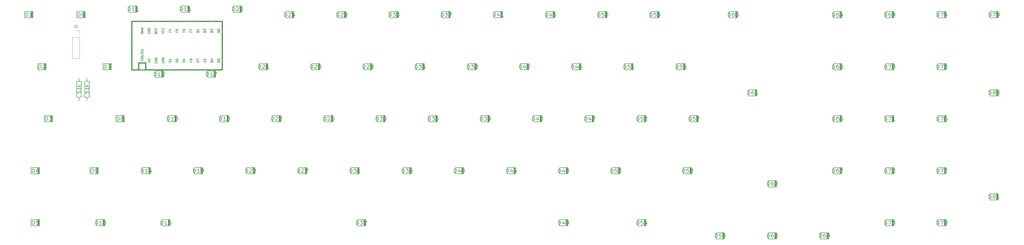
<source format=gbr>
G04 #@! TF.GenerationSoftware,KiCad,Pcbnew,5.1.2-f72e74a~84~ubuntu18.04.1*
G04 #@! TF.CreationDate,2019-05-27T19:37:11-05:00*
G04 #@! TF.ProjectId,1800muente,31383030-6d75-4656-9e74-652e6b696361,rev?*
G04 #@! TF.SameCoordinates,Original*
G04 #@! TF.FileFunction,Legend,Top*
G04 #@! TF.FilePolarity,Positive*
%FSLAX46Y46*%
G04 Gerber Fmt 4.6, Leading zero omitted, Abs format (unit mm)*
G04 Created by KiCad (PCBNEW 5.1.2-f72e74a~84~ubuntu18.04.1) date 2019-05-27 19:37:11*
%MOMM*%
%LPD*%
G04 APERTURE LIST*
%ADD10C,0.381000*%
%ADD11C,0.150000*%
%ADD12C,0.120000*%
%ADD13C,0.203200*%
%ADD14C,0.200000*%
%ADD15C,4.089800*%
%ADD16C,1.852000*%
%ADD17C,3.150000*%
%ADD18C,0.752000*%
%ADD19O,1.102000X2.202000*%
%ADD20O,1.102000X1.702000*%
%ADD21R,1.854600X1.854600*%
%ADD22C,1.854600*%
%ADD23C,1.753000*%
%ADD24O,1.802000X1.802000*%
%ADD25R,1.802000X1.802000*%
%ADD26R,1.753000X1.753000*%
G04 APERTURE END LIST*
D10*
X76041200Y-129413000D02*
X106521200Y-129413000D01*
X106521200Y-129413000D02*
X106521200Y-111633000D01*
X106521200Y-111633000D02*
X76041200Y-111633000D01*
X76041200Y-126873000D02*
X78581200Y-126873000D01*
X78581200Y-126873000D02*
X78581200Y-129413000D01*
D11*
G36*
X81920560Y-115591432D02*
G01*
X82220560Y-115591432D01*
X82220560Y-115691432D01*
X81920560Y-115691432D01*
X81920560Y-115591432D01*
G37*
X81920560Y-115591432D02*
X82220560Y-115591432D01*
X82220560Y-115691432D01*
X81920560Y-115691432D01*
X81920560Y-115591432D01*
G36*
X82320560Y-115791432D02*
G01*
X82420560Y-115791432D01*
X82420560Y-115891432D01*
X82320560Y-115891432D01*
X82320560Y-115791432D01*
G37*
X82320560Y-115791432D02*
X82420560Y-115791432D01*
X82420560Y-115891432D01*
X82320560Y-115891432D01*
X82320560Y-115791432D01*
G36*
X81920560Y-115591432D02*
G01*
X82020560Y-115591432D01*
X82020560Y-116091432D01*
X81920560Y-116091432D01*
X81920560Y-115591432D01*
G37*
X81920560Y-115591432D02*
X82020560Y-115591432D01*
X82020560Y-116091432D01*
X81920560Y-116091432D01*
X81920560Y-115591432D01*
G36*
X81920560Y-115991432D02*
G01*
X82720560Y-115991432D01*
X82720560Y-116091432D01*
X81920560Y-116091432D01*
X81920560Y-115991432D01*
G37*
X81920560Y-115991432D02*
X82720560Y-115991432D01*
X82720560Y-116091432D01*
X81920560Y-116091432D01*
X81920560Y-115991432D01*
G36*
X82520560Y-115591432D02*
G01*
X82720560Y-115591432D01*
X82720560Y-115691432D01*
X82520560Y-115691432D01*
X82520560Y-115591432D01*
G37*
X82520560Y-115591432D02*
X82720560Y-115591432D01*
X82720560Y-115691432D01*
X82520560Y-115691432D01*
X82520560Y-115591432D01*
D10*
X76041200Y-111633000D02*
X73501200Y-111633000D01*
X73501200Y-111633000D02*
X73501200Y-129413000D01*
X73501200Y-129413000D02*
X76041200Y-129413000D01*
X76041200Y-126873000D02*
X76041200Y-129413000D01*
D11*
X56350000Y-138525000D02*
X56350000Y-134525000D01*
X56350000Y-134525000D02*
X56150000Y-134325000D01*
X56150000Y-134325000D02*
X56150000Y-133925000D01*
X56150000Y-133925000D02*
X56350000Y-133725000D01*
X56350000Y-133725000D02*
X57150000Y-133525000D01*
X57150000Y-133525000D02*
X57950000Y-133725000D01*
X57950000Y-133725000D02*
X58150000Y-133925000D01*
X58150000Y-133925000D02*
X58150000Y-134325000D01*
X58150000Y-134325000D02*
X57950000Y-134525000D01*
X57950000Y-134525000D02*
X57950000Y-138525000D01*
X57950000Y-138525000D02*
X58150000Y-138725000D01*
X58150000Y-138725000D02*
X58150000Y-139125000D01*
X58150000Y-139125000D02*
X57950000Y-139325000D01*
X57950000Y-139325000D02*
X57150000Y-139525000D01*
X57150000Y-139525000D02*
X56350000Y-139325000D01*
X56350000Y-139325000D02*
X56150000Y-139125000D01*
X56150000Y-139125000D02*
X56150000Y-138725000D01*
X56150000Y-138725000D02*
X56350000Y-138525000D01*
X57150000Y-140725000D02*
X57150000Y-139525000D01*
X57150000Y-133525000D02*
X57150000Y-132325000D01*
X53429000Y-138525000D02*
X53429000Y-134525000D01*
X53429000Y-134525000D02*
X53229000Y-134325000D01*
X53229000Y-134325000D02*
X53229000Y-133925000D01*
X53229000Y-133925000D02*
X53429000Y-133725000D01*
X53429000Y-133725000D02*
X54229000Y-133525000D01*
X54229000Y-133525000D02*
X55029000Y-133725000D01*
X55029000Y-133725000D02*
X55229000Y-133925000D01*
X55229000Y-133925000D02*
X55229000Y-134325000D01*
X55229000Y-134325000D02*
X55029000Y-134525000D01*
X55029000Y-134525000D02*
X55029000Y-138525000D01*
X55029000Y-138525000D02*
X55229000Y-138725000D01*
X55229000Y-138725000D02*
X55229000Y-139125000D01*
X55229000Y-139125000D02*
X55029000Y-139325000D01*
X55029000Y-139325000D02*
X54229000Y-139525000D01*
X54229000Y-139525000D02*
X53429000Y-139325000D01*
X53429000Y-139325000D02*
X53229000Y-139125000D01*
X53229000Y-139125000D02*
X53229000Y-138725000D01*
X53229000Y-138725000D02*
X53429000Y-138525000D01*
X54229000Y-140725000D02*
X54229000Y-139525000D01*
X54229000Y-133525000D02*
X54229000Y-132325000D01*
D12*
X53086000Y-114875000D02*
X54416000Y-114875000D01*
X54416000Y-114875000D02*
X54416000Y-116205000D01*
X54416000Y-117475000D02*
X54416000Y-125155000D01*
X51756000Y-125155000D02*
X54416000Y-125155000D01*
X51756000Y-117475000D02*
X51756000Y-125155000D01*
X51756000Y-117475000D02*
X54416000Y-117475000D01*
D11*
X208255000Y-110315000D02*
X208255000Y-108115000D01*
X208455000Y-108115000D02*
X208455000Y-110315000D01*
X208655000Y-108215000D02*
X208655000Y-108115000D01*
X208655000Y-108115000D02*
X208655000Y-108215000D01*
X208655000Y-110315000D02*
X208655000Y-108215000D01*
D13*
X205831000Y-108072000D02*
X208879000Y-108072000D01*
X208879000Y-108072000D02*
X208879000Y-110358000D01*
X208879000Y-110358000D02*
X205831000Y-110358000D01*
X205831000Y-110358000D02*
X205831000Y-108072000D01*
D11*
X41567900Y-129365000D02*
X41567900Y-127165000D01*
X41767900Y-127165000D02*
X41767900Y-129365000D01*
X41967900Y-127265000D02*
X41967900Y-127165000D01*
X41967900Y-127165000D02*
X41967900Y-127265000D01*
X41967900Y-129365000D02*
X41967900Y-127265000D01*
D13*
X39143900Y-127122000D02*
X42191900Y-127122000D01*
X42191900Y-127122000D02*
X42191900Y-129408000D01*
X42191900Y-129408000D02*
X39143900Y-129408000D01*
X39143900Y-129408000D02*
X39143900Y-127122000D01*
D11*
X43949200Y-148415000D02*
X43949200Y-146215000D01*
X44149200Y-146215000D02*
X44149200Y-148415000D01*
X44349200Y-146315000D02*
X44349200Y-146215000D01*
X44349200Y-146215000D02*
X44349200Y-146315000D01*
X44349200Y-148415000D02*
X44349200Y-146315000D01*
D13*
X41525200Y-146172000D02*
X44573200Y-146172000D01*
X44573200Y-146172000D02*
X44573200Y-148458000D01*
X44573200Y-148458000D02*
X41525200Y-148458000D01*
X41525200Y-148458000D02*
X41525200Y-146172000D01*
X262981000Y-110358000D02*
X262981000Y-108072000D01*
X266029000Y-110358000D02*
X262981000Y-110358000D01*
X266029000Y-108072000D02*
X266029000Y-110358000D01*
X262981000Y-108072000D02*
X266029000Y-108072000D01*
D11*
X265805000Y-110315000D02*
X265805000Y-108215000D01*
X265805000Y-108115000D02*
X265805000Y-108215000D01*
X265805000Y-108215000D02*
X265805000Y-108115000D01*
X265605000Y-108115000D02*
X265605000Y-110315000D01*
X265405000Y-110315000D02*
X265405000Y-108115000D01*
D13*
X167731000Y-110358000D02*
X167731000Y-108072000D01*
X170779000Y-110358000D02*
X167731000Y-110358000D01*
X170779000Y-108072000D02*
X170779000Y-110358000D01*
X167731000Y-108072000D02*
X170779000Y-108072000D01*
D11*
X170555000Y-110315000D02*
X170555000Y-108215000D01*
X170555000Y-108115000D02*
X170555000Y-108215000D01*
X170555000Y-108215000D02*
X170555000Y-108115000D01*
X170355000Y-108115000D02*
X170355000Y-110315000D01*
X170155000Y-110315000D02*
X170155000Y-108115000D01*
X113005000Y-108256000D02*
X113005000Y-106056000D01*
X113205000Y-106056000D02*
X113205000Y-108256000D01*
X113405000Y-106156000D02*
X113405000Y-106056000D01*
X113405000Y-106056000D02*
X113405000Y-106156000D01*
X113405000Y-108256000D02*
X113405000Y-106156000D01*
D13*
X110581000Y-106013000D02*
X113629000Y-106013000D01*
X113629000Y-106013000D02*
X113629000Y-108299000D01*
X113629000Y-108299000D02*
X110581000Y-108299000D01*
X110581000Y-108299000D02*
X110581000Y-106013000D01*
X258219000Y-186558000D02*
X258219000Y-184272000D01*
X261267000Y-186558000D02*
X258219000Y-186558000D01*
X261267000Y-184272000D02*
X261267000Y-186558000D01*
X258219000Y-184272000D02*
X261267000Y-184272000D01*
D11*
X261043000Y-186515000D02*
X261043000Y-184415000D01*
X261043000Y-184315000D02*
X261043000Y-184415000D01*
X261043000Y-184415000D02*
X261043000Y-184315000D01*
X260843000Y-184315000D02*
X260843000Y-186515000D01*
X260643000Y-186515000D02*
X260643000Y-184315000D01*
X60617900Y-167465000D02*
X60617900Y-165265000D01*
X60817900Y-165265000D02*
X60817900Y-167465000D01*
X61017900Y-165365000D02*
X61017900Y-165265000D01*
X61017900Y-165265000D02*
X61017900Y-165365000D01*
X61017900Y-167465000D02*
X61017900Y-165365000D01*
D13*
X58193900Y-165222000D02*
X61241900Y-165222000D01*
X61241900Y-165222000D02*
X61241900Y-167508000D01*
X61241900Y-167508000D02*
X58193900Y-167508000D01*
X58193900Y-167508000D02*
X58193900Y-165222000D01*
X291556000Y-110358000D02*
X291556000Y-108072000D01*
X294604000Y-110358000D02*
X291556000Y-110358000D01*
X294604000Y-108072000D02*
X294604000Y-110358000D01*
X291556000Y-108072000D02*
X294604000Y-108072000D01*
D11*
X294380000Y-110315000D02*
X294380000Y-108215000D01*
X294380000Y-108115000D02*
X294380000Y-108215000D01*
X294380000Y-108215000D02*
X294380000Y-108115000D01*
X294180000Y-108115000D02*
X294180000Y-110315000D01*
X293980000Y-110315000D02*
X293980000Y-108115000D01*
D13*
X243931000Y-110358000D02*
X243931000Y-108072000D01*
X246979000Y-110358000D02*
X243931000Y-110358000D01*
X246979000Y-108072000D02*
X246979000Y-110358000D01*
X243931000Y-108072000D02*
X246979000Y-108072000D01*
D11*
X246755000Y-110315000D02*
X246755000Y-108215000D01*
X246755000Y-108115000D02*
X246755000Y-108215000D01*
X246755000Y-108215000D02*
X246755000Y-108115000D01*
X246555000Y-108115000D02*
X246555000Y-110315000D01*
X246355000Y-110315000D02*
X246355000Y-108115000D01*
D13*
X115344000Y-167508000D02*
X115344000Y-165222000D01*
X118392000Y-167508000D02*
X115344000Y-167508000D01*
X118392000Y-165222000D02*
X118392000Y-167508000D01*
X115344000Y-165222000D02*
X118392000Y-165222000D01*
D11*
X118168000Y-167465000D02*
X118168000Y-165365000D01*
X118168000Y-165265000D02*
X118168000Y-165365000D01*
X118168000Y-165365000D02*
X118168000Y-165265000D01*
X117968000Y-165265000D02*
X117968000Y-167465000D01*
X117768000Y-167465000D02*
X117768000Y-165265000D01*
X255880000Y-129365000D02*
X255880000Y-127165000D01*
X256080000Y-127165000D02*
X256080000Y-129365000D01*
X256280000Y-127265000D02*
X256280000Y-127165000D01*
X256280000Y-127165000D02*
X256280000Y-127265000D01*
X256280000Y-129365000D02*
X256280000Y-127265000D01*
D13*
X253456000Y-127122000D02*
X256504000Y-127122000D01*
X256504000Y-127122000D02*
X256504000Y-129408000D01*
X256504000Y-129408000D02*
X253456000Y-129408000D01*
X253456000Y-129408000D02*
X253456000Y-127122000D01*
X60575200Y-186558000D02*
X60575200Y-184272000D01*
X63623200Y-186558000D02*
X60575200Y-186558000D01*
X63623200Y-184272000D02*
X63623200Y-186558000D01*
X60575200Y-184272000D02*
X63623200Y-184272000D01*
D11*
X63399200Y-186515000D02*
X63399200Y-184415000D01*
X63399200Y-184315000D02*
X63399200Y-184415000D01*
X63399200Y-184415000D02*
X63399200Y-184315000D01*
X63199200Y-184315000D02*
X63199200Y-186515000D01*
X62999200Y-186515000D02*
X62999200Y-184315000D01*
X86811700Y-186515000D02*
X86811700Y-184315000D01*
X87011700Y-184315000D02*
X87011700Y-186515000D01*
X87211700Y-184415000D02*
X87211700Y-184315000D01*
X87211700Y-184315000D02*
X87211700Y-184415000D01*
X87211700Y-186515000D02*
X87211700Y-184415000D01*
D13*
X84387700Y-184272000D02*
X87435700Y-184272000D01*
X87435700Y-184272000D02*
X87435700Y-186558000D01*
X87435700Y-186558000D02*
X84387700Y-186558000D01*
X84387700Y-186558000D02*
X84387700Y-184272000D01*
X348706000Y-167508000D02*
X348706000Y-165222000D01*
X351754000Y-167508000D02*
X348706000Y-167508000D01*
X351754000Y-165222000D02*
X351754000Y-167508000D01*
X348706000Y-165222000D02*
X351754000Y-165222000D01*
D11*
X351530000Y-167465000D02*
X351530000Y-165365000D01*
X351530000Y-165265000D02*
X351530000Y-165365000D01*
X351530000Y-165365000D02*
X351530000Y-165265000D01*
X351330000Y-165265000D02*
X351330000Y-167465000D01*
X351130000Y-167465000D02*
X351130000Y-165265000D01*
X308268000Y-172227000D02*
X308268000Y-170027000D01*
X308468000Y-170027000D02*
X308468000Y-172227000D01*
X308668000Y-170127000D02*
X308668000Y-170027000D01*
X308668000Y-170027000D02*
X308668000Y-170127000D01*
X308668000Y-172227000D02*
X308668000Y-170127000D01*
D13*
X305844000Y-169984000D02*
X308892000Y-169984000D01*
X308892000Y-169984000D02*
X308892000Y-172270000D01*
X308892000Y-172270000D02*
X305844000Y-172270000D01*
X305844000Y-172270000D02*
X305844000Y-169984000D01*
X367756000Y-110358000D02*
X367756000Y-108072000D01*
X370804000Y-110358000D02*
X367756000Y-110358000D01*
X370804000Y-108072000D02*
X370804000Y-110358000D01*
X367756000Y-108072000D02*
X370804000Y-108072000D01*
D11*
X370580000Y-110315000D02*
X370580000Y-108215000D01*
X370580000Y-108115000D02*
X370580000Y-108215000D01*
X370580000Y-108215000D02*
X370580000Y-108115000D01*
X370380000Y-108115000D02*
X370380000Y-110315000D01*
X370180000Y-110315000D02*
X370180000Y-108115000D01*
X122530000Y-129365000D02*
X122530000Y-127165000D01*
X122730000Y-127165000D02*
X122730000Y-129365000D01*
X122930000Y-127265000D02*
X122930000Y-127165000D01*
X122930000Y-127165000D02*
X122930000Y-127265000D01*
X122930000Y-129365000D02*
X122930000Y-127265000D01*
D13*
X120106000Y-127122000D02*
X123154000Y-127122000D01*
X123154000Y-127122000D02*
X123154000Y-129408000D01*
X123154000Y-129408000D02*
X120106000Y-129408000D01*
X120106000Y-129408000D02*
X120106000Y-127122000D01*
D11*
X232068000Y-186515000D02*
X232068000Y-184315000D01*
X232268000Y-184315000D02*
X232268000Y-186515000D01*
X232468000Y-184415000D02*
X232468000Y-184315000D01*
X232468000Y-184315000D02*
X232468000Y-184415000D01*
X232468000Y-186515000D02*
X232468000Y-184415000D01*
D13*
X229644000Y-184272000D02*
X232692000Y-184272000D01*
X232692000Y-184272000D02*
X232692000Y-186558000D01*
X232692000Y-186558000D02*
X229644000Y-186558000D01*
X229644000Y-186558000D02*
X229644000Y-184272000D01*
X196306000Y-129408000D02*
X196306000Y-127122000D01*
X199354000Y-129408000D02*
X196306000Y-129408000D01*
X199354000Y-127122000D02*
X199354000Y-129408000D01*
X196306000Y-127122000D02*
X199354000Y-127122000D01*
D11*
X199130000Y-129365000D02*
X199130000Y-127265000D01*
X199130000Y-127165000D02*
X199130000Y-127265000D01*
X199130000Y-127265000D02*
X199130000Y-127165000D01*
X198930000Y-127165000D02*
X198930000Y-129365000D01*
X198730000Y-129365000D02*
X198730000Y-127165000D01*
X351130000Y-186515000D02*
X351130000Y-184315000D01*
X351330000Y-184315000D02*
X351330000Y-186515000D01*
X351530000Y-184415000D02*
X351530000Y-184315000D01*
X351530000Y-184315000D02*
X351530000Y-184415000D01*
X351530000Y-186515000D02*
X351530000Y-184415000D01*
D13*
X348706000Y-184272000D02*
X351754000Y-184272000D01*
X351754000Y-184272000D02*
X351754000Y-186558000D01*
X351754000Y-186558000D02*
X348706000Y-186558000D01*
X348706000Y-186558000D02*
X348706000Y-184272000D01*
D11*
X308268000Y-191277000D02*
X308268000Y-189077000D01*
X308468000Y-189077000D02*
X308468000Y-191277000D01*
X308668000Y-189177000D02*
X308668000Y-189077000D01*
X308668000Y-189077000D02*
X308668000Y-189177000D01*
X308668000Y-191277000D02*
X308668000Y-189177000D01*
D13*
X305844000Y-189034000D02*
X308892000Y-189034000D01*
X308892000Y-189034000D02*
X308892000Y-191320000D01*
X308892000Y-191320000D02*
X305844000Y-191320000D01*
X305844000Y-191320000D02*
X305844000Y-189034000D01*
D11*
X227305000Y-110315000D02*
X227305000Y-108115000D01*
X227505000Y-108115000D02*
X227505000Y-110315000D01*
X227705000Y-108215000D02*
X227705000Y-108115000D01*
X227705000Y-108115000D02*
X227705000Y-108215000D01*
X227705000Y-110315000D02*
X227705000Y-108215000D01*
D13*
X224881000Y-108072000D02*
X227929000Y-108072000D01*
X227929000Y-108072000D02*
X227929000Y-110358000D01*
X227929000Y-110358000D02*
X224881000Y-110358000D01*
X224881000Y-110358000D02*
X224881000Y-108072000D01*
X91531400Y-108299000D02*
X91531400Y-106013000D01*
X94579400Y-108299000D02*
X91531400Y-108299000D01*
X94579400Y-106013000D02*
X94579400Y-108299000D01*
X91531400Y-106013000D02*
X94579400Y-106013000D01*
D11*
X94355400Y-108256000D02*
X94355400Y-106156000D01*
X94355400Y-106056000D02*
X94355400Y-106156000D01*
X94355400Y-106156000D02*
X94355400Y-106056000D01*
X94155400Y-106056000D02*
X94155400Y-108256000D01*
X93955400Y-108256000D02*
X93955400Y-106056000D01*
D13*
X129631000Y-110358000D02*
X129631000Y-108072000D01*
X132679000Y-110358000D02*
X129631000Y-110358000D01*
X132679000Y-108072000D02*
X132679000Y-110358000D01*
X129631000Y-108072000D02*
X132679000Y-108072000D01*
D11*
X132455000Y-110315000D02*
X132455000Y-108215000D01*
X132455000Y-108115000D02*
X132455000Y-108215000D01*
X132455000Y-108215000D02*
X132455000Y-108115000D01*
X132255000Y-108115000D02*
X132255000Y-110315000D01*
X132055000Y-110315000D02*
X132055000Y-108115000D01*
X36805400Y-110315000D02*
X36805400Y-108115000D01*
X37005400Y-108115000D02*
X37005400Y-110315000D01*
X37205400Y-108215000D02*
X37205400Y-108115000D01*
X37205400Y-108115000D02*
X37205400Y-108215000D01*
X37205400Y-110315000D02*
X37205400Y-108215000D01*
D13*
X34381400Y-108072000D02*
X37429400Y-108072000D01*
X37429400Y-108072000D02*
X37429400Y-110358000D01*
X37429400Y-110358000D02*
X34381400Y-110358000D01*
X34381400Y-110358000D02*
X34381400Y-108072000D01*
D11*
X203493000Y-148415000D02*
X203493000Y-146215000D01*
X203693000Y-146215000D02*
X203693000Y-148415000D01*
X203893000Y-146315000D02*
X203893000Y-146215000D01*
X203893000Y-146215000D02*
X203893000Y-146315000D01*
X203893000Y-148415000D02*
X203893000Y-146315000D01*
D13*
X201069000Y-146172000D02*
X204117000Y-146172000D01*
X204117000Y-146172000D02*
X204117000Y-148458000D01*
X204117000Y-148458000D02*
X201069000Y-148458000D01*
X201069000Y-148458000D02*
X201069000Y-146172000D01*
D11*
X351130000Y-110315000D02*
X351130000Y-108115000D01*
X351330000Y-108115000D02*
X351330000Y-110315000D01*
X351530000Y-108215000D02*
X351530000Y-108115000D01*
X351530000Y-108115000D02*
X351530000Y-108215000D01*
X351530000Y-110315000D02*
X351530000Y-108215000D01*
D13*
X348706000Y-108072000D02*
X351754000Y-108072000D01*
X351754000Y-108072000D02*
X351754000Y-110358000D01*
X351754000Y-110358000D02*
X348706000Y-110358000D01*
X348706000Y-110358000D02*
X348706000Y-108072000D01*
X329656000Y-110358000D02*
X329656000Y-108072000D01*
X332704000Y-110358000D02*
X329656000Y-110358000D01*
X332704000Y-108072000D02*
X332704000Y-110358000D01*
X329656000Y-108072000D02*
X332704000Y-108072000D01*
D11*
X332480000Y-110315000D02*
X332480000Y-108215000D01*
X332480000Y-108115000D02*
X332480000Y-108215000D01*
X332480000Y-108215000D02*
X332480000Y-108115000D01*
X332280000Y-108115000D02*
X332280000Y-110315000D01*
X332080000Y-110315000D02*
X332080000Y-108115000D01*
X370180000Y-129365000D02*
X370180000Y-127165000D01*
X370380000Y-127165000D02*
X370380000Y-129365000D01*
X370580000Y-127265000D02*
X370580000Y-127165000D01*
X370580000Y-127165000D02*
X370580000Y-127265000D01*
X370580000Y-129365000D02*
X370580000Y-127265000D01*
D13*
X367756000Y-127122000D02*
X370804000Y-127122000D01*
X370804000Y-127122000D02*
X370804000Y-129408000D01*
X370804000Y-129408000D02*
X367756000Y-129408000D01*
X367756000Y-129408000D02*
X367756000Y-127122000D01*
D11*
X189205000Y-110315000D02*
X189205000Y-108115000D01*
X189405000Y-108115000D02*
X189405000Y-110315000D01*
X189605000Y-108215000D02*
X189605000Y-108115000D01*
X189605000Y-108115000D02*
X189605000Y-108215000D01*
X189605000Y-110315000D02*
X189605000Y-108215000D01*
D13*
X186781000Y-108072000D02*
X189829000Y-108072000D01*
X189829000Y-108072000D02*
X189829000Y-110358000D01*
X189829000Y-110358000D02*
X186781000Y-110358000D01*
X186781000Y-110358000D02*
X186781000Y-108072000D01*
D11*
X277312000Y-167465000D02*
X277312000Y-165265000D01*
X277512000Y-165265000D02*
X277512000Y-167465000D01*
X277712000Y-165365000D02*
X277712000Y-165265000D01*
X277712000Y-165265000D02*
X277712000Y-165365000D01*
X277712000Y-167465000D02*
X277712000Y-165365000D01*
D13*
X274888000Y-165222000D02*
X277936000Y-165222000D01*
X277936000Y-165222000D02*
X277936000Y-167508000D01*
X277936000Y-167508000D02*
X274888000Y-167508000D01*
X274888000Y-167508000D02*
X274888000Y-165222000D01*
X386806000Y-177033000D02*
X386806000Y-174747000D01*
X389854000Y-177033000D02*
X386806000Y-177033000D01*
X389854000Y-174747000D02*
X389854000Y-177033000D01*
X386806000Y-174747000D02*
X389854000Y-174747000D01*
D11*
X389630000Y-176990000D02*
X389630000Y-174890000D01*
X389630000Y-174790000D02*
X389630000Y-174890000D01*
X389630000Y-174890000D02*
X389630000Y-174790000D01*
X389430000Y-174790000D02*
X389430000Y-176990000D01*
X389230000Y-176990000D02*
X389230000Y-174790000D01*
X370180000Y-148415000D02*
X370180000Y-146215000D01*
X370380000Y-146215000D02*
X370380000Y-148415000D01*
X370580000Y-146315000D02*
X370580000Y-146215000D01*
X370580000Y-146215000D02*
X370580000Y-146315000D01*
X370580000Y-148415000D02*
X370580000Y-146315000D01*
D13*
X367756000Y-146172000D02*
X370804000Y-146172000D01*
X370804000Y-146172000D02*
X370804000Y-148458000D01*
X370804000Y-148458000D02*
X367756000Y-148458000D01*
X367756000Y-148458000D02*
X367756000Y-146172000D01*
X172494000Y-167508000D02*
X172494000Y-165222000D01*
X175542000Y-167508000D02*
X172494000Y-167508000D01*
X175542000Y-165222000D02*
X175542000Y-167508000D01*
X172494000Y-165222000D02*
X175542000Y-165222000D01*
D11*
X175318000Y-167465000D02*
X175318000Y-165365000D01*
X175318000Y-165265000D02*
X175318000Y-165365000D01*
X175318000Y-165365000D02*
X175318000Y-165265000D01*
X175118000Y-165265000D02*
X175118000Y-167465000D01*
X174918000Y-167465000D02*
X174918000Y-165265000D01*
D13*
X367756000Y-186558000D02*
X367756000Y-184272000D01*
X370804000Y-186558000D02*
X367756000Y-186558000D01*
X370804000Y-184272000D02*
X370804000Y-186558000D01*
X367756000Y-184272000D02*
X370804000Y-184272000D01*
D11*
X370580000Y-186515000D02*
X370580000Y-184415000D01*
X370580000Y-184315000D02*
X370580000Y-184415000D01*
X370580000Y-184415000D02*
X370580000Y-184315000D01*
X370380000Y-184315000D02*
X370380000Y-186515000D01*
X370180000Y-186515000D02*
X370180000Y-184315000D01*
D13*
X298700000Y-138933000D02*
X298700000Y-136647000D01*
X301748000Y-138933000D02*
X298700000Y-138933000D01*
X301748000Y-136647000D02*
X301748000Y-138933000D01*
X298700000Y-136647000D02*
X301748000Y-136647000D01*
D11*
X301524000Y-138890000D02*
X301524000Y-136790000D01*
X301524000Y-136690000D02*
X301524000Y-136790000D01*
X301524000Y-136790000D02*
X301524000Y-136690000D01*
X301324000Y-136690000D02*
X301324000Y-138890000D01*
X301124000Y-138890000D02*
X301124000Y-136690000D01*
X274930000Y-129365000D02*
X274930000Y-127165000D01*
X275130000Y-127165000D02*
X275130000Y-129365000D01*
X275330000Y-127265000D02*
X275330000Y-127165000D01*
X275330000Y-127165000D02*
X275330000Y-127265000D01*
X275330000Y-129365000D02*
X275330000Y-127265000D01*
D13*
X272506000Y-127122000D02*
X275554000Y-127122000D01*
X275554000Y-127122000D02*
X275554000Y-129408000D01*
X275554000Y-129408000D02*
X272506000Y-129408000D01*
X272506000Y-129408000D02*
X272506000Y-127122000D01*
X158206000Y-129408000D02*
X158206000Y-127122000D01*
X161254000Y-129408000D02*
X158206000Y-129408000D01*
X161254000Y-127122000D02*
X161254000Y-129408000D01*
X158206000Y-127122000D02*
X161254000Y-127122000D01*
D11*
X161030000Y-129365000D02*
X161030000Y-127265000D01*
X161030000Y-127165000D02*
X161030000Y-127265000D01*
X161030000Y-127265000D02*
X161030000Y-127165000D01*
X160830000Y-127165000D02*
X160830000Y-129365000D01*
X160630000Y-129365000D02*
X160630000Y-127165000D01*
X74905400Y-108256000D02*
X74905400Y-106056000D01*
X75105400Y-106056000D02*
X75105400Y-108256000D01*
X75305400Y-106156000D02*
X75305400Y-106056000D01*
X75305400Y-106056000D02*
X75305400Y-106156000D01*
X75305400Y-108256000D02*
X75305400Y-106156000D01*
D13*
X72481400Y-106013000D02*
X75529400Y-106013000D01*
X75529400Y-106013000D02*
X75529400Y-108299000D01*
X75529400Y-108299000D02*
X72481400Y-108299000D01*
X72481400Y-108299000D02*
X72481400Y-106013000D01*
D11*
X39186700Y-167465000D02*
X39186700Y-165265000D01*
X39386700Y-165265000D02*
X39386700Y-167465000D01*
X39586700Y-165365000D02*
X39586700Y-165265000D01*
X39586700Y-165265000D02*
X39586700Y-165365000D01*
X39586700Y-167465000D02*
X39586700Y-165365000D01*
D13*
X36762700Y-165222000D02*
X39810700Y-165222000D01*
X39810700Y-165222000D02*
X39810700Y-167508000D01*
X39810700Y-167508000D02*
X36762700Y-167508000D01*
X36762700Y-167508000D02*
X36762700Y-165222000D01*
D11*
X179680000Y-129365000D02*
X179680000Y-127165000D01*
X179880000Y-127165000D02*
X179880000Y-129365000D01*
X180080000Y-127265000D02*
X180080000Y-127165000D01*
X180080000Y-127165000D02*
X180080000Y-127265000D01*
X180080000Y-129365000D02*
X180080000Y-127265000D01*
D13*
X177256000Y-127122000D02*
X180304000Y-127122000D01*
X180304000Y-127122000D02*
X180304000Y-129408000D01*
X180304000Y-129408000D02*
X177256000Y-129408000D01*
X177256000Y-129408000D02*
X177256000Y-127122000D01*
X229644000Y-167508000D02*
X229644000Y-165222000D01*
X232692000Y-167508000D02*
X229644000Y-167508000D01*
X232692000Y-165222000D02*
X232692000Y-167508000D01*
X229644000Y-165222000D02*
X232692000Y-165222000D01*
D11*
X232468000Y-167465000D02*
X232468000Y-165365000D01*
X232468000Y-165265000D02*
X232468000Y-165365000D01*
X232468000Y-165365000D02*
X232468000Y-165265000D01*
X232268000Y-165265000D02*
X232268000Y-167465000D01*
X232068000Y-167465000D02*
X232068000Y-165265000D01*
X241593000Y-148415000D02*
X241593000Y-146215000D01*
X241793000Y-146215000D02*
X241793000Y-148415000D01*
X241993000Y-146315000D02*
X241993000Y-146215000D01*
X241993000Y-146215000D02*
X241993000Y-146315000D01*
X241993000Y-148415000D02*
X241993000Y-146315000D01*
D13*
X239169000Y-146172000D02*
X242217000Y-146172000D01*
X242217000Y-146172000D02*
X242217000Y-148458000D01*
X242217000Y-148458000D02*
X239169000Y-148458000D01*
X239169000Y-148458000D02*
X239169000Y-146172000D01*
X234406000Y-129408000D02*
X234406000Y-127122000D01*
X237454000Y-129408000D02*
X234406000Y-129408000D01*
X237454000Y-127122000D02*
X237454000Y-129408000D01*
X234406000Y-127122000D02*
X237454000Y-127122000D01*
D11*
X237230000Y-129365000D02*
X237230000Y-127265000D01*
X237230000Y-127165000D02*
X237230000Y-127265000D01*
X237230000Y-127265000D02*
X237230000Y-127165000D01*
X237030000Y-127165000D02*
X237030000Y-129365000D01*
X236830000Y-129365000D02*
X236830000Y-127165000D01*
D13*
X191544000Y-167508000D02*
X191544000Y-165222000D01*
X194592000Y-167508000D02*
X191544000Y-167508000D01*
X194592000Y-165222000D02*
X194592000Y-167508000D01*
X191544000Y-165222000D02*
X194592000Y-165222000D01*
D11*
X194368000Y-167465000D02*
X194368000Y-165365000D01*
X194368000Y-165265000D02*
X194368000Y-165365000D01*
X194368000Y-165365000D02*
X194368000Y-165265000D01*
X194168000Y-165265000D02*
X194168000Y-167465000D01*
X193968000Y-167465000D02*
X193968000Y-165265000D01*
D13*
X182019000Y-148458000D02*
X182019000Y-146172000D01*
X185067000Y-148458000D02*
X182019000Y-148458000D01*
X185067000Y-146172000D02*
X185067000Y-148458000D01*
X182019000Y-146172000D02*
X185067000Y-146172000D01*
D11*
X184843000Y-148415000D02*
X184843000Y-146315000D01*
X184843000Y-146215000D02*
X184843000Y-146315000D01*
X184843000Y-146315000D02*
X184843000Y-146215000D01*
X184643000Y-146215000D02*
X184643000Y-148415000D01*
X184443000Y-148415000D02*
X184443000Y-146215000D01*
X217780000Y-129365000D02*
X217780000Y-127165000D01*
X217980000Y-127165000D02*
X217980000Y-129365000D01*
X218180000Y-127265000D02*
X218180000Y-127165000D01*
X218180000Y-127165000D02*
X218180000Y-127265000D01*
X218180000Y-129365000D02*
X218180000Y-127265000D01*
D13*
X215356000Y-127122000D02*
X218404000Y-127122000D01*
X218404000Y-127122000D02*
X218404000Y-129408000D01*
X218404000Y-129408000D02*
X215356000Y-129408000D01*
X215356000Y-129408000D02*
X215356000Y-127122000D01*
D11*
X279693000Y-148415000D02*
X279693000Y-146215000D01*
X279893000Y-146215000D02*
X279893000Y-148415000D01*
X280093000Y-146315000D02*
X280093000Y-146215000D01*
X280093000Y-146215000D02*
X280093000Y-146315000D01*
X280093000Y-148415000D02*
X280093000Y-146315000D01*
D13*
X277269000Y-146172000D02*
X280317000Y-146172000D01*
X280317000Y-146172000D02*
X280317000Y-148458000D01*
X280317000Y-148458000D02*
X277269000Y-148458000D01*
X277269000Y-148458000D02*
X277269000Y-146172000D01*
D11*
X213018000Y-167465000D02*
X213018000Y-165265000D01*
X213218000Y-165265000D02*
X213218000Y-167465000D01*
X213418000Y-165365000D02*
X213418000Y-165265000D01*
X213418000Y-165265000D02*
X213418000Y-165365000D01*
X213418000Y-167465000D02*
X213418000Y-165365000D01*
D13*
X210594000Y-165222000D02*
X213642000Y-165222000D01*
X213642000Y-165222000D02*
X213642000Y-167508000D01*
X213642000Y-167508000D02*
X210594000Y-167508000D01*
X210594000Y-167508000D02*
X210594000Y-165222000D01*
D11*
X155868000Y-167465000D02*
X155868000Y-165265000D01*
X156068000Y-165265000D02*
X156068000Y-167465000D01*
X156268000Y-165365000D02*
X156268000Y-165265000D01*
X156268000Y-165265000D02*
X156268000Y-165365000D01*
X156268000Y-167465000D02*
X156268000Y-165365000D01*
D13*
X153444000Y-165222000D02*
X156492000Y-165222000D01*
X156492000Y-165222000D02*
X156492000Y-167508000D01*
X156492000Y-167508000D02*
X153444000Y-167508000D01*
X153444000Y-167508000D02*
X153444000Y-165222000D01*
X258219000Y-148458000D02*
X258219000Y-146172000D01*
X261267000Y-148458000D02*
X258219000Y-148458000D01*
X261267000Y-146172000D02*
X261267000Y-148458000D01*
X258219000Y-146172000D02*
X261267000Y-146172000D01*
D11*
X261043000Y-148415000D02*
X261043000Y-146315000D01*
X261043000Y-146215000D02*
X261043000Y-146315000D01*
X261043000Y-146315000D02*
X261043000Y-146215000D01*
X260843000Y-146215000D02*
X260843000Y-148415000D01*
X260643000Y-148415000D02*
X260643000Y-146215000D01*
D13*
X348706000Y-148458000D02*
X348706000Y-146172000D01*
X351754000Y-148458000D02*
X348706000Y-148458000D01*
X351754000Y-146172000D02*
X351754000Y-148458000D01*
X348706000Y-146172000D02*
X351754000Y-146172000D01*
D11*
X351530000Y-148415000D02*
X351530000Y-146315000D01*
X351530000Y-146215000D02*
X351530000Y-146315000D01*
X351530000Y-146315000D02*
X351530000Y-146215000D01*
X351330000Y-146215000D02*
X351330000Y-148415000D01*
X351130000Y-148415000D02*
X351130000Y-146215000D01*
D13*
X155825000Y-186558000D02*
X155825000Y-184272000D01*
X158873000Y-186558000D02*
X155825000Y-186558000D01*
X158873000Y-184272000D02*
X158873000Y-186558000D01*
X155825000Y-184272000D02*
X158873000Y-184272000D01*
D11*
X158649000Y-186515000D02*
X158649000Y-184415000D01*
X158649000Y-184315000D02*
X158649000Y-184415000D01*
X158649000Y-184415000D02*
X158649000Y-184315000D01*
X158449000Y-184315000D02*
X158449000Y-186515000D01*
X158249000Y-186515000D02*
X158249000Y-184315000D01*
X146343000Y-148415000D02*
X146343000Y-146215000D01*
X146543000Y-146215000D02*
X146543000Y-148415000D01*
X146743000Y-146315000D02*
X146743000Y-146215000D01*
X146743000Y-146215000D02*
X146743000Y-146315000D01*
X146743000Y-148415000D02*
X146743000Y-146315000D01*
D13*
X143919000Y-146172000D02*
X146967000Y-146172000D01*
X146967000Y-146172000D02*
X146967000Y-148458000D01*
X146967000Y-148458000D02*
X143919000Y-148458000D01*
X143919000Y-148458000D02*
X143919000Y-146172000D01*
D11*
X351130000Y-129365000D02*
X351130000Y-127165000D01*
X351330000Y-127165000D02*
X351330000Y-129365000D01*
X351530000Y-127265000D02*
X351530000Y-127165000D01*
X351530000Y-127165000D02*
X351530000Y-127265000D01*
X351530000Y-129365000D02*
X351530000Y-127265000D01*
D13*
X348706000Y-127122000D02*
X351754000Y-127122000D01*
X351754000Y-127122000D02*
X351754000Y-129408000D01*
X351754000Y-129408000D02*
X348706000Y-129408000D01*
X348706000Y-129408000D02*
X348706000Y-127122000D01*
D11*
X151105000Y-110315000D02*
X151105000Y-108115000D01*
X151305000Y-108115000D02*
X151305000Y-110315000D01*
X151505000Y-108215000D02*
X151505000Y-108115000D01*
X151505000Y-108115000D02*
X151505000Y-108215000D01*
X151505000Y-110315000D02*
X151505000Y-108215000D01*
D13*
X148681000Y-108072000D02*
X151729000Y-108072000D01*
X151729000Y-108072000D02*
X151729000Y-110358000D01*
X151729000Y-110358000D02*
X148681000Y-110358000D01*
X148681000Y-110358000D02*
X148681000Y-108072000D01*
X105819000Y-148458000D02*
X105819000Y-146172000D01*
X108867000Y-148458000D02*
X105819000Y-148458000D01*
X108867000Y-146172000D02*
X108867000Y-148458000D01*
X105819000Y-146172000D02*
X108867000Y-146172000D01*
D11*
X108643000Y-148415000D02*
X108643000Y-146315000D01*
X108643000Y-146215000D02*
X108643000Y-146315000D01*
X108643000Y-146315000D02*
X108643000Y-146215000D01*
X108443000Y-146215000D02*
X108443000Y-148415000D01*
X108243000Y-148415000D02*
X108243000Y-146215000D01*
X103480000Y-132069000D02*
X103480000Y-129869000D01*
X103680000Y-129869000D02*
X103680000Y-132069000D01*
X103880000Y-129969000D02*
X103880000Y-129869000D01*
X103880000Y-129869000D02*
X103880000Y-129969000D01*
X103880000Y-132069000D02*
X103880000Y-129969000D01*
D13*
X101056000Y-129826000D02*
X104104000Y-129826000D01*
X104104000Y-129826000D02*
X104104000Y-132112000D01*
X104104000Y-132112000D02*
X101056000Y-132112000D01*
X101056000Y-132112000D02*
X101056000Y-129826000D01*
X82006400Y-132112000D02*
X82006400Y-129826000D01*
X85054400Y-132112000D02*
X82006400Y-132112000D01*
X85054400Y-129826000D02*
X85054400Y-132112000D01*
X82006400Y-129826000D02*
X85054400Y-129826000D01*
D11*
X84830400Y-132069000D02*
X84830400Y-129969000D01*
X84830400Y-129869000D02*
X84830400Y-129969000D01*
X84830400Y-129969000D02*
X84830400Y-129869000D01*
X84630400Y-129869000D02*
X84630400Y-132069000D01*
X84430400Y-132069000D02*
X84430400Y-129869000D01*
D13*
X386806000Y-138933000D02*
X386806000Y-136647000D01*
X389854000Y-138933000D02*
X386806000Y-138933000D01*
X389854000Y-136647000D02*
X389854000Y-138933000D01*
X386806000Y-136647000D02*
X389854000Y-136647000D01*
D11*
X389630000Y-138890000D02*
X389630000Y-136790000D01*
X389630000Y-136690000D02*
X389630000Y-136790000D01*
X389630000Y-136790000D02*
X389630000Y-136690000D01*
X389430000Y-136690000D02*
X389430000Y-138890000D01*
X389230000Y-138890000D02*
X389230000Y-136690000D01*
D13*
X386806000Y-110358000D02*
X386806000Y-108072000D01*
X389854000Y-110358000D02*
X386806000Y-110358000D01*
X389854000Y-108072000D02*
X389854000Y-110358000D01*
X386806000Y-108072000D02*
X389854000Y-108072000D01*
D11*
X389630000Y-110315000D02*
X389630000Y-108215000D01*
X389630000Y-108115000D02*
X389630000Y-108215000D01*
X389630000Y-108215000D02*
X389630000Y-108115000D01*
X389430000Y-108115000D02*
X389430000Y-110315000D01*
X389230000Y-110315000D02*
X389230000Y-108115000D01*
X70142900Y-148415000D02*
X70142900Y-146215000D01*
X70342900Y-146215000D02*
X70342900Y-148415000D01*
X70542900Y-146315000D02*
X70542900Y-146215000D01*
X70542900Y-146215000D02*
X70542900Y-146315000D01*
X70542900Y-148415000D02*
X70542900Y-146315000D01*
D13*
X67718900Y-146172000D02*
X70766900Y-146172000D01*
X70766900Y-146172000D02*
X70766900Y-148458000D01*
X70766900Y-148458000D02*
X67718900Y-148458000D01*
X67718900Y-148458000D02*
X67718900Y-146172000D01*
X139156000Y-129408000D02*
X139156000Y-127122000D01*
X142204000Y-129408000D02*
X139156000Y-129408000D01*
X142204000Y-127122000D02*
X142204000Y-129408000D01*
X139156000Y-127122000D02*
X142204000Y-127122000D01*
D11*
X141980000Y-129365000D02*
X141980000Y-127265000D01*
X141980000Y-127165000D02*
X141980000Y-127265000D01*
X141980000Y-127265000D02*
X141980000Y-127165000D01*
X141780000Y-127165000D02*
X141780000Y-129365000D01*
X141580000Y-129365000D02*
X141580000Y-127165000D01*
D13*
X286794000Y-191320000D02*
X286794000Y-189034000D01*
X289842000Y-191320000D02*
X286794000Y-191320000D01*
X289842000Y-189034000D02*
X289842000Y-191320000D01*
X286794000Y-189034000D02*
X289842000Y-189034000D01*
D11*
X289618000Y-191277000D02*
X289618000Y-189177000D01*
X289618000Y-189077000D02*
X289618000Y-189177000D01*
X289618000Y-189177000D02*
X289618000Y-189077000D01*
X289418000Y-189077000D02*
X289418000Y-191277000D01*
X289218000Y-191277000D02*
X289218000Y-189077000D01*
D13*
X329656000Y-129408000D02*
X329656000Y-127122000D01*
X332704000Y-129408000D02*
X329656000Y-129408000D01*
X332704000Y-127122000D02*
X332704000Y-129408000D01*
X329656000Y-127122000D02*
X332704000Y-127122000D01*
D11*
X332480000Y-129365000D02*
X332480000Y-127265000D01*
X332480000Y-127165000D02*
X332480000Y-127265000D01*
X332480000Y-127265000D02*
X332480000Y-127165000D01*
X332280000Y-127165000D02*
X332280000Y-129365000D01*
X332080000Y-129365000D02*
X332080000Y-127165000D01*
D13*
X329656000Y-148458000D02*
X329656000Y-146172000D01*
X332704000Y-148458000D02*
X329656000Y-148458000D01*
X332704000Y-146172000D02*
X332704000Y-148458000D01*
X329656000Y-146172000D02*
X332704000Y-146172000D01*
D11*
X332480000Y-148415000D02*
X332480000Y-146315000D01*
X332480000Y-146215000D02*
X332480000Y-146315000D01*
X332480000Y-146315000D02*
X332480000Y-146215000D01*
X332280000Y-146215000D02*
X332280000Y-148415000D01*
X332080000Y-148415000D02*
X332080000Y-146215000D01*
D13*
X36762700Y-186558000D02*
X36762700Y-184272000D01*
X39810700Y-186558000D02*
X36762700Y-186558000D01*
X39810700Y-184272000D02*
X39810700Y-186558000D01*
X36762700Y-184272000D02*
X39810700Y-184272000D01*
D11*
X39586700Y-186515000D02*
X39586700Y-184415000D01*
X39586700Y-184315000D02*
X39586700Y-184415000D01*
X39586700Y-184415000D02*
X39586700Y-184315000D01*
X39386700Y-184315000D02*
X39386700Y-186515000D01*
X39186700Y-186515000D02*
X39186700Y-184315000D01*
X89192900Y-148415000D02*
X89192900Y-146215000D01*
X89392900Y-146215000D02*
X89392900Y-148415000D01*
X89592900Y-146315000D02*
X89592900Y-146215000D01*
X89592900Y-146215000D02*
X89592900Y-146315000D01*
X89592900Y-148415000D02*
X89592900Y-146315000D01*
D13*
X86768900Y-146172000D02*
X89816900Y-146172000D01*
X89816900Y-146172000D02*
X89816900Y-148458000D01*
X89816900Y-148458000D02*
X86768900Y-148458000D01*
X86768900Y-148458000D02*
X86768900Y-146172000D01*
X77243900Y-167508000D02*
X77243900Y-165222000D01*
X80291900Y-167508000D02*
X77243900Y-167508000D01*
X80291900Y-165222000D02*
X80291900Y-167508000D01*
X77243900Y-165222000D02*
X80291900Y-165222000D01*
D11*
X80067900Y-167465000D02*
X80067900Y-165365000D01*
X80067900Y-165265000D02*
X80067900Y-165365000D01*
X80067900Y-165365000D02*
X80067900Y-165265000D01*
X79867900Y-165265000D02*
X79867900Y-167465000D01*
X79667900Y-167465000D02*
X79667900Y-165265000D01*
D13*
X96293900Y-167508000D02*
X96293900Y-165222000D01*
X99341900Y-167508000D02*
X96293900Y-167508000D01*
X99341900Y-165222000D02*
X99341900Y-167508000D01*
X96293900Y-165222000D02*
X99341900Y-165222000D01*
D11*
X99117900Y-167465000D02*
X99117900Y-165365000D01*
X99117900Y-165265000D02*
X99117900Y-165365000D01*
X99117900Y-165365000D02*
X99117900Y-165265000D01*
X98917900Y-165265000D02*
X98917900Y-167465000D01*
X98717900Y-167465000D02*
X98717900Y-165265000D01*
D13*
X324894000Y-191320000D02*
X324894000Y-189034000D01*
X327942000Y-191320000D02*
X324894000Y-191320000D01*
X327942000Y-189034000D02*
X327942000Y-191320000D01*
X324894000Y-189034000D02*
X327942000Y-189034000D01*
D11*
X327718000Y-191277000D02*
X327718000Y-189177000D01*
X327718000Y-189077000D02*
X327718000Y-189177000D01*
X327718000Y-189177000D02*
X327718000Y-189077000D01*
X327518000Y-189077000D02*
X327518000Y-191277000D01*
X327318000Y-191277000D02*
X327318000Y-189077000D01*
X65380400Y-129365000D02*
X65380400Y-127165000D01*
X65580400Y-127165000D02*
X65580400Y-129365000D01*
X65780400Y-127265000D02*
X65780400Y-127165000D01*
X65780400Y-127165000D02*
X65780400Y-127265000D01*
X65780400Y-129365000D02*
X65780400Y-127265000D01*
D13*
X62956400Y-127122000D02*
X66004400Y-127122000D01*
X66004400Y-127122000D02*
X66004400Y-129408000D01*
X66004400Y-129408000D02*
X62956400Y-129408000D01*
X62956400Y-129408000D02*
X62956400Y-127122000D01*
D11*
X251118000Y-167465000D02*
X251118000Y-165265000D01*
X251318000Y-165265000D02*
X251318000Y-167465000D01*
X251518000Y-165365000D02*
X251518000Y-165265000D01*
X251518000Y-165265000D02*
X251518000Y-165365000D01*
X251518000Y-167465000D02*
X251518000Y-165365000D01*
D13*
X248694000Y-165222000D02*
X251742000Y-165222000D01*
X251742000Y-165222000D02*
X251742000Y-167508000D01*
X251742000Y-167508000D02*
X248694000Y-167508000D01*
X248694000Y-167508000D02*
X248694000Y-165222000D01*
D11*
X55855400Y-110315000D02*
X55855400Y-108115000D01*
X56055400Y-108115000D02*
X56055400Y-110315000D01*
X56255400Y-108215000D02*
X56255400Y-108115000D01*
X56255400Y-108115000D02*
X56255400Y-108215000D01*
X56255400Y-110315000D02*
X56255400Y-108215000D01*
D13*
X53431400Y-108072000D02*
X56479400Y-108072000D01*
X56479400Y-108072000D02*
X56479400Y-110358000D01*
X56479400Y-110358000D02*
X53431400Y-110358000D01*
X53431400Y-110358000D02*
X53431400Y-108072000D01*
X367756000Y-167508000D02*
X367756000Y-165222000D01*
X370804000Y-167508000D02*
X367756000Y-167508000D01*
X370804000Y-165222000D02*
X370804000Y-167508000D01*
X367756000Y-165222000D02*
X370804000Y-165222000D01*
D11*
X370580000Y-167465000D02*
X370580000Y-165365000D01*
X370580000Y-165265000D02*
X370580000Y-165365000D01*
X370580000Y-165365000D02*
X370580000Y-165265000D01*
X370380000Y-165265000D02*
X370380000Y-167465000D01*
X370180000Y-167465000D02*
X370180000Y-165265000D01*
X127293000Y-148415000D02*
X127293000Y-146215000D01*
X127493000Y-146215000D02*
X127493000Y-148415000D01*
X127693000Y-146315000D02*
X127693000Y-146215000D01*
X127693000Y-146215000D02*
X127693000Y-146315000D01*
X127693000Y-148415000D02*
X127693000Y-146315000D01*
D13*
X124869000Y-146172000D02*
X127917000Y-146172000D01*
X127917000Y-146172000D02*
X127917000Y-148458000D01*
X127917000Y-148458000D02*
X124869000Y-148458000D01*
X124869000Y-148458000D02*
X124869000Y-146172000D01*
D11*
X222543000Y-148415000D02*
X222543000Y-146215000D01*
X222743000Y-146215000D02*
X222743000Y-148415000D01*
X222943000Y-146315000D02*
X222943000Y-146215000D01*
X222943000Y-146215000D02*
X222943000Y-146315000D01*
X222943000Y-148415000D02*
X222943000Y-146315000D01*
D13*
X220119000Y-146172000D02*
X223167000Y-146172000D01*
X223167000Y-146172000D02*
X223167000Y-148458000D01*
X223167000Y-148458000D02*
X220119000Y-148458000D01*
X220119000Y-148458000D02*
X220119000Y-146172000D01*
X162969000Y-148458000D02*
X162969000Y-146172000D01*
X166017000Y-148458000D02*
X162969000Y-148458000D01*
X166017000Y-146172000D02*
X166017000Y-148458000D01*
X162969000Y-146172000D02*
X166017000Y-146172000D01*
D11*
X165793000Y-148415000D02*
X165793000Y-146315000D01*
X165793000Y-146215000D02*
X165793000Y-146315000D01*
X165793000Y-146315000D02*
X165793000Y-146215000D01*
X165593000Y-146215000D02*
X165593000Y-148415000D01*
X165393000Y-148415000D02*
X165393000Y-146215000D01*
X332080000Y-167465000D02*
X332080000Y-165265000D01*
X332280000Y-165265000D02*
X332280000Y-167465000D01*
X332480000Y-165365000D02*
X332480000Y-165265000D01*
X332480000Y-165265000D02*
X332480000Y-165365000D01*
X332480000Y-167465000D02*
X332480000Y-165365000D01*
D13*
X329656000Y-165222000D02*
X332704000Y-165222000D01*
X332704000Y-165222000D02*
X332704000Y-167508000D01*
X332704000Y-167508000D02*
X329656000Y-167508000D01*
X329656000Y-167508000D02*
X329656000Y-165222000D01*
D11*
X136818000Y-167465000D02*
X136818000Y-165265000D01*
X137018000Y-165265000D02*
X137018000Y-167465000D01*
X137218000Y-165365000D02*
X137218000Y-165265000D01*
X137218000Y-165265000D02*
X137218000Y-165365000D01*
X137218000Y-167465000D02*
X137218000Y-165365000D01*
D13*
X134394000Y-165222000D02*
X137442000Y-165222000D01*
X137442000Y-165222000D02*
X137442000Y-167508000D01*
X137442000Y-167508000D02*
X134394000Y-167508000D01*
X134394000Y-167508000D02*
X134394000Y-165222000D01*
D11*
X102654057Y-115385809D02*
X102692152Y-115271523D01*
X102730247Y-115233428D01*
X102806438Y-115195333D01*
X102920723Y-115195333D01*
X102996914Y-115233428D01*
X103035009Y-115271523D01*
X103073104Y-115347714D01*
X103073104Y-115652476D01*
X102273104Y-115652476D01*
X102273104Y-115385809D01*
X102311200Y-115309619D01*
X102349295Y-115271523D01*
X102425485Y-115233428D01*
X102501676Y-115233428D01*
X102577866Y-115271523D01*
X102615961Y-115309619D01*
X102654057Y-115385809D01*
X102654057Y-115652476D01*
X102349295Y-114890571D02*
X102311200Y-114852476D01*
X102273104Y-114776285D01*
X102273104Y-114585809D01*
X102311200Y-114509619D01*
X102349295Y-114471523D01*
X102425485Y-114433428D01*
X102501676Y-114433428D01*
X102615961Y-114471523D01*
X103073104Y-114928666D01*
X103073104Y-114433428D01*
X95034057Y-115328666D02*
X95034057Y-115595333D01*
X95453104Y-115595333D02*
X94653104Y-115595333D01*
X94653104Y-115214380D01*
X94653104Y-114985809D02*
X94653104Y-114452476D01*
X95453104Y-114795333D01*
X92494057Y-115328666D02*
X92494057Y-115595333D01*
X92913104Y-115595333D02*
X92113104Y-115595333D01*
X92113104Y-115214380D01*
X92113104Y-114566761D02*
X92113104Y-114719142D01*
X92151200Y-114795333D01*
X92189295Y-114833428D01*
X92303580Y-114909619D01*
X92455961Y-114947714D01*
X92760723Y-114947714D01*
X92836914Y-114909619D01*
X92875009Y-114871523D01*
X92913104Y-114795333D01*
X92913104Y-114642952D01*
X92875009Y-114566761D01*
X92836914Y-114528666D01*
X92760723Y-114490571D01*
X92570247Y-114490571D01*
X92494057Y-114528666D01*
X92455961Y-114566761D01*
X92417866Y-114642952D01*
X92417866Y-114795333D01*
X92455961Y-114871523D01*
X92494057Y-114909619D01*
X92570247Y-114947714D01*
X89954057Y-115328666D02*
X89954057Y-115595333D01*
X90373104Y-115595333D02*
X89573104Y-115595333D01*
X89573104Y-115214380D01*
X89573104Y-114528666D02*
X89573104Y-114909619D01*
X89954057Y-114947714D01*
X89915961Y-114909619D01*
X89877866Y-114833428D01*
X89877866Y-114642952D01*
X89915961Y-114566761D01*
X89954057Y-114528666D01*
X90030247Y-114490571D01*
X90220723Y-114490571D01*
X90296914Y-114528666D01*
X90335009Y-114566761D01*
X90373104Y-114642952D01*
X90373104Y-114833428D01*
X90335009Y-114909619D01*
X90296914Y-114947714D01*
X77673104Y-115614380D02*
X77292152Y-115881047D01*
X77673104Y-116071523D02*
X76873104Y-116071523D01*
X76873104Y-115766761D01*
X76911200Y-115690571D01*
X76949295Y-115652476D01*
X77025485Y-115614380D01*
X77139771Y-115614380D01*
X77215961Y-115652476D01*
X77254057Y-115690571D01*
X77292152Y-115766761D01*
X77292152Y-116071523D01*
X77444533Y-115309619D02*
X77444533Y-114928666D01*
X77673104Y-115385809D02*
X76873104Y-115119142D01*
X77673104Y-114852476D01*
X76873104Y-114662000D02*
X77673104Y-114471523D01*
X77101676Y-114319142D01*
X77673104Y-114166761D01*
X76873104Y-113976285D01*
X79451200Y-115671523D02*
X79413104Y-115747714D01*
X79413104Y-115862000D01*
X79451200Y-115976285D01*
X79527390Y-116052476D01*
X79603580Y-116090571D01*
X79755961Y-116128666D01*
X79870247Y-116128666D01*
X80022628Y-116090571D01*
X80098819Y-116052476D01*
X80175009Y-115976285D01*
X80213104Y-115862000D01*
X80213104Y-115785809D01*
X80175009Y-115671523D01*
X80136914Y-115633428D01*
X79870247Y-115633428D01*
X79870247Y-115785809D01*
X80213104Y-115290571D02*
X79413104Y-115290571D01*
X80213104Y-114833428D01*
X79413104Y-114833428D01*
X80213104Y-114452476D02*
X79413104Y-114452476D01*
X79413104Y-114262000D01*
X79451200Y-114147714D01*
X79527390Y-114071523D01*
X79603580Y-114033428D01*
X79755961Y-113995333D01*
X79870247Y-113995333D01*
X80022628Y-114033428D01*
X80098819Y-114071523D01*
X80175009Y-114147714D01*
X80213104Y-114262000D01*
X80213104Y-114452476D01*
X82685009Y-115323213D02*
X82723104Y-115208927D01*
X82723104Y-115018451D01*
X82685009Y-114942260D01*
X82646914Y-114904165D01*
X82570723Y-114866070D01*
X82494533Y-114866070D01*
X82418342Y-114904165D01*
X82380247Y-114942260D01*
X82342152Y-115018451D01*
X82304057Y-115170832D01*
X82265961Y-115247022D01*
X82227866Y-115285118D01*
X82151676Y-115323213D01*
X82075485Y-115323213D01*
X81999295Y-115285118D01*
X81961200Y-115247022D01*
X81923104Y-115170832D01*
X81923104Y-114980356D01*
X81961200Y-114866070D01*
X81923104Y-114637499D02*
X81923104Y-114180356D01*
X82723104Y-114408927D02*
X81923104Y-114408927D01*
X84493104Y-116128666D02*
X85293104Y-115862000D01*
X84493104Y-115595333D01*
X85216914Y-114871523D02*
X85255009Y-114909619D01*
X85293104Y-115023904D01*
X85293104Y-115100095D01*
X85255009Y-115214380D01*
X85178819Y-115290571D01*
X85102628Y-115328666D01*
X84950247Y-115366761D01*
X84835961Y-115366761D01*
X84683580Y-115328666D01*
X84607390Y-115290571D01*
X84531200Y-115214380D01*
X84493104Y-115100095D01*
X84493104Y-115023904D01*
X84531200Y-114909619D01*
X84569295Y-114871523D01*
X85216914Y-114071523D02*
X85255009Y-114109619D01*
X85293104Y-114223904D01*
X85293104Y-114300095D01*
X85255009Y-114414380D01*
X85178819Y-114490571D01*
X85102628Y-114528666D01*
X84950247Y-114566761D01*
X84835961Y-114566761D01*
X84683580Y-114528666D01*
X84607390Y-114490571D01*
X84531200Y-114414380D01*
X84493104Y-114300095D01*
X84493104Y-114223904D01*
X84531200Y-114109619D01*
X84569295Y-114071523D01*
X87414057Y-115328666D02*
X87414057Y-115595333D01*
X87833104Y-115595333D02*
X87033104Y-115595333D01*
X87033104Y-115214380D01*
X87299771Y-114566761D02*
X87833104Y-114566761D01*
X86995009Y-114757238D02*
X87566438Y-114947714D01*
X87566438Y-114452476D01*
X97574057Y-115385809D02*
X97612152Y-115271523D01*
X97650247Y-115233428D01*
X97726438Y-115195333D01*
X97840723Y-115195333D01*
X97916914Y-115233428D01*
X97955009Y-115271523D01*
X97993104Y-115347714D01*
X97993104Y-115652476D01*
X97193104Y-115652476D01*
X97193104Y-115385809D01*
X97231200Y-115309619D01*
X97269295Y-115271523D01*
X97345485Y-115233428D01*
X97421676Y-115233428D01*
X97497866Y-115271523D01*
X97535961Y-115309619D01*
X97574057Y-115385809D01*
X97574057Y-115652476D01*
X97993104Y-114433428D02*
X97993104Y-114890571D01*
X97993104Y-114662000D02*
X97193104Y-114662000D01*
X97307390Y-114738190D01*
X97383580Y-114814380D01*
X97421676Y-114890571D01*
X100114057Y-115385809D02*
X100152152Y-115271523D01*
X100190247Y-115233428D01*
X100266438Y-115195333D01*
X100380723Y-115195333D01*
X100456914Y-115233428D01*
X100495009Y-115271523D01*
X100533104Y-115347714D01*
X100533104Y-115652476D01*
X99733104Y-115652476D01*
X99733104Y-115385809D01*
X99771200Y-115309619D01*
X99809295Y-115271523D01*
X99885485Y-115233428D01*
X99961676Y-115233428D01*
X100037866Y-115271523D01*
X100075961Y-115309619D01*
X100114057Y-115385809D01*
X100114057Y-115652476D01*
X99733104Y-114928666D02*
X99733104Y-114433428D01*
X100037866Y-114700095D01*
X100037866Y-114585809D01*
X100075961Y-114509619D01*
X100114057Y-114471523D01*
X100190247Y-114433428D01*
X100380723Y-114433428D01*
X100456914Y-114471523D01*
X100495009Y-114509619D01*
X100533104Y-114585809D01*
X100533104Y-114814380D01*
X100495009Y-114890571D01*
X100456914Y-114928666D01*
X105194057Y-115385809D02*
X105232152Y-115271523D01*
X105270247Y-115233428D01*
X105346438Y-115195333D01*
X105460723Y-115195333D01*
X105536914Y-115233428D01*
X105575009Y-115271523D01*
X105613104Y-115347714D01*
X105613104Y-115652476D01*
X104813104Y-115652476D01*
X104813104Y-115385809D01*
X104851200Y-115309619D01*
X104889295Y-115271523D01*
X104965485Y-115233428D01*
X105041676Y-115233428D01*
X105117866Y-115271523D01*
X105155961Y-115309619D01*
X105194057Y-115385809D01*
X105194057Y-115652476D01*
X104813104Y-114509619D02*
X104813104Y-114662000D01*
X104851200Y-114738190D01*
X104889295Y-114776285D01*
X105003580Y-114852476D01*
X105155961Y-114890571D01*
X105460723Y-114890571D01*
X105536914Y-114852476D01*
X105575009Y-114814380D01*
X105613104Y-114738190D01*
X105613104Y-114585809D01*
X105575009Y-114509619D01*
X105536914Y-114471523D01*
X105460723Y-114433428D01*
X105270247Y-114433428D01*
X105194057Y-114471523D01*
X105155961Y-114509619D01*
X105117866Y-114585809D01*
X105117866Y-114738190D01*
X105155961Y-114814380D01*
X105194057Y-114852476D01*
X105270247Y-114890571D01*
X105194057Y-126307809D02*
X105232152Y-126193523D01*
X105270247Y-126155428D01*
X105346438Y-126117333D01*
X105460723Y-126117333D01*
X105536914Y-126155428D01*
X105575009Y-126193523D01*
X105613104Y-126269714D01*
X105613104Y-126574476D01*
X104813104Y-126574476D01*
X104813104Y-126307809D01*
X104851200Y-126231619D01*
X104889295Y-126193523D01*
X104965485Y-126155428D01*
X105041676Y-126155428D01*
X105117866Y-126193523D01*
X105155961Y-126231619D01*
X105194057Y-126307809D01*
X105194057Y-126574476D01*
X104813104Y-125393523D02*
X104813104Y-125774476D01*
X105194057Y-125812571D01*
X105155961Y-125774476D01*
X105117866Y-125698285D01*
X105117866Y-125507809D01*
X105155961Y-125431619D01*
X105194057Y-125393523D01*
X105270247Y-125355428D01*
X105460723Y-125355428D01*
X105536914Y-125393523D01*
X105575009Y-125431619D01*
X105613104Y-125507809D01*
X105613104Y-125698285D01*
X105575009Y-125774476D01*
X105536914Y-125812571D01*
X102654057Y-126307809D02*
X102692152Y-126193523D01*
X102730247Y-126155428D01*
X102806438Y-126117333D01*
X102920723Y-126117333D01*
X102996914Y-126155428D01*
X103035009Y-126193523D01*
X103073104Y-126269714D01*
X103073104Y-126574476D01*
X102273104Y-126574476D01*
X102273104Y-126307809D01*
X102311200Y-126231619D01*
X102349295Y-126193523D01*
X102425485Y-126155428D01*
X102501676Y-126155428D01*
X102577866Y-126193523D01*
X102615961Y-126231619D01*
X102654057Y-126307809D01*
X102654057Y-126574476D01*
X102539771Y-125431619D02*
X103073104Y-125431619D01*
X102235009Y-125622095D02*
X102806438Y-125812571D01*
X102806438Y-125317333D01*
X100114057Y-126536380D02*
X100114057Y-126269714D01*
X100533104Y-126155428D02*
X100533104Y-126536380D01*
X99733104Y-126536380D01*
X99733104Y-126155428D01*
X99733104Y-125469714D02*
X99733104Y-125622095D01*
X99771200Y-125698285D01*
X99809295Y-125736380D01*
X99923580Y-125812571D01*
X100075961Y-125850666D01*
X100380723Y-125850666D01*
X100456914Y-125812571D01*
X100495009Y-125774476D01*
X100533104Y-125698285D01*
X100533104Y-125545904D01*
X100495009Y-125469714D01*
X100456914Y-125431619D01*
X100380723Y-125393523D01*
X100190247Y-125393523D01*
X100114057Y-125431619D01*
X100075961Y-125469714D01*
X100037866Y-125545904D01*
X100037866Y-125698285D01*
X100075961Y-125774476D01*
X100114057Y-125812571D01*
X100190247Y-125850666D01*
X97993104Y-126574476D02*
X97193104Y-126574476D01*
X97193104Y-126384000D01*
X97231200Y-126269714D01*
X97307390Y-126193523D01*
X97383580Y-126155428D01*
X97535961Y-126117333D01*
X97650247Y-126117333D01*
X97802628Y-126155428D01*
X97878819Y-126193523D01*
X97955009Y-126269714D01*
X97993104Y-126384000D01*
X97993104Y-126574476D01*
X97193104Y-125850666D02*
X97193104Y-125317333D01*
X97993104Y-125660190D01*
X95376914Y-126117333D02*
X95415009Y-126155428D01*
X95453104Y-126269714D01*
X95453104Y-126345904D01*
X95415009Y-126460190D01*
X95338819Y-126536380D01*
X95262628Y-126574476D01*
X95110247Y-126612571D01*
X94995961Y-126612571D01*
X94843580Y-126574476D01*
X94767390Y-126536380D01*
X94691200Y-126460190D01*
X94653104Y-126345904D01*
X94653104Y-126269714D01*
X94691200Y-126155428D01*
X94729295Y-126117333D01*
X94653104Y-125431619D02*
X94653104Y-125584000D01*
X94691200Y-125660190D01*
X94729295Y-125698285D01*
X94843580Y-125774476D01*
X94995961Y-125812571D01*
X95300723Y-125812571D01*
X95376914Y-125774476D01*
X95415009Y-125736380D01*
X95453104Y-125660190D01*
X95453104Y-125507809D01*
X95415009Y-125431619D01*
X95376914Y-125393523D01*
X95300723Y-125355428D01*
X95110247Y-125355428D01*
X95034057Y-125393523D01*
X94995961Y-125431619D01*
X94957866Y-125507809D01*
X94957866Y-125660190D01*
X94995961Y-125736380D01*
X95034057Y-125774476D01*
X95110247Y-125812571D01*
X92913104Y-126574476D02*
X92113104Y-126574476D01*
X92113104Y-126384000D01*
X92151200Y-126269714D01*
X92227390Y-126193523D01*
X92303580Y-126155428D01*
X92455961Y-126117333D01*
X92570247Y-126117333D01*
X92722628Y-126155428D01*
X92798819Y-126193523D01*
X92875009Y-126269714D01*
X92913104Y-126384000D01*
X92913104Y-126574476D01*
X92379771Y-125431619D02*
X92913104Y-125431619D01*
X92075009Y-125622095D02*
X92646438Y-125812571D01*
X92646438Y-125317333D01*
X81991200Y-126593523D02*
X81953104Y-126669714D01*
X81953104Y-126784000D01*
X81991200Y-126898285D01*
X82067390Y-126974476D01*
X82143580Y-127012571D01*
X82295961Y-127050666D01*
X82410247Y-127050666D01*
X82562628Y-127012571D01*
X82638819Y-126974476D01*
X82715009Y-126898285D01*
X82753104Y-126784000D01*
X82753104Y-126707809D01*
X82715009Y-126593523D01*
X82676914Y-126555428D01*
X82410247Y-126555428D01*
X82410247Y-126707809D01*
X82753104Y-126212571D02*
X81953104Y-126212571D01*
X82753104Y-125755428D01*
X81953104Y-125755428D01*
X82753104Y-125374476D02*
X81953104Y-125374476D01*
X81953104Y-125184000D01*
X81991200Y-125069714D01*
X82067390Y-124993523D01*
X82143580Y-124955428D01*
X82295961Y-124917333D01*
X82410247Y-124917333D01*
X82562628Y-124955428D01*
X82638819Y-124993523D01*
X82715009Y-125069714D01*
X82753104Y-125184000D01*
X82753104Y-125374476D01*
X84531200Y-126593523D02*
X84493104Y-126669714D01*
X84493104Y-126784000D01*
X84531200Y-126898285D01*
X84607390Y-126974476D01*
X84683580Y-127012571D01*
X84835961Y-127050666D01*
X84950247Y-127050666D01*
X85102628Y-127012571D01*
X85178819Y-126974476D01*
X85255009Y-126898285D01*
X85293104Y-126784000D01*
X85293104Y-126707809D01*
X85255009Y-126593523D01*
X85216914Y-126555428D01*
X84950247Y-126555428D01*
X84950247Y-126707809D01*
X85293104Y-126212571D02*
X84493104Y-126212571D01*
X85293104Y-125755428D01*
X84493104Y-125755428D01*
X85293104Y-125374476D02*
X84493104Y-125374476D01*
X84493104Y-125184000D01*
X84531200Y-125069714D01*
X84607390Y-124993523D01*
X84683580Y-124955428D01*
X84835961Y-124917333D01*
X84950247Y-124917333D01*
X85102628Y-124955428D01*
X85178819Y-124993523D01*
X85255009Y-125069714D01*
X85293104Y-125184000D01*
X85293104Y-125374476D01*
X87833104Y-126574476D02*
X87033104Y-126574476D01*
X87033104Y-126384000D01*
X87071200Y-126269714D01*
X87147390Y-126193523D01*
X87223580Y-126155428D01*
X87375961Y-126117333D01*
X87490247Y-126117333D01*
X87642628Y-126155428D01*
X87718819Y-126193523D01*
X87795009Y-126269714D01*
X87833104Y-126384000D01*
X87833104Y-126574476D01*
X87833104Y-125355428D02*
X87833104Y-125812571D01*
X87833104Y-125584000D02*
X87033104Y-125584000D01*
X87147390Y-125660190D01*
X87223580Y-125736380D01*
X87261676Y-125812571D01*
X90373104Y-126574476D02*
X89573104Y-126574476D01*
X89573104Y-126384000D01*
X89611200Y-126269714D01*
X89687390Y-126193523D01*
X89763580Y-126155428D01*
X89915961Y-126117333D01*
X90030247Y-126117333D01*
X90182628Y-126155428D01*
X90258819Y-126193523D01*
X90335009Y-126269714D01*
X90373104Y-126384000D01*
X90373104Y-126574476D01*
X89573104Y-125622095D02*
X89573104Y-125545904D01*
X89611200Y-125469714D01*
X89649295Y-125431619D01*
X89725485Y-125393523D01*
X89877866Y-125355428D01*
X90068342Y-125355428D01*
X90220723Y-125393523D01*
X90296914Y-125431619D01*
X90335009Y-125469714D01*
X90373104Y-125545904D01*
X90373104Y-125622095D01*
X90335009Y-125698285D01*
X90296914Y-125736380D01*
X90220723Y-125774476D01*
X90068342Y-125812571D01*
X89877866Y-125812571D01*
X89725485Y-125774476D01*
X89649295Y-125736380D01*
X89611200Y-125698285D01*
X89573104Y-125622095D01*
X80213104Y-126574476D02*
X79413104Y-126574476D01*
X79413104Y-126384000D01*
X79451200Y-126269714D01*
X79527390Y-126193523D01*
X79603580Y-126155428D01*
X79755961Y-126117333D01*
X79870247Y-126117333D01*
X80022628Y-126155428D01*
X80098819Y-126193523D01*
X80175009Y-126269714D01*
X80213104Y-126384000D01*
X80213104Y-126574476D01*
X79489295Y-125812571D02*
X79451200Y-125774476D01*
X79413104Y-125698285D01*
X79413104Y-125507809D01*
X79451200Y-125431619D01*
X79489295Y-125393523D01*
X79565485Y-125355428D01*
X79641676Y-125355428D01*
X79755961Y-125393523D01*
X80213104Y-125850666D01*
X80213104Y-125355428D01*
X76873104Y-126285348D02*
X76873104Y-125828205D01*
X77673104Y-126056776D02*
X76873104Y-126056776D01*
X76873104Y-125637729D02*
X77673104Y-125104395D01*
X76873104Y-125104395D02*
X77673104Y-125637729D01*
X76873104Y-124647252D02*
X76873104Y-124571062D01*
X76911200Y-124494872D01*
X76949295Y-124456776D01*
X77025485Y-124418681D01*
X77177866Y-124380586D01*
X77368342Y-124380586D01*
X77520723Y-124418681D01*
X77596914Y-124456776D01*
X77635009Y-124494872D01*
X77673104Y-124571062D01*
X77673104Y-124647252D01*
X77635009Y-124723443D01*
X77596914Y-124761538D01*
X77520723Y-124799633D01*
X77368342Y-124837729D01*
X77177866Y-124837729D01*
X77025485Y-124799633D01*
X76949295Y-124761538D01*
X76911200Y-124723443D01*
X76873104Y-124647252D01*
X76835009Y-123466300D02*
X77863580Y-124152014D01*
X77673104Y-123199633D02*
X76873104Y-123199633D01*
X76873104Y-123009157D01*
X76911200Y-122894872D01*
X76987390Y-122818681D01*
X77063580Y-122780586D01*
X77215961Y-122742491D01*
X77330247Y-122742491D01*
X77482628Y-122780586D01*
X77558819Y-122818681D01*
X77635009Y-122894872D01*
X77673104Y-123009157D01*
X77673104Y-123199633D01*
X76873104Y-122475824D02*
X76873104Y-121980586D01*
X77177866Y-122247252D01*
X77177866Y-122132967D01*
X77215961Y-122056776D01*
X77254057Y-122018681D01*
X77330247Y-121980586D01*
X77520723Y-121980586D01*
X77596914Y-122018681D01*
X77635009Y-122056776D01*
X77673104Y-122132967D01*
X77673104Y-122361538D01*
X77635009Y-122437729D01*
X77596914Y-122475824D01*
D14*
X56602380Y-137405952D02*
X56602380Y-137882142D01*
X57078571Y-137929761D01*
X57030952Y-137882142D01*
X56983333Y-137786904D01*
X56983333Y-137548809D01*
X57030952Y-137453571D01*
X57078571Y-137405952D01*
X57173809Y-137358333D01*
X57411904Y-137358333D01*
X57507142Y-137405952D01*
X57554761Y-137453571D01*
X57602380Y-137548809D01*
X57602380Y-137786904D01*
X57554761Y-137882142D01*
X57507142Y-137929761D01*
X57507142Y-136929761D02*
X57554761Y-136882142D01*
X57602380Y-136929761D01*
X57554761Y-136977380D01*
X57507142Y-136929761D01*
X57602380Y-136929761D01*
X57602380Y-135929761D02*
X57602380Y-136501190D01*
X57602380Y-136215476D02*
X56602380Y-136215476D01*
X56745238Y-136310714D01*
X56840476Y-136405952D01*
X56888095Y-136501190D01*
X57602380Y-135501190D02*
X56602380Y-135501190D01*
X57221428Y-135405952D02*
X57602380Y-135120238D01*
X56935714Y-135120238D02*
X57316666Y-135501190D01*
X53681380Y-137405952D02*
X53681380Y-137882142D01*
X54157571Y-137929761D01*
X54109952Y-137882142D01*
X54062333Y-137786904D01*
X54062333Y-137548809D01*
X54109952Y-137453571D01*
X54157571Y-137405952D01*
X54252809Y-137358333D01*
X54490904Y-137358333D01*
X54586142Y-137405952D01*
X54633761Y-137453571D01*
X54681380Y-137548809D01*
X54681380Y-137786904D01*
X54633761Y-137882142D01*
X54586142Y-137929761D01*
X54586142Y-136929761D02*
X54633761Y-136882142D01*
X54681380Y-136929761D01*
X54633761Y-136977380D01*
X54586142Y-136929761D01*
X54681380Y-136929761D01*
X54681380Y-135929761D02*
X54681380Y-136501190D01*
X54681380Y-136215476D02*
X53681380Y-136215476D01*
X53824238Y-136310714D01*
X53919476Y-136405952D01*
X53967095Y-136501190D01*
X54681380Y-135501190D02*
X53681380Y-135501190D01*
X54300428Y-135405952D02*
X54681380Y-135120238D01*
X54014714Y-135120238D02*
X54395666Y-135501190D01*
D11*
X52752666Y-112887380D02*
X52752666Y-113601666D01*
X52705047Y-113744523D01*
X52609809Y-113839761D01*
X52466952Y-113887380D01*
X52371714Y-113887380D01*
X53752666Y-113887380D02*
X53181238Y-113887380D01*
X53466952Y-113887380D02*
X53466952Y-112887380D01*
X53371714Y-113030238D01*
X53276476Y-113125476D01*
X53181238Y-113173095D01*
D13*
X205504428Y-109789523D02*
X205504428Y-108519523D01*
X205867285Y-108519523D01*
X206085000Y-108580000D01*
X206230142Y-108700952D01*
X206302714Y-108821904D01*
X206375285Y-109063809D01*
X206375285Y-109245238D01*
X206302714Y-109487142D01*
X206230142Y-109608095D01*
X206085000Y-109729047D01*
X205867285Y-109789523D01*
X205504428Y-109789523D01*
X207681571Y-108942857D02*
X207681571Y-109789523D01*
X207318714Y-108459047D02*
X206955857Y-109366190D01*
X207899285Y-109366190D01*
X209278142Y-109789523D02*
X208407285Y-109789523D01*
X208842714Y-109789523D02*
X208842714Y-108519523D01*
X208697571Y-108700952D01*
X208552428Y-108821904D01*
X208407285Y-108882380D01*
X39543042Y-128839523D02*
X39543042Y-127569523D01*
X39905900Y-127569523D01*
X40123614Y-127630000D01*
X40268757Y-127750952D01*
X40341328Y-127871904D01*
X40413900Y-128113809D01*
X40413900Y-128295238D01*
X40341328Y-128537142D01*
X40268757Y-128658095D01*
X40123614Y-128779047D01*
X39905900Y-128839523D01*
X39543042Y-128839523D01*
X40994471Y-127690476D02*
X41067042Y-127630000D01*
X41212185Y-127569523D01*
X41575042Y-127569523D01*
X41720185Y-127630000D01*
X41792757Y-127690476D01*
X41865328Y-127811428D01*
X41865328Y-127932380D01*
X41792757Y-128113809D01*
X40921900Y-128839523D01*
X41865328Y-128839523D01*
X41924342Y-147889523D02*
X41924342Y-146619523D01*
X42287200Y-146619523D01*
X42504914Y-146680000D01*
X42650057Y-146800952D01*
X42722628Y-146921904D01*
X42795200Y-147163809D01*
X42795200Y-147345238D01*
X42722628Y-147587142D01*
X42650057Y-147708095D01*
X42504914Y-147829047D01*
X42287200Y-147889523D01*
X41924342Y-147889523D01*
X43303200Y-146619523D02*
X44246628Y-146619523D01*
X43738628Y-147103333D01*
X43956342Y-147103333D01*
X44101485Y-147163809D01*
X44174057Y-147224285D01*
X44246628Y-147345238D01*
X44246628Y-147647619D01*
X44174057Y-147768571D01*
X44101485Y-147829047D01*
X43956342Y-147889523D01*
X43520914Y-147889523D01*
X43375771Y-147829047D01*
X43303200Y-147768571D01*
X262654428Y-109789523D02*
X262654428Y-108519523D01*
X263017285Y-108519523D01*
X263235000Y-108580000D01*
X263380142Y-108700952D01*
X263452714Y-108821904D01*
X263525285Y-109063809D01*
X263525285Y-109245238D01*
X263452714Y-109487142D01*
X263380142Y-109608095D01*
X263235000Y-109729047D01*
X263017285Y-109789523D01*
X262654428Y-109789523D01*
X264904142Y-108519523D02*
X264178428Y-108519523D01*
X264105857Y-109124285D01*
X264178428Y-109063809D01*
X264323571Y-109003333D01*
X264686428Y-109003333D01*
X264831571Y-109063809D01*
X264904142Y-109124285D01*
X264976714Y-109245238D01*
X264976714Y-109547619D01*
X264904142Y-109668571D01*
X264831571Y-109729047D01*
X264686428Y-109789523D01*
X264323571Y-109789523D01*
X264178428Y-109729047D01*
X264105857Y-109668571D01*
X266355571Y-108519523D02*
X265629857Y-108519523D01*
X265557285Y-109124285D01*
X265629857Y-109063809D01*
X265775000Y-109003333D01*
X266137857Y-109003333D01*
X266283000Y-109063809D01*
X266355571Y-109124285D01*
X266428142Y-109245238D01*
X266428142Y-109547619D01*
X266355571Y-109668571D01*
X266283000Y-109729047D01*
X266137857Y-109789523D01*
X265775000Y-109789523D01*
X265629857Y-109729047D01*
X265557285Y-109668571D01*
X167404428Y-109789523D02*
X167404428Y-108519523D01*
X167767285Y-108519523D01*
X167985000Y-108580000D01*
X168130142Y-108700952D01*
X168202714Y-108821904D01*
X168275285Y-109063809D01*
X168275285Y-109245238D01*
X168202714Y-109487142D01*
X168130142Y-109608095D01*
X167985000Y-109729047D01*
X167767285Y-109789523D01*
X167404428Y-109789523D01*
X168783285Y-108519523D02*
X169726714Y-108519523D01*
X169218714Y-109003333D01*
X169436428Y-109003333D01*
X169581571Y-109063809D01*
X169654142Y-109124285D01*
X169726714Y-109245238D01*
X169726714Y-109547619D01*
X169654142Y-109668571D01*
X169581571Y-109729047D01*
X169436428Y-109789523D01*
X169001000Y-109789523D01*
X168855857Y-109729047D01*
X168783285Y-109668571D01*
X170234714Y-108519523D02*
X171178142Y-108519523D01*
X170670142Y-109003333D01*
X170887857Y-109003333D01*
X171033000Y-109063809D01*
X171105571Y-109124285D01*
X171178142Y-109245238D01*
X171178142Y-109547619D01*
X171105571Y-109668571D01*
X171033000Y-109729047D01*
X170887857Y-109789523D01*
X170452428Y-109789523D01*
X170307285Y-109729047D01*
X170234714Y-109668571D01*
X110254428Y-107730523D02*
X110254428Y-106460523D01*
X110617285Y-106460523D01*
X110835000Y-106521000D01*
X110980142Y-106641952D01*
X111052714Y-106762904D01*
X111125285Y-107004809D01*
X111125285Y-107186238D01*
X111052714Y-107428142D01*
X110980142Y-107549095D01*
X110835000Y-107670047D01*
X110617285Y-107730523D01*
X110254428Y-107730523D01*
X111705857Y-106581476D02*
X111778428Y-106521000D01*
X111923571Y-106460523D01*
X112286428Y-106460523D01*
X112431571Y-106521000D01*
X112504142Y-106581476D01*
X112576714Y-106702428D01*
X112576714Y-106823380D01*
X112504142Y-107004809D01*
X111633285Y-107730523D01*
X112576714Y-107730523D01*
X113520142Y-106460523D02*
X113665285Y-106460523D01*
X113810428Y-106521000D01*
X113883000Y-106581476D01*
X113955571Y-106702428D01*
X114028142Y-106944333D01*
X114028142Y-107246714D01*
X113955571Y-107488619D01*
X113883000Y-107609571D01*
X113810428Y-107670047D01*
X113665285Y-107730523D01*
X113520142Y-107730523D01*
X113375000Y-107670047D01*
X113302428Y-107609571D01*
X113229857Y-107488619D01*
X113157285Y-107246714D01*
X113157285Y-106944333D01*
X113229857Y-106702428D01*
X113302428Y-106581476D01*
X113375000Y-106521000D01*
X113520142Y-106460523D01*
X257892428Y-185989523D02*
X257892428Y-184719523D01*
X258255285Y-184719523D01*
X258473000Y-184780000D01*
X258618142Y-184900952D01*
X258690714Y-185021904D01*
X258763285Y-185263809D01*
X258763285Y-185445238D01*
X258690714Y-185687142D01*
X258618142Y-185808095D01*
X258473000Y-185929047D01*
X258255285Y-185989523D01*
X257892428Y-185989523D01*
X260142142Y-184719523D02*
X259416428Y-184719523D01*
X259343857Y-185324285D01*
X259416428Y-185263809D01*
X259561571Y-185203333D01*
X259924428Y-185203333D01*
X260069571Y-185263809D01*
X260142142Y-185324285D01*
X260214714Y-185445238D01*
X260214714Y-185747619D01*
X260142142Y-185868571D01*
X260069571Y-185929047D01*
X259924428Y-185989523D01*
X259561571Y-185989523D01*
X259416428Y-185929047D01*
X259343857Y-185868571D01*
X261521000Y-185142857D02*
X261521000Y-185989523D01*
X261158142Y-184659047D02*
X260795285Y-185566190D01*
X261738714Y-185566190D01*
X58593042Y-166939523D02*
X58593042Y-165669523D01*
X58955900Y-165669523D01*
X59173614Y-165730000D01*
X59318757Y-165850952D01*
X59391328Y-165971904D01*
X59463900Y-166213809D01*
X59463900Y-166395238D01*
X59391328Y-166637142D01*
X59318757Y-166758095D01*
X59173614Y-166879047D01*
X58955900Y-166939523D01*
X58593042Y-166939523D01*
X60189614Y-166939523D02*
X60479900Y-166939523D01*
X60625042Y-166879047D01*
X60697614Y-166818571D01*
X60842757Y-166637142D01*
X60915328Y-166395238D01*
X60915328Y-165911428D01*
X60842757Y-165790476D01*
X60770185Y-165730000D01*
X60625042Y-165669523D01*
X60334757Y-165669523D01*
X60189614Y-165730000D01*
X60117042Y-165790476D01*
X60044471Y-165911428D01*
X60044471Y-166213809D01*
X60117042Y-166334761D01*
X60189614Y-166395238D01*
X60334757Y-166455714D01*
X60625042Y-166455714D01*
X60770185Y-166395238D01*
X60842757Y-166334761D01*
X60915328Y-166213809D01*
X291229428Y-109789523D02*
X291229428Y-108519523D01*
X291592285Y-108519523D01*
X291810000Y-108580000D01*
X291955142Y-108700952D01*
X292027714Y-108821904D01*
X292100285Y-109063809D01*
X292100285Y-109245238D01*
X292027714Y-109487142D01*
X291955142Y-109608095D01*
X291810000Y-109729047D01*
X291592285Y-109789523D01*
X291229428Y-109789523D01*
X293406571Y-108519523D02*
X293116285Y-108519523D01*
X292971142Y-108580000D01*
X292898571Y-108640476D01*
X292753428Y-108821904D01*
X292680857Y-109063809D01*
X292680857Y-109547619D01*
X292753428Y-109668571D01*
X292826000Y-109729047D01*
X292971142Y-109789523D01*
X293261428Y-109789523D01*
X293406571Y-109729047D01*
X293479142Y-109668571D01*
X293551714Y-109547619D01*
X293551714Y-109245238D01*
X293479142Y-109124285D01*
X293406571Y-109063809D01*
X293261428Y-109003333D01*
X292971142Y-109003333D01*
X292826000Y-109063809D01*
X292753428Y-109124285D01*
X292680857Y-109245238D01*
X294495142Y-108519523D02*
X294640285Y-108519523D01*
X294785428Y-108580000D01*
X294858000Y-108640476D01*
X294930571Y-108761428D01*
X295003142Y-109003333D01*
X295003142Y-109305714D01*
X294930571Y-109547619D01*
X294858000Y-109668571D01*
X294785428Y-109729047D01*
X294640285Y-109789523D01*
X294495142Y-109789523D01*
X294350000Y-109729047D01*
X294277428Y-109668571D01*
X294204857Y-109547619D01*
X294132285Y-109305714D01*
X294132285Y-109003333D01*
X294204857Y-108761428D01*
X294277428Y-108640476D01*
X294350000Y-108580000D01*
X294495142Y-108519523D01*
X243604428Y-109789523D02*
X243604428Y-108519523D01*
X243967285Y-108519523D01*
X244185000Y-108580000D01*
X244330142Y-108700952D01*
X244402714Y-108821904D01*
X244475285Y-109063809D01*
X244475285Y-109245238D01*
X244402714Y-109487142D01*
X244330142Y-109608095D01*
X244185000Y-109729047D01*
X243967285Y-109789523D01*
X243604428Y-109789523D01*
X245854142Y-108519523D02*
X245128428Y-108519523D01*
X245055857Y-109124285D01*
X245128428Y-109063809D01*
X245273571Y-109003333D01*
X245636428Y-109003333D01*
X245781571Y-109063809D01*
X245854142Y-109124285D01*
X245926714Y-109245238D01*
X245926714Y-109547619D01*
X245854142Y-109668571D01*
X245781571Y-109729047D01*
X245636428Y-109789523D01*
X245273571Y-109789523D01*
X245128428Y-109729047D01*
X245055857Y-109668571D01*
X246870142Y-108519523D02*
X247015285Y-108519523D01*
X247160428Y-108580000D01*
X247233000Y-108640476D01*
X247305571Y-108761428D01*
X247378142Y-109003333D01*
X247378142Y-109305714D01*
X247305571Y-109547619D01*
X247233000Y-109668571D01*
X247160428Y-109729047D01*
X247015285Y-109789523D01*
X246870142Y-109789523D01*
X246725000Y-109729047D01*
X246652428Y-109668571D01*
X246579857Y-109547619D01*
X246507285Y-109305714D01*
X246507285Y-109003333D01*
X246579857Y-108761428D01*
X246652428Y-108640476D01*
X246725000Y-108580000D01*
X246870142Y-108519523D01*
X115017428Y-166939523D02*
X115017428Y-165669523D01*
X115380285Y-165669523D01*
X115598000Y-165730000D01*
X115743142Y-165850952D01*
X115815714Y-165971904D01*
X115888285Y-166213809D01*
X115888285Y-166395238D01*
X115815714Y-166637142D01*
X115743142Y-166758095D01*
X115598000Y-166879047D01*
X115380285Y-166939523D01*
X115017428Y-166939523D01*
X116468857Y-165790476D02*
X116541428Y-165730000D01*
X116686571Y-165669523D01*
X117049428Y-165669523D01*
X117194571Y-165730000D01*
X117267142Y-165790476D01*
X117339714Y-165911428D01*
X117339714Y-166032380D01*
X117267142Y-166213809D01*
X116396285Y-166939523D01*
X117339714Y-166939523D01*
X117847714Y-165669523D02*
X118791142Y-165669523D01*
X118283142Y-166153333D01*
X118500857Y-166153333D01*
X118646000Y-166213809D01*
X118718571Y-166274285D01*
X118791142Y-166395238D01*
X118791142Y-166697619D01*
X118718571Y-166818571D01*
X118646000Y-166879047D01*
X118500857Y-166939523D01*
X118065428Y-166939523D01*
X117920285Y-166879047D01*
X117847714Y-166818571D01*
X253129428Y-128839523D02*
X253129428Y-127569523D01*
X253492285Y-127569523D01*
X253710000Y-127630000D01*
X253855142Y-127750952D01*
X253927714Y-127871904D01*
X254000285Y-128113809D01*
X254000285Y-128295238D01*
X253927714Y-128537142D01*
X253855142Y-128658095D01*
X253710000Y-128779047D01*
X253492285Y-128839523D01*
X253129428Y-128839523D01*
X255379142Y-127569523D02*
X254653428Y-127569523D01*
X254580857Y-128174285D01*
X254653428Y-128113809D01*
X254798571Y-128053333D01*
X255161428Y-128053333D01*
X255306571Y-128113809D01*
X255379142Y-128174285D01*
X255451714Y-128295238D01*
X255451714Y-128597619D01*
X255379142Y-128718571D01*
X255306571Y-128779047D01*
X255161428Y-128839523D01*
X254798571Y-128839523D01*
X254653428Y-128779047D01*
X254580857Y-128718571D01*
X256903142Y-128839523D02*
X256032285Y-128839523D01*
X256467714Y-128839523D02*
X256467714Y-127569523D01*
X256322571Y-127750952D01*
X256177428Y-127871904D01*
X256032285Y-127932380D01*
X60248628Y-185989523D02*
X60248628Y-184719523D01*
X60611485Y-184719523D01*
X60829200Y-184780000D01*
X60974342Y-184900952D01*
X61046914Y-185021904D01*
X61119485Y-185263809D01*
X61119485Y-185445238D01*
X61046914Y-185687142D01*
X60974342Y-185808095D01*
X60829200Y-185929047D01*
X60611485Y-185989523D01*
X60248628Y-185989523D01*
X62570914Y-185989523D02*
X61700057Y-185989523D01*
X62135485Y-185989523D02*
X62135485Y-184719523D01*
X61990342Y-184900952D01*
X61845200Y-185021904D01*
X61700057Y-185082380D01*
X63514342Y-184719523D02*
X63659485Y-184719523D01*
X63804628Y-184780000D01*
X63877200Y-184840476D01*
X63949771Y-184961428D01*
X64022342Y-185203333D01*
X64022342Y-185505714D01*
X63949771Y-185747619D01*
X63877200Y-185868571D01*
X63804628Y-185929047D01*
X63659485Y-185989523D01*
X63514342Y-185989523D01*
X63369200Y-185929047D01*
X63296628Y-185868571D01*
X63224057Y-185747619D01*
X63151485Y-185505714D01*
X63151485Y-185203333D01*
X63224057Y-184961428D01*
X63296628Y-184840476D01*
X63369200Y-184780000D01*
X63514342Y-184719523D01*
X84061128Y-185989523D02*
X84061128Y-184719523D01*
X84423985Y-184719523D01*
X84641700Y-184780000D01*
X84786842Y-184900952D01*
X84859414Y-185021904D01*
X84931985Y-185263809D01*
X84931985Y-185445238D01*
X84859414Y-185687142D01*
X84786842Y-185808095D01*
X84641700Y-185929047D01*
X84423985Y-185989523D01*
X84061128Y-185989523D01*
X86383414Y-185989523D02*
X85512557Y-185989523D01*
X85947985Y-185989523D02*
X85947985Y-184719523D01*
X85802842Y-184900952D01*
X85657700Y-185021904D01*
X85512557Y-185082380D01*
X87762271Y-184719523D02*
X87036557Y-184719523D01*
X86963985Y-185324285D01*
X87036557Y-185263809D01*
X87181700Y-185203333D01*
X87544557Y-185203333D01*
X87689700Y-185263809D01*
X87762271Y-185324285D01*
X87834842Y-185445238D01*
X87834842Y-185747619D01*
X87762271Y-185868571D01*
X87689700Y-185929047D01*
X87544557Y-185989523D01*
X87181700Y-185989523D01*
X87036557Y-185929047D01*
X86963985Y-185868571D01*
X348379428Y-166939523D02*
X348379428Y-165669523D01*
X348742285Y-165669523D01*
X348960000Y-165730000D01*
X349105142Y-165850952D01*
X349177714Y-165971904D01*
X349250285Y-166213809D01*
X349250285Y-166395238D01*
X349177714Y-166637142D01*
X349105142Y-166758095D01*
X348960000Y-166879047D01*
X348742285Y-166939523D01*
X348379428Y-166939523D01*
X349758285Y-165669523D02*
X350774285Y-165669523D01*
X350121142Y-166939523D01*
X351282285Y-165790476D02*
X351354857Y-165730000D01*
X351500000Y-165669523D01*
X351862857Y-165669523D01*
X352008000Y-165730000D01*
X352080571Y-165790476D01*
X352153142Y-165911428D01*
X352153142Y-166032380D01*
X352080571Y-166213809D01*
X351209714Y-166939523D01*
X352153142Y-166939523D01*
X305517428Y-171701523D02*
X305517428Y-170431523D01*
X305880285Y-170431523D01*
X306098000Y-170492000D01*
X306243142Y-170612952D01*
X306315714Y-170733904D01*
X306388285Y-170975809D01*
X306388285Y-171157238D01*
X306315714Y-171399142D01*
X306243142Y-171520095D01*
X306098000Y-171641047D01*
X305880285Y-171701523D01*
X305517428Y-171701523D01*
X307694571Y-170431523D02*
X307404285Y-170431523D01*
X307259142Y-170492000D01*
X307186571Y-170552476D01*
X307041428Y-170733904D01*
X306968857Y-170975809D01*
X306968857Y-171459619D01*
X307041428Y-171580571D01*
X307114000Y-171641047D01*
X307259142Y-171701523D01*
X307549428Y-171701523D01*
X307694571Y-171641047D01*
X307767142Y-171580571D01*
X307839714Y-171459619D01*
X307839714Y-171157238D01*
X307767142Y-171036285D01*
X307694571Y-170975809D01*
X307549428Y-170915333D01*
X307259142Y-170915333D01*
X307114000Y-170975809D01*
X307041428Y-171036285D01*
X306968857Y-171157238D01*
X308420285Y-170552476D02*
X308492857Y-170492000D01*
X308638000Y-170431523D01*
X309000857Y-170431523D01*
X309146000Y-170492000D01*
X309218571Y-170552476D01*
X309291142Y-170673428D01*
X309291142Y-170794380D01*
X309218571Y-170975809D01*
X308347714Y-171701523D01*
X309291142Y-171701523D01*
X367429428Y-109789523D02*
X367429428Y-108519523D01*
X367792285Y-108519523D01*
X368010000Y-108580000D01*
X368155142Y-108700952D01*
X368227714Y-108821904D01*
X368300285Y-109063809D01*
X368300285Y-109245238D01*
X368227714Y-109487142D01*
X368155142Y-109608095D01*
X368010000Y-109729047D01*
X367792285Y-109789523D01*
X367429428Y-109789523D01*
X368808285Y-108519523D02*
X369824285Y-108519523D01*
X369171142Y-109789523D01*
X371058000Y-108942857D02*
X371058000Y-109789523D01*
X370695142Y-108459047D02*
X370332285Y-109366190D01*
X371275714Y-109366190D01*
X119779428Y-128839523D02*
X119779428Y-127569523D01*
X120142285Y-127569523D01*
X120360000Y-127630000D01*
X120505142Y-127750952D01*
X120577714Y-127871904D01*
X120650285Y-128113809D01*
X120650285Y-128295238D01*
X120577714Y-128537142D01*
X120505142Y-128658095D01*
X120360000Y-128779047D01*
X120142285Y-128839523D01*
X119779428Y-128839523D01*
X121230857Y-127690476D02*
X121303428Y-127630000D01*
X121448571Y-127569523D01*
X121811428Y-127569523D01*
X121956571Y-127630000D01*
X122029142Y-127690476D01*
X122101714Y-127811428D01*
X122101714Y-127932380D01*
X122029142Y-128113809D01*
X121158285Y-128839523D01*
X122101714Y-128839523D01*
X123553142Y-128839523D02*
X122682285Y-128839523D01*
X123117714Y-128839523D02*
X123117714Y-127569523D01*
X122972571Y-127750952D01*
X122827428Y-127871904D01*
X122682285Y-127932380D01*
X229317428Y-185989523D02*
X229317428Y-184719523D01*
X229680285Y-184719523D01*
X229898000Y-184780000D01*
X230043142Y-184900952D01*
X230115714Y-185021904D01*
X230188285Y-185263809D01*
X230188285Y-185445238D01*
X230115714Y-185687142D01*
X230043142Y-185808095D01*
X229898000Y-185929047D01*
X229680285Y-185989523D01*
X229317428Y-185989523D01*
X231494571Y-185142857D02*
X231494571Y-185989523D01*
X231131714Y-184659047D02*
X230768857Y-185566190D01*
X231712285Y-185566190D01*
X232365428Y-185989523D02*
X232655714Y-185989523D01*
X232800857Y-185929047D01*
X232873428Y-185868571D01*
X233018571Y-185687142D01*
X233091142Y-185445238D01*
X233091142Y-184961428D01*
X233018571Y-184840476D01*
X232946000Y-184780000D01*
X232800857Y-184719523D01*
X232510571Y-184719523D01*
X232365428Y-184780000D01*
X232292857Y-184840476D01*
X232220285Y-184961428D01*
X232220285Y-185263809D01*
X232292857Y-185384761D01*
X232365428Y-185445238D01*
X232510571Y-185505714D01*
X232800857Y-185505714D01*
X232946000Y-185445238D01*
X233018571Y-185384761D01*
X233091142Y-185263809D01*
X195979428Y-128839523D02*
X195979428Y-127569523D01*
X196342285Y-127569523D01*
X196560000Y-127630000D01*
X196705142Y-127750952D01*
X196777714Y-127871904D01*
X196850285Y-128113809D01*
X196850285Y-128295238D01*
X196777714Y-128537142D01*
X196705142Y-128658095D01*
X196560000Y-128779047D01*
X196342285Y-128839523D01*
X195979428Y-128839523D01*
X197358285Y-127569523D02*
X198301714Y-127569523D01*
X197793714Y-128053333D01*
X198011428Y-128053333D01*
X198156571Y-128113809D01*
X198229142Y-128174285D01*
X198301714Y-128295238D01*
X198301714Y-128597619D01*
X198229142Y-128718571D01*
X198156571Y-128779047D01*
X198011428Y-128839523D01*
X197576000Y-128839523D01*
X197430857Y-128779047D01*
X197358285Y-128718571D01*
X199172571Y-128113809D02*
X199027428Y-128053333D01*
X198954857Y-127992857D01*
X198882285Y-127871904D01*
X198882285Y-127811428D01*
X198954857Y-127690476D01*
X199027428Y-127630000D01*
X199172571Y-127569523D01*
X199462857Y-127569523D01*
X199608000Y-127630000D01*
X199680571Y-127690476D01*
X199753142Y-127811428D01*
X199753142Y-127871904D01*
X199680571Y-127992857D01*
X199608000Y-128053333D01*
X199462857Y-128113809D01*
X199172571Y-128113809D01*
X199027428Y-128174285D01*
X198954857Y-128234761D01*
X198882285Y-128355714D01*
X198882285Y-128597619D01*
X198954857Y-128718571D01*
X199027428Y-128779047D01*
X199172571Y-128839523D01*
X199462857Y-128839523D01*
X199608000Y-128779047D01*
X199680571Y-128718571D01*
X199753142Y-128597619D01*
X199753142Y-128355714D01*
X199680571Y-128234761D01*
X199608000Y-128174285D01*
X199462857Y-128113809D01*
X348379428Y-185989523D02*
X348379428Y-184719523D01*
X348742285Y-184719523D01*
X348960000Y-184780000D01*
X349105142Y-184900952D01*
X349177714Y-185021904D01*
X349250285Y-185263809D01*
X349250285Y-185445238D01*
X349177714Y-185687142D01*
X349105142Y-185808095D01*
X348960000Y-185929047D01*
X348742285Y-185989523D01*
X348379428Y-185989523D01*
X349758285Y-184719523D02*
X350774285Y-184719523D01*
X350121142Y-185989523D01*
X351209714Y-184719523D02*
X352153142Y-184719523D01*
X351645142Y-185203333D01*
X351862857Y-185203333D01*
X352008000Y-185263809D01*
X352080571Y-185324285D01*
X352153142Y-185445238D01*
X352153142Y-185747619D01*
X352080571Y-185868571D01*
X352008000Y-185929047D01*
X351862857Y-185989523D01*
X351427428Y-185989523D01*
X351282285Y-185929047D01*
X351209714Y-185868571D01*
X305517428Y-190751523D02*
X305517428Y-189481523D01*
X305880285Y-189481523D01*
X306098000Y-189542000D01*
X306243142Y-189662952D01*
X306315714Y-189783904D01*
X306388285Y-190025809D01*
X306388285Y-190207238D01*
X306315714Y-190449142D01*
X306243142Y-190570095D01*
X306098000Y-190691047D01*
X305880285Y-190751523D01*
X305517428Y-190751523D01*
X307694571Y-189481523D02*
X307404285Y-189481523D01*
X307259142Y-189542000D01*
X307186571Y-189602476D01*
X307041428Y-189783904D01*
X306968857Y-190025809D01*
X306968857Y-190509619D01*
X307041428Y-190630571D01*
X307114000Y-190691047D01*
X307259142Y-190751523D01*
X307549428Y-190751523D01*
X307694571Y-190691047D01*
X307767142Y-190630571D01*
X307839714Y-190509619D01*
X307839714Y-190207238D01*
X307767142Y-190086285D01*
X307694571Y-190025809D01*
X307549428Y-189965333D01*
X307259142Y-189965333D01*
X307114000Y-190025809D01*
X307041428Y-190086285D01*
X306968857Y-190207238D01*
X308347714Y-189481523D02*
X309291142Y-189481523D01*
X308783142Y-189965333D01*
X309000857Y-189965333D01*
X309146000Y-190025809D01*
X309218571Y-190086285D01*
X309291142Y-190207238D01*
X309291142Y-190509619D01*
X309218571Y-190630571D01*
X309146000Y-190691047D01*
X309000857Y-190751523D01*
X308565428Y-190751523D01*
X308420285Y-190691047D01*
X308347714Y-190630571D01*
X224554428Y-109789523D02*
X224554428Y-108519523D01*
X224917285Y-108519523D01*
X225135000Y-108580000D01*
X225280142Y-108700952D01*
X225352714Y-108821904D01*
X225425285Y-109063809D01*
X225425285Y-109245238D01*
X225352714Y-109487142D01*
X225280142Y-109608095D01*
X225135000Y-109729047D01*
X224917285Y-109789523D01*
X224554428Y-109789523D01*
X226731571Y-108942857D02*
X226731571Y-109789523D01*
X226368714Y-108459047D02*
X226005857Y-109366190D01*
X226949285Y-109366190D01*
X228255571Y-108519523D02*
X227529857Y-108519523D01*
X227457285Y-109124285D01*
X227529857Y-109063809D01*
X227675000Y-109003333D01*
X228037857Y-109003333D01*
X228183000Y-109063809D01*
X228255571Y-109124285D01*
X228328142Y-109245238D01*
X228328142Y-109547619D01*
X228255571Y-109668571D01*
X228183000Y-109729047D01*
X228037857Y-109789523D01*
X227675000Y-109789523D01*
X227529857Y-109729047D01*
X227457285Y-109668571D01*
X91204828Y-107730523D02*
X91204828Y-106460523D01*
X91567685Y-106460523D01*
X91785400Y-106521000D01*
X91930542Y-106641952D01*
X92003114Y-106762904D01*
X92075685Y-107004809D01*
X92075685Y-107186238D01*
X92003114Y-107428142D01*
X91930542Y-107549095D01*
X91785400Y-107670047D01*
X91567685Y-107730523D01*
X91204828Y-107730523D01*
X93527114Y-107730523D02*
X92656257Y-107730523D01*
X93091685Y-107730523D02*
X93091685Y-106460523D01*
X92946542Y-106641952D01*
X92801400Y-106762904D01*
X92656257Y-106823380D01*
X94833400Y-106460523D02*
X94543114Y-106460523D01*
X94397971Y-106521000D01*
X94325400Y-106581476D01*
X94180257Y-106762904D01*
X94107685Y-107004809D01*
X94107685Y-107488619D01*
X94180257Y-107609571D01*
X94252828Y-107670047D01*
X94397971Y-107730523D01*
X94688257Y-107730523D01*
X94833400Y-107670047D01*
X94905971Y-107609571D01*
X94978542Y-107488619D01*
X94978542Y-107186238D01*
X94905971Y-107065285D01*
X94833400Y-107004809D01*
X94688257Y-106944333D01*
X94397971Y-106944333D01*
X94252828Y-107004809D01*
X94180257Y-107065285D01*
X94107685Y-107186238D01*
X129304428Y-109789523D02*
X129304428Y-108519523D01*
X129667285Y-108519523D01*
X129885000Y-108580000D01*
X130030142Y-108700952D01*
X130102714Y-108821904D01*
X130175285Y-109063809D01*
X130175285Y-109245238D01*
X130102714Y-109487142D01*
X130030142Y-109608095D01*
X129885000Y-109729047D01*
X129667285Y-109789523D01*
X129304428Y-109789523D01*
X130755857Y-108640476D02*
X130828428Y-108580000D01*
X130973571Y-108519523D01*
X131336428Y-108519523D01*
X131481571Y-108580000D01*
X131554142Y-108640476D01*
X131626714Y-108761428D01*
X131626714Y-108882380D01*
X131554142Y-109063809D01*
X130683285Y-109789523D01*
X131626714Y-109789523D01*
X132933000Y-108942857D02*
X132933000Y-109789523D01*
X132570142Y-108459047D02*
X132207285Y-109366190D01*
X133150714Y-109366190D01*
X34780542Y-109789523D02*
X34780542Y-108519523D01*
X35143400Y-108519523D01*
X35361114Y-108580000D01*
X35506257Y-108700952D01*
X35578828Y-108821904D01*
X35651400Y-109063809D01*
X35651400Y-109245238D01*
X35578828Y-109487142D01*
X35506257Y-109608095D01*
X35361114Y-109729047D01*
X35143400Y-109789523D01*
X34780542Y-109789523D01*
X37102828Y-109789523D02*
X36231971Y-109789523D01*
X36667400Y-109789523D02*
X36667400Y-108519523D01*
X36522257Y-108700952D01*
X36377114Y-108821904D01*
X36231971Y-108882380D01*
X200742428Y-147889523D02*
X200742428Y-146619523D01*
X201105285Y-146619523D01*
X201323000Y-146680000D01*
X201468142Y-146800952D01*
X201540714Y-146921904D01*
X201613285Y-147163809D01*
X201613285Y-147345238D01*
X201540714Y-147587142D01*
X201468142Y-147708095D01*
X201323000Y-147829047D01*
X201105285Y-147889523D01*
X200742428Y-147889523D01*
X202121285Y-146619523D02*
X203064714Y-146619523D01*
X202556714Y-147103333D01*
X202774428Y-147103333D01*
X202919571Y-147163809D01*
X202992142Y-147224285D01*
X203064714Y-147345238D01*
X203064714Y-147647619D01*
X202992142Y-147768571D01*
X202919571Y-147829047D01*
X202774428Y-147889523D01*
X202339000Y-147889523D01*
X202193857Y-147829047D01*
X202121285Y-147768571D01*
X203790428Y-147889523D02*
X204080714Y-147889523D01*
X204225857Y-147829047D01*
X204298428Y-147768571D01*
X204443571Y-147587142D01*
X204516142Y-147345238D01*
X204516142Y-146861428D01*
X204443571Y-146740476D01*
X204371000Y-146680000D01*
X204225857Y-146619523D01*
X203935571Y-146619523D01*
X203790428Y-146680000D01*
X203717857Y-146740476D01*
X203645285Y-146861428D01*
X203645285Y-147163809D01*
X203717857Y-147284761D01*
X203790428Y-147345238D01*
X203935571Y-147405714D01*
X204225857Y-147405714D01*
X204371000Y-147345238D01*
X204443571Y-147284761D01*
X204516142Y-147163809D01*
X348379428Y-109789523D02*
X348379428Y-108519523D01*
X348742285Y-108519523D01*
X348960000Y-108580000D01*
X349105142Y-108700952D01*
X349177714Y-108821904D01*
X349250285Y-109063809D01*
X349250285Y-109245238D01*
X349177714Y-109487142D01*
X349105142Y-109608095D01*
X348960000Y-109729047D01*
X348742285Y-109789523D01*
X348379428Y-109789523D01*
X350556571Y-108519523D02*
X350266285Y-108519523D01*
X350121142Y-108580000D01*
X350048571Y-108640476D01*
X349903428Y-108821904D01*
X349830857Y-109063809D01*
X349830857Y-109547619D01*
X349903428Y-109668571D01*
X349976000Y-109729047D01*
X350121142Y-109789523D01*
X350411428Y-109789523D01*
X350556571Y-109729047D01*
X350629142Y-109668571D01*
X350701714Y-109547619D01*
X350701714Y-109245238D01*
X350629142Y-109124285D01*
X350556571Y-109063809D01*
X350411428Y-109003333D01*
X350121142Y-109003333D01*
X349976000Y-109063809D01*
X349903428Y-109124285D01*
X349830857Y-109245238D01*
X351427428Y-109789523D02*
X351717714Y-109789523D01*
X351862857Y-109729047D01*
X351935428Y-109668571D01*
X352080571Y-109487142D01*
X352153142Y-109245238D01*
X352153142Y-108761428D01*
X352080571Y-108640476D01*
X352008000Y-108580000D01*
X351862857Y-108519523D01*
X351572571Y-108519523D01*
X351427428Y-108580000D01*
X351354857Y-108640476D01*
X351282285Y-108761428D01*
X351282285Y-109063809D01*
X351354857Y-109184761D01*
X351427428Y-109245238D01*
X351572571Y-109305714D01*
X351862857Y-109305714D01*
X352008000Y-109245238D01*
X352080571Y-109184761D01*
X352153142Y-109063809D01*
X329329428Y-109789523D02*
X329329428Y-108519523D01*
X329692285Y-108519523D01*
X329910000Y-108580000D01*
X330055142Y-108700952D01*
X330127714Y-108821904D01*
X330200285Y-109063809D01*
X330200285Y-109245238D01*
X330127714Y-109487142D01*
X330055142Y-109608095D01*
X329910000Y-109729047D01*
X329692285Y-109789523D01*
X329329428Y-109789523D01*
X331506571Y-108519523D02*
X331216285Y-108519523D01*
X331071142Y-108580000D01*
X330998571Y-108640476D01*
X330853428Y-108821904D01*
X330780857Y-109063809D01*
X330780857Y-109547619D01*
X330853428Y-109668571D01*
X330926000Y-109729047D01*
X331071142Y-109789523D01*
X331361428Y-109789523D01*
X331506571Y-109729047D01*
X331579142Y-109668571D01*
X331651714Y-109547619D01*
X331651714Y-109245238D01*
X331579142Y-109124285D01*
X331506571Y-109063809D01*
X331361428Y-109003333D01*
X331071142Y-109003333D01*
X330926000Y-109063809D01*
X330853428Y-109124285D01*
X330780857Y-109245238D01*
X332958000Y-108942857D02*
X332958000Y-109789523D01*
X332595142Y-108459047D02*
X332232285Y-109366190D01*
X333175714Y-109366190D01*
X367429428Y-128839523D02*
X367429428Y-127569523D01*
X367792285Y-127569523D01*
X368010000Y-127630000D01*
X368155142Y-127750952D01*
X368227714Y-127871904D01*
X368300285Y-128113809D01*
X368300285Y-128295238D01*
X368227714Y-128537142D01*
X368155142Y-128658095D01*
X368010000Y-128779047D01*
X367792285Y-128839523D01*
X367429428Y-128839523D01*
X368808285Y-127569523D02*
X369824285Y-127569523D01*
X369171142Y-128839523D01*
X371130571Y-127569523D02*
X370404857Y-127569523D01*
X370332285Y-128174285D01*
X370404857Y-128113809D01*
X370550000Y-128053333D01*
X370912857Y-128053333D01*
X371058000Y-128113809D01*
X371130571Y-128174285D01*
X371203142Y-128295238D01*
X371203142Y-128597619D01*
X371130571Y-128718571D01*
X371058000Y-128779047D01*
X370912857Y-128839523D01*
X370550000Y-128839523D01*
X370404857Y-128779047D01*
X370332285Y-128718571D01*
X186454428Y-109789523D02*
X186454428Y-108519523D01*
X186817285Y-108519523D01*
X187035000Y-108580000D01*
X187180142Y-108700952D01*
X187252714Y-108821904D01*
X187325285Y-109063809D01*
X187325285Y-109245238D01*
X187252714Y-109487142D01*
X187180142Y-109608095D01*
X187035000Y-109729047D01*
X186817285Y-109789523D01*
X186454428Y-109789523D01*
X187833285Y-108519523D02*
X188776714Y-108519523D01*
X188268714Y-109003333D01*
X188486428Y-109003333D01*
X188631571Y-109063809D01*
X188704142Y-109124285D01*
X188776714Y-109245238D01*
X188776714Y-109547619D01*
X188704142Y-109668571D01*
X188631571Y-109729047D01*
X188486428Y-109789523D01*
X188051000Y-109789523D01*
X187905857Y-109729047D01*
X187833285Y-109668571D01*
X189284714Y-108519523D02*
X190300714Y-108519523D01*
X189647571Y-109789523D01*
X274561428Y-166939523D02*
X274561428Y-165669523D01*
X274924285Y-165669523D01*
X275142000Y-165730000D01*
X275287142Y-165850952D01*
X275359714Y-165971904D01*
X275432285Y-166213809D01*
X275432285Y-166395238D01*
X275359714Y-166637142D01*
X275287142Y-166758095D01*
X275142000Y-166879047D01*
X274924285Y-166939523D01*
X274561428Y-166939523D01*
X276811142Y-165669523D02*
X276085428Y-165669523D01*
X276012857Y-166274285D01*
X276085428Y-166213809D01*
X276230571Y-166153333D01*
X276593428Y-166153333D01*
X276738571Y-166213809D01*
X276811142Y-166274285D01*
X276883714Y-166395238D01*
X276883714Y-166697619D01*
X276811142Y-166818571D01*
X276738571Y-166879047D01*
X276593428Y-166939523D01*
X276230571Y-166939523D01*
X276085428Y-166879047D01*
X276012857Y-166818571D01*
X277754571Y-166213809D02*
X277609428Y-166153333D01*
X277536857Y-166092857D01*
X277464285Y-165971904D01*
X277464285Y-165911428D01*
X277536857Y-165790476D01*
X277609428Y-165730000D01*
X277754571Y-165669523D01*
X278044857Y-165669523D01*
X278190000Y-165730000D01*
X278262571Y-165790476D01*
X278335142Y-165911428D01*
X278335142Y-165971904D01*
X278262571Y-166092857D01*
X278190000Y-166153333D01*
X278044857Y-166213809D01*
X277754571Y-166213809D01*
X277609428Y-166274285D01*
X277536857Y-166334761D01*
X277464285Y-166455714D01*
X277464285Y-166697619D01*
X277536857Y-166818571D01*
X277609428Y-166879047D01*
X277754571Y-166939523D01*
X278044857Y-166939523D01*
X278190000Y-166879047D01*
X278262571Y-166818571D01*
X278335142Y-166697619D01*
X278335142Y-166455714D01*
X278262571Y-166334761D01*
X278190000Y-166274285D01*
X278044857Y-166213809D01*
X386479428Y-176464523D02*
X386479428Y-175194523D01*
X386842285Y-175194523D01*
X387060000Y-175255000D01*
X387205142Y-175375952D01*
X387277714Y-175496904D01*
X387350285Y-175738809D01*
X387350285Y-175920238D01*
X387277714Y-176162142D01*
X387205142Y-176283095D01*
X387060000Y-176404047D01*
X386842285Y-176464523D01*
X386479428Y-176464523D01*
X388221142Y-175738809D02*
X388076000Y-175678333D01*
X388003428Y-175617857D01*
X387930857Y-175496904D01*
X387930857Y-175436428D01*
X388003428Y-175315476D01*
X388076000Y-175255000D01*
X388221142Y-175194523D01*
X388511428Y-175194523D01*
X388656571Y-175255000D01*
X388729142Y-175315476D01*
X388801714Y-175436428D01*
X388801714Y-175496904D01*
X388729142Y-175617857D01*
X388656571Y-175678333D01*
X388511428Y-175738809D01*
X388221142Y-175738809D01*
X388076000Y-175799285D01*
X388003428Y-175859761D01*
X387930857Y-175980714D01*
X387930857Y-176222619D01*
X388003428Y-176343571D01*
X388076000Y-176404047D01*
X388221142Y-176464523D01*
X388511428Y-176464523D01*
X388656571Y-176404047D01*
X388729142Y-176343571D01*
X388801714Y-176222619D01*
X388801714Y-175980714D01*
X388729142Y-175859761D01*
X388656571Y-175799285D01*
X388511428Y-175738809D01*
X390253142Y-176464523D02*
X389382285Y-176464523D01*
X389817714Y-176464523D02*
X389817714Y-175194523D01*
X389672571Y-175375952D01*
X389527428Y-175496904D01*
X389382285Y-175557380D01*
X367429428Y-147889523D02*
X367429428Y-146619523D01*
X367792285Y-146619523D01*
X368010000Y-146680000D01*
X368155142Y-146800952D01*
X368227714Y-146921904D01*
X368300285Y-147163809D01*
X368300285Y-147345238D01*
X368227714Y-147587142D01*
X368155142Y-147708095D01*
X368010000Y-147829047D01*
X367792285Y-147889523D01*
X367429428Y-147889523D01*
X368808285Y-146619523D02*
X369824285Y-146619523D01*
X369171142Y-147889523D01*
X371058000Y-146619523D02*
X370767714Y-146619523D01*
X370622571Y-146680000D01*
X370550000Y-146740476D01*
X370404857Y-146921904D01*
X370332285Y-147163809D01*
X370332285Y-147647619D01*
X370404857Y-147768571D01*
X370477428Y-147829047D01*
X370622571Y-147889523D01*
X370912857Y-147889523D01*
X371058000Y-147829047D01*
X371130571Y-147768571D01*
X371203142Y-147647619D01*
X371203142Y-147345238D01*
X371130571Y-147224285D01*
X371058000Y-147163809D01*
X370912857Y-147103333D01*
X370622571Y-147103333D01*
X370477428Y-147163809D01*
X370404857Y-147224285D01*
X370332285Y-147345238D01*
X172167428Y-166939523D02*
X172167428Y-165669523D01*
X172530285Y-165669523D01*
X172748000Y-165730000D01*
X172893142Y-165850952D01*
X172965714Y-165971904D01*
X173038285Y-166213809D01*
X173038285Y-166395238D01*
X172965714Y-166637142D01*
X172893142Y-166758095D01*
X172748000Y-166879047D01*
X172530285Y-166939523D01*
X172167428Y-166939523D01*
X173546285Y-165669523D02*
X174489714Y-165669523D01*
X173981714Y-166153333D01*
X174199428Y-166153333D01*
X174344571Y-166213809D01*
X174417142Y-166274285D01*
X174489714Y-166395238D01*
X174489714Y-166697619D01*
X174417142Y-166818571D01*
X174344571Y-166879047D01*
X174199428Y-166939523D01*
X173764000Y-166939523D01*
X173618857Y-166879047D01*
X173546285Y-166818571D01*
X175796000Y-165669523D02*
X175505714Y-165669523D01*
X175360571Y-165730000D01*
X175288000Y-165790476D01*
X175142857Y-165971904D01*
X175070285Y-166213809D01*
X175070285Y-166697619D01*
X175142857Y-166818571D01*
X175215428Y-166879047D01*
X175360571Y-166939523D01*
X175650857Y-166939523D01*
X175796000Y-166879047D01*
X175868571Y-166818571D01*
X175941142Y-166697619D01*
X175941142Y-166395238D01*
X175868571Y-166274285D01*
X175796000Y-166213809D01*
X175650857Y-166153333D01*
X175360571Y-166153333D01*
X175215428Y-166213809D01*
X175142857Y-166274285D01*
X175070285Y-166395238D01*
X367429428Y-185989523D02*
X367429428Y-184719523D01*
X367792285Y-184719523D01*
X368010000Y-184780000D01*
X368155142Y-184900952D01*
X368227714Y-185021904D01*
X368300285Y-185263809D01*
X368300285Y-185445238D01*
X368227714Y-185687142D01*
X368155142Y-185808095D01*
X368010000Y-185929047D01*
X367792285Y-185989523D01*
X367429428Y-185989523D01*
X368808285Y-184719523D02*
X369824285Y-184719523D01*
X369171142Y-185989523D01*
X370622571Y-185263809D02*
X370477428Y-185203333D01*
X370404857Y-185142857D01*
X370332285Y-185021904D01*
X370332285Y-184961428D01*
X370404857Y-184840476D01*
X370477428Y-184780000D01*
X370622571Y-184719523D01*
X370912857Y-184719523D01*
X371058000Y-184780000D01*
X371130571Y-184840476D01*
X371203142Y-184961428D01*
X371203142Y-185021904D01*
X371130571Y-185142857D01*
X371058000Y-185203333D01*
X370912857Y-185263809D01*
X370622571Y-185263809D01*
X370477428Y-185324285D01*
X370404857Y-185384761D01*
X370332285Y-185505714D01*
X370332285Y-185747619D01*
X370404857Y-185868571D01*
X370477428Y-185929047D01*
X370622571Y-185989523D01*
X370912857Y-185989523D01*
X371058000Y-185929047D01*
X371130571Y-185868571D01*
X371203142Y-185747619D01*
X371203142Y-185505714D01*
X371130571Y-185384761D01*
X371058000Y-185324285D01*
X370912857Y-185263809D01*
X298373428Y-138364523D02*
X298373428Y-137094523D01*
X298736285Y-137094523D01*
X298954000Y-137155000D01*
X299099142Y-137275952D01*
X299171714Y-137396904D01*
X299244285Y-137638809D01*
X299244285Y-137820238D01*
X299171714Y-138062142D01*
X299099142Y-138183095D01*
X298954000Y-138304047D01*
X298736285Y-138364523D01*
X298373428Y-138364523D01*
X300550571Y-137094523D02*
X300260285Y-137094523D01*
X300115142Y-137155000D01*
X300042571Y-137215476D01*
X299897428Y-137396904D01*
X299824857Y-137638809D01*
X299824857Y-138122619D01*
X299897428Y-138243571D01*
X299970000Y-138304047D01*
X300115142Y-138364523D01*
X300405428Y-138364523D01*
X300550571Y-138304047D01*
X300623142Y-138243571D01*
X300695714Y-138122619D01*
X300695714Y-137820238D01*
X300623142Y-137699285D01*
X300550571Y-137638809D01*
X300405428Y-137578333D01*
X300115142Y-137578333D01*
X299970000Y-137638809D01*
X299897428Y-137699285D01*
X299824857Y-137820238D01*
X302147142Y-138364523D02*
X301276285Y-138364523D01*
X301711714Y-138364523D02*
X301711714Y-137094523D01*
X301566571Y-137275952D01*
X301421428Y-137396904D01*
X301276285Y-137457380D01*
X272179428Y-128839523D02*
X272179428Y-127569523D01*
X272542285Y-127569523D01*
X272760000Y-127630000D01*
X272905142Y-127750952D01*
X272977714Y-127871904D01*
X273050285Y-128113809D01*
X273050285Y-128295238D01*
X272977714Y-128537142D01*
X272905142Y-128658095D01*
X272760000Y-128779047D01*
X272542285Y-128839523D01*
X272179428Y-128839523D01*
X274429142Y-127569523D02*
X273703428Y-127569523D01*
X273630857Y-128174285D01*
X273703428Y-128113809D01*
X273848571Y-128053333D01*
X274211428Y-128053333D01*
X274356571Y-128113809D01*
X274429142Y-128174285D01*
X274501714Y-128295238D01*
X274501714Y-128597619D01*
X274429142Y-128718571D01*
X274356571Y-128779047D01*
X274211428Y-128839523D01*
X273848571Y-128839523D01*
X273703428Y-128779047D01*
X273630857Y-128718571D01*
X275808000Y-127569523D02*
X275517714Y-127569523D01*
X275372571Y-127630000D01*
X275300000Y-127690476D01*
X275154857Y-127871904D01*
X275082285Y-128113809D01*
X275082285Y-128597619D01*
X275154857Y-128718571D01*
X275227428Y-128779047D01*
X275372571Y-128839523D01*
X275662857Y-128839523D01*
X275808000Y-128779047D01*
X275880571Y-128718571D01*
X275953142Y-128597619D01*
X275953142Y-128295238D01*
X275880571Y-128174285D01*
X275808000Y-128113809D01*
X275662857Y-128053333D01*
X275372571Y-128053333D01*
X275227428Y-128113809D01*
X275154857Y-128174285D01*
X275082285Y-128295238D01*
X157879428Y-128839523D02*
X157879428Y-127569523D01*
X158242285Y-127569523D01*
X158460000Y-127630000D01*
X158605142Y-127750952D01*
X158677714Y-127871904D01*
X158750285Y-128113809D01*
X158750285Y-128295238D01*
X158677714Y-128537142D01*
X158605142Y-128658095D01*
X158460000Y-128779047D01*
X158242285Y-128839523D01*
X157879428Y-128839523D01*
X159330857Y-127690476D02*
X159403428Y-127630000D01*
X159548571Y-127569523D01*
X159911428Y-127569523D01*
X160056571Y-127630000D01*
X160129142Y-127690476D01*
X160201714Y-127811428D01*
X160201714Y-127932380D01*
X160129142Y-128113809D01*
X159258285Y-128839523D01*
X160201714Y-128839523D01*
X160927428Y-128839523D02*
X161217714Y-128839523D01*
X161362857Y-128779047D01*
X161435428Y-128718571D01*
X161580571Y-128537142D01*
X161653142Y-128295238D01*
X161653142Y-127811428D01*
X161580571Y-127690476D01*
X161508000Y-127630000D01*
X161362857Y-127569523D01*
X161072571Y-127569523D01*
X160927428Y-127630000D01*
X160854857Y-127690476D01*
X160782285Y-127811428D01*
X160782285Y-128113809D01*
X160854857Y-128234761D01*
X160927428Y-128295238D01*
X161072571Y-128355714D01*
X161362857Y-128355714D01*
X161508000Y-128295238D01*
X161580571Y-128234761D01*
X161653142Y-128113809D01*
X72154828Y-107730523D02*
X72154828Y-106460523D01*
X72517685Y-106460523D01*
X72735400Y-106521000D01*
X72880542Y-106641952D01*
X72953114Y-106762904D01*
X73025685Y-107004809D01*
X73025685Y-107186238D01*
X72953114Y-107428142D01*
X72880542Y-107549095D01*
X72735400Y-107670047D01*
X72517685Y-107730523D01*
X72154828Y-107730523D01*
X74477114Y-107730523D02*
X73606257Y-107730523D01*
X74041685Y-107730523D02*
X74041685Y-106460523D01*
X73896542Y-106641952D01*
X73751400Y-106762904D01*
X73606257Y-106823380D01*
X75928542Y-107730523D02*
X75057685Y-107730523D01*
X75493114Y-107730523D02*
X75493114Y-106460523D01*
X75347971Y-106641952D01*
X75202828Y-106762904D01*
X75057685Y-106823380D01*
X37161842Y-166939523D02*
X37161842Y-165669523D01*
X37524700Y-165669523D01*
X37742414Y-165730000D01*
X37887557Y-165850952D01*
X37960128Y-165971904D01*
X38032700Y-166213809D01*
X38032700Y-166395238D01*
X37960128Y-166637142D01*
X37887557Y-166758095D01*
X37742414Y-166879047D01*
X37524700Y-166939523D01*
X37161842Y-166939523D01*
X39338985Y-166092857D02*
X39338985Y-166939523D01*
X38976128Y-165609047D02*
X38613271Y-166516190D01*
X39556700Y-166516190D01*
X176929428Y-128839523D02*
X176929428Y-127569523D01*
X177292285Y-127569523D01*
X177510000Y-127630000D01*
X177655142Y-127750952D01*
X177727714Y-127871904D01*
X177800285Y-128113809D01*
X177800285Y-128295238D01*
X177727714Y-128537142D01*
X177655142Y-128658095D01*
X177510000Y-128779047D01*
X177292285Y-128839523D01*
X176929428Y-128839523D01*
X178308285Y-127569523D02*
X179251714Y-127569523D01*
X178743714Y-128053333D01*
X178961428Y-128053333D01*
X179106571Y-128113809D01*
X179179142Y-128174285D01*
X179251714Y-128295238D01*
X179251714Y-128597619D01*
X179179142Y-128718571D01*
X179106571Y-128779047D01*
X178961428Y-128839523D01*
X178526000Y-128839523D01*
X178380857Y-128779047D01*
X178308285Y-128718571D01*
X180558000Y-127992857D02*
X180558000Y-128839523D01*
X180195142Y-127509047D02*
X179832285Y-128416190D01*
X180775714Y-128416190D01*
X229317428Y-166939523D02*
X229317428Y-165669523D01*
X229680285Y-165669523D01*
X229898000Y-165730000D01*
X230043142Y-165850952D01*
X230115714Y-165971904D01*
X230188285Y-166213809D01*
X230188285Y-166395238D01*
X230115714Y-166637142D01*
X230043142Y-166758095D01*
X229898000Y-166879047D01*
X229680285Y-166939523D01*
X229317428Y-166939523D01*
X231494571Y-166092857D02*
X231494571Y-166939523D01*
X231131714Y-165609047D02*
X230768857Y-166516190D01*
X231712285Y-166516190D01*
X232510571Y-166213809D02*
X232365428Y-166153333D01*
X232292857Y-166092857D01*
X232220285Y-165971904D01*
X232220285Y-165911428D01*
X232292857Y-165790476D01*
X232365428Y-165730000D01*
X232510571Y-165669523D01*
X232800857Y-165669523D01*
X232946000Y-165730000D01*
X233018571Y-165790476D01*
X233091142Y-165911428D01*
X233091142Y-165971904D01*
X233018571Y-166092857D01*
X232946000Y-166153333D01*
X232800857Y-166213809D01*
X232510571Y-166213809D01*
X232365428Y-166274285D01*
X232292857Y-166334761D01*
X232220285Y-166455714D01*
X232220285Y-166697619D01*
X232292857Y-166818571D01*
X232365428Y-166879047D01*
X232510571Y-166939523D01*
X232800857Y-166939523D01*
X232946000Y-166879047D01*
X233018571Y-166818571D01*
X233091142Y-166697619D01*
X233091142Y-166455714D01*
X233018571Y-166334761D01*
X232946000Y-166274285D01*
X232800857Y-166213809D01*
X238842428Y-147889523D02*
X238842428Y-146619523D01*
X239205285Y-146619523D01*
X239423000Y-146680000D01*
X239568142Y-146800952D01*
X239640714Y-146921904D01*
X239713285Y-147163809D01*
X239713285Y-147345238D01*
X239640714Y-147587142D01*
X239568142Y-147708095D01*
X239423000Y-147829047D01*
X239205285Y-147889523D01*
X238842428Y-147889523D01*
X241019571Y-147042857D02*
X241019571Y-147889523D01*
X240656714Y-146559047D02*
X240293857Y-147466190D01*
X241237285Y-147466190D01*
X241672714Y-146619523D02*
X242688714Y-146619523D01*
X242035571Y-147889523D01*
X234079428Y-128839523D02*
X234079428Y-127569523D01*
X234442285Y-127569523D01*
X234660000Y-127630000D01*
X234805142Y-127750952D01*
X234877714Y-127871904D01*
X234950285Y-128113809D01*
X234950285Y-128295238D01*
X234877714Y-128537142D01*
X234805142Y-128658095D01*
X234660000Y-128779047D01*
X234442285Y-128839523D01*
X234079428Y-128839523D01*
X236256571Y-127992857D02*
X236256571Y-128839523D01*
X235893714Y-127509047D02*
X235530857Y-128416190D01*
X236474285Y-128416190D01*
X237708000Y-127569523D02*
X237417714Y-127569523D01*
X237272571Y-127630000D01*
X237200000Y-127690476D01*
X237054857Y-127871904D01*
X236982285Y-128113809D01*
X236982285Y-128597619D01*
X237054857Y-128718571D01*
X237127428Y-128779047D01*
X237272571Y-128839523D01*
X237562857Y-128839523D01*
X237708000Y-128779047D01*
X237780571Y-128718571D01*
X237853142Y-128597619D01*
X237853142Y-128295238D01*
X237780571Y-128174285D01*
X237708000Y-128113809D01*
X237562857Y-128053333D01*
X237272571Y-128053333D01*
X237127428Y-128113809D01*
X237054857Y-128174285D01*
X236982285Y-128295238D01*
X191217428Y-166939523D02*
X191217428Y-165669523D01*
X191580285Y-165669523D01*
X191798000Y-165730000D01*
X191943142Y-165850952D01*
X192015714Y-165971904D01*
X192088285Y-166213809D01*
X192088285Y-166395238D01*
X192015714Y-166637142D01*
X191943142Y-166758095D01*
X191798000Y-166879047D01*
X191580285Y-166939523D01*
X191217428Y-166939523D01*
X193394571Y-166092857D02*
X193394571Y-166939523D01*
X193031714Y-165609047D02*
X192668857Y-166516190D01*
X193612285Y-166516190D01*
X194483142Y-165669523D02*
X194628285Y-165669523D01*
X194773428Y-165730000D01*
X194846000Y-165790476D01*
X194918571Y-165911428D01*
X194991142Y-166153333D01*
X194991142Y-166455714D01*
X194918571Y-166697619D01*
X194846000Y-166818571D01*
X194773428Y-166879047D01*
X194628285Y-166939523D01*
X194483142Y-166939523D01*
X194338000Y-166879047D01*
X194265428Y-166818571D01*
X194192857Y-166697619D01*
X194120285Y-166455714D01*
X194120285Y-166153333D01*
X194192857Y-165911428D01*
X194265428Y-165790476D01*
X194338000Y-165730000D01*
X194483142Y-165669523D01*
X181692428Y-147889523D02*
X181692428Y-146619523D01*
X182055285Y-146619523D01*
X182273000Y-146680000D01*
X182418142Y-146800952D01*
X182490714Y-146921904D01*
X182563285Y-147163809D01*
X182563285Y-147345238D01*
X182490714Y-147587142D01*
X182418142Y-147708095D01*
X182273000Y-147829047D01*
X182055285Y-147889523D01*
X181692428Y-147889523D01*
X183071285Y-146619523D02*
X184014714Y-146619523D01*
X183506714Y-147103333D01*
X183724428Y-147103333D01*
X183869571Y-147163809D01*
X183942142Y-147224285D01*
X184014714Y-147345238D01*
X184014714Y-147647619D01*
X183942142Y-147768571D01*
X183869571Y-147829047D01*
X183724428Y-147889523D01*
X183289000Y-147889523D01*
X183143857Y-147829047D01*
X183071285Y-147768571D01*
X185393571Y-146619523D02*
X184667857Y-146619523D01*
X184595285Y-147224285D01*
X184667857Y-147163809D01*
X184813000Y-147103333D01*
X185175857Y-147103333D01*
X185321000Y-147163809D01*
X185393571Y-147224285D01*
X185466142Y-147345238D01*
X185466142Y-147647619D01*
X185393571Y-147768571D01*
X185321000Y-147829047D01*
X185175857Y-147889523D01*
X184813000Y-147889523D01*
X184667857Y-147829047D01*
X184595285Y-147768571D01*
X215029428Y-128839523D02*
X215029428Y-127569523D01*
X215392285Y-127569523D01*
X215610000Y-127630000D01*
X215755142Y-127750952D01*
X215827714Y-127871904D01*
X215900285Y-128113809D01*
X215900285Y-128295238D01*
X215827714Y-128537142D01*
X215755142Y-128658095D01*
X215610000Y-128779047D01*
X215392285Y-128839523D01*
X215029428Y-128839523D01*
X217206571Y-127992857D02*
X217206571Y-128839523D01*
X216843714Y-127509047D02*
X216480857Y-128416190D01*
X217424285Y-128416190D01*
X217932285Y-127690476D02*
X218004857Y-127630000D01*
X218150000Y-127569523D01*
X218512857Y-127569523D01*
X218658000Y-127630000D01*
X218730571Y-127690476D01*
X218803142Y-127811428D01*
X218803142Y-127932380D01*
X218730571Y-128113809D01*
X217859714Y-128839523D01*
X218803142Y-128839523D01*
X276942428Y-147889523D02*
X276942428Y-146619523D01*
X277305285Y-146619523D01*
X277523000Y-146680000D01*
X277668142Y-146800952D01*
X277740714Y-146921904D01*
X277813285Y-147163809D01*
X277813285Y-147345238D01*
X277740714Y-147587142D01*
X277668142Y-147708095D01*
X277523000Y-147829047D01*
X277305285Y-147889523D01*
X276942428Y-147889523D01*
X279192142Y-146619523D02*
X278466428Y-146619523D01*
X278393857Y-147224285D01*
X278466428Y-147163809D01*
X278611571Y-147103333D01*
X278974428Y-147103333D01*
X279119571Y-147163809D01*
X279192142Y-147224285D01*
X279264714Y-147345238D01*
X279264714Y-147647619D01*
X279192142Y-147768571D01*
X279119571Y-147829047D01*
X278974428Y-147889523D01*
X278611571Y-147889523D01*
X278466428Y-147829047D01*
X278393857Y-147768571D01*
X279772714Y-146619523D02*
X280788714Y-146619523D01*
X280135571Y-147889523D01*
X210267428Y-166939523D02*
X210267428Y-165669523D01*
X210630285Y-165669523D01*
X210848000Y-165730000D01*
X210993142Y-165850952D01*
X211065714Y-165971904D01*
X211138285Y-166213809D01*
X211138285Y-166395238D01*
X211065714Y-166637142D01*
X210993142Y-166758095D01*
X210848000Y-166879047D01*
X210630285Y-166939523D01*
X210267428Y-166939523D01*
X212444571Y-166092857D02*
X212444571Y-166939523D01*
X212081714Y-165609047D02*
X211718857Y-166516190D01*
X212662285Y-166516190D01*
X213896000Y-166092857D02*
X213896000Y-166939523D01*
X213533142Y-165609047D02*
X213170285Y-166516190D01*
X214113714Y-166516190D01*
X153117428Y-166939523D02*
X153117428Y-165669523D01*
X153480285Y-165669523D01*
X153698000Y-165730000D01*
X153843142Y-165850952D01*
X153915714Y-165971904D01*
X153988285Y-166213809D01*
X153988285Y-166395238D01*
X153915714Y-166637142D01*
X153843142Y-166758095D01*
X153698000Y-166879047D01*
X153480285Y-166939523D01*
X153117428Y-166939523D01*
X154496285Y-165669523D02*
X155439714Y-165669523D01*
X154931714Y-166153333D01*
X155149428Y-166153333D01*
X155294571Y-166213809D01*
X155367142Y-166274285D01*
X155439714Y-166395238D01*
X155439714Y-166697619D01*
X155367142Y-166818571D01*
X155294571Y-166879047D01*
X155149428Y-166939523D01*
X154714000Y-166939523D01*
X154568857Y-166879047D01*
X154496285Y-166818571D01*
X156891142Y-166939523D02*
X156020285Y-166939523D01*
X156455714Y-166939523D02*
X156455714Y-165669523D01*
X156310571Y-165850952D01*
X156165428Y-165971904D01*
X156020285Y-166032380D01*
X257892428Y-147889523D02*
X257892428Y-146619523D01*
X258255285Y-146619523D01*
X258473000Y-146680000D01*
X258618142Y-146800952D01*
X258690714Y-146921904D01*
X258763285Y-147163809D01*
X258763285Y-147345238D01*
X258690714Y-147587142D01*
X258618142Y-147708095D01*
X258473000Y-147829047D01*
X258255285Y-147889523D01*
X257892428Y-147889523D01*
X260142142Y-146619523D02*
X259416428Y-146619523D01*
X259343857Y-147224285D01*
X259416428Y-147163809D01*
X259561571Y-147103333D01*
X259924428Y-147103333D01*
X260069571Y-147163809D01*
X260142142Y-147224285D01*
X260214714Y-147345238D01*
X260214714Y-147647619D01*
X260142142Y-147768571D01*
X260069571Y-147829047D01*
X259924428Y-147889523D01*
X259561571Y-147889523D01*
X259416428Y-147829047D01*
X259343857Y-147768571D01*
X260795285Y-146740476D02*
X260867857Y-146680000D01*
X261013000Y-146619523D01*
X261375857Y-146619523D01*
X261521000Y-146680000D01*
X261593571Y-146740476D01*
X261666142Y-146861428D01*
X261666142Y-146982380D01*
X261593571Y-147163809D01*
X260722714Y-147889523D01*
X261666142Y-147889523D01*
X348379428Y-147889523D02*
X348379428Y-146619523D01*
X348742285Y-146619523D01*
X348960000Y-146680000D01*
X349105142Y-146800952D01*
X349177714Y-146921904D01*
X349250285Y-147163809D01*
X349250285Y-147345238D01*
X349177714Y-147587142D01*
X349105142Y-147708095D01*
X348960000Y-147829047D01*
X348742285Y-147889523D01*
X348379428Y-147889523D01*
X349758285Y-146619523D02*
X350774285Y-146619523D01*
X350121142Y-147889523D01*
X352153142Y-147889523D02*
X351282285Y-147889523D01*
X351717714Y-147889523D02*
X351717714Y-146619523D01*
X351572571Y-146800952D01*
X351427428Y-146921904D01*
X351282285Y-146982380D01*
X155498428Y-185989523D02*
X155498428Y-184719523D01*
X155861285Y-184719523D01*
X156079000Y-184780000D01*
X156224142Y-184900952D01*
X156296714Y-185021904D01*
X156369285Y-185263809D01*
X156369285Y-185445238D01*
X156296714Y-185687142D01*
X156224142Y-185808095D01*
X156079000Y-185929047D01*
X155861285Y-185989523D01*
X155498428Y-185989523D01*
X156877285Y-184719523D02*
X157820714Y-184719523D01*
X157312714Y-185203333D01*
X157530428Y-185203333D01*
X157675571Y-185263809D01*
X157748142Y-185324285D01*
X157820714Y-185445238D01*
X157820714Y-185747619D01*
X157748142Y-185868571D01*
X157675571Y-185929047D01*
X157530428Y-185989523D01*
X157095000Y-185989523D01*
X156949857Y-185929047D01*
X156877285Y-185868571D01*
X158401285Y-184840476D02*
X158473857Y-184780000D01*
X158619000Y-184719523D01*
X158981857Y-184719523D01*
X159127000Y-184780000D01*
X159199571Y-184840476D01*
X159272142Y-184961428D01*
X159272142Y-185082380D01*
X159199571Y-185263809D01*
X158328714Y-185989523D01*
X159272142Y-185989523D01*
X143592428Y-147889523D02*
X143592428Y-146619523D01*
X143955285Y-146619523D01*
X144173000Y-146680000D01*
X144318142Y-146800952D01*
X144390714Y-146921904D01*
X144463285Y-147163809D01*
X144463285Y-147345238D01*
X144390714Y-147587142D01*
X144318142Y-147708095D01*
X144173000Y-147829047D01*
X143955285Y-147889523D01*
X143592428Y-147889523D01*
X145043857Y-146740476D02*
X145116428Y-146680000D01*
X145261571Y-146619523D01*
X145624428Y-146619523D01*
X145769571Y-146680000D01*
X145842142Y-146740476D01*
X145914714Y-146861428D01*
X145914714Y-146982380D01*
X145842142Y-147163809D01*
X144971285Y-147889523D01*
X145914714Y-147889523D01*
X147221000Y-146619523D02*
X146930714Y-146619523D01*
X146785571Y-146680000D01*
X146713000Y-146740476D01*
X146567857Y-146921904D01*
X146495285Y-147163809D01*
X146495285Y-147647619D01*
X146567857Y-147768571D01*
X146640428Y-147829047D01*
X146785571Y-147889523D01*
X147075857Y-147889523D01*
X147221000Y-147829047D01*
X147293571Y-147768571D01*
X147366142Y-147647619D01*
X147366142Y-147345238D01*
X147293571Y-147224285D01*
X147221000Y-147163809D01*
X147075857Y-147103333D01*
X146785571Y-147103333D01*
X146640428Y-147163809D01*
X146567857Y-147224285D01*
X146495285Y-147345238D01*
X348379428Y-128839523D02*
X348379428Y-127569523D01*
X348742285Y-127569523D01*
X348960000Y-127630000D01*
X349105142Y-127750952D01*
X349177714Y-127871904D01*
X349250285Y-128113809D01*
X349250285Y-128295238D01*
X349177714Y-128537142D01*
X349105142Y-128658095D01*
X348960000Y-128779047D01*
X348742285Y-128839523D01*
X348379428Y-128839523D01*
X349758285Y-127569523D02*
X350774285Y-127569523D01*
X350121142Y-128839523D01*
X351645142Y-127569523D02*
X351790285Y-127569523D01*
X351935428Y-127630000D01*
X352008000Y-127690476D01*
X352080571Y-127811428D01*
X352153142Y-128053333D01*
X352153142Y-128355714D01*
X352080571Y-128597619D01*
X352008000Y-128718571D01*
X351935428Y-128779047D01*
X351790285Y-128839523D01*
X351645142Y-128839523D01*
X351500000Y-128779047D01*
X351427428Y-128718571D01*
X351354857Y-128597619D01*
X351282285Y-128355714D01*
X351282285Y-128053333D01*
X351354857Y-127811428D01*
X351427428Y-127690476D01*
X351500000Y-127630000D01*
X351645142Y-127569523D01*
X148354428Y-109789523D02*
X148354428Y-108519523D01*
X148717285Y-108519523D01*
X148935000Y-108580000D01*
X149080142Y-108700952D01*
X149152714Y-108821904D01*
X149225285Y-109063809D01*
X149225285Y-109245238D01*
X149152714Y-109487142D01*
X149080142Y-109608095D01*
X148935000Y-109729047D01*
X148717285Y-109789523D01*
X148354428Y-109789523D01*
X149805857Y-108640476D02*
X149878428Y-108580000D01*
X150023571Y-108519523D01*
X150386428Y-108519523D01*
X150531571Y-108580000D01*
X150604142Y-108640476D01*
X150676714Y-108761428D01*
X150676714Y-108882380D01*
X150604142Y-109063809D01*
X149733285Y-109789523D01*
X150676714Y-109789523D01*
X151547571Y-109063809D02*
X151402428Y-109003333D01*
X151329857Y-108942857D01*
X151257285Y-108821904D01*
X151257285Y-108761428D01*
X151329857Y-108640476D01*
X151402428Y-108580000D01*
X151547571Y-108519523D01*
X151837857Y-108519523D01*
X151983000Y-108580000D01*
X152055571Y-108640476D01*
X152128142Y-108761428D01*
X152128142Y-108821904D01*
X152055571Y-108942857D01*
X151983000Y-109003333D01*
X151837857Y-109063809D01*
X151547571Y-109063809D01*
X151402428Y-109124285D01*
X151329857Y-109184761D01*
X151257285Y-109305714D01*
X151257285Y-109547619D01*
X151329857Y-109668571D01*
X151402428Y-109729047D01*
X151547571Y-109789523D01*
X151837857Y-109789523D01*
X151983000Y-109729047D01*
X152055571Y-109668571D01*
X152128142Y-109547619D01*
X152128142Y-109305714D01*
X152055571Y-109184761D01*
X151983000Y-109124285D01*
X151837857Y-109063809D01*
X105492428Y-147889523D02*
X105492428Y-146619523D01*
X105855285Y-146619523D01*
X106073000Y-146680000D01*
X106218142Y-146800952D01*
X106290714Y-146921904D01*
X106363285Y-147163809D01*
X106363285Y-147345238D01*
X106290714Y-147587142D01*
X106218142Y-147708095D01*
X106073000Y-147829047D01*
X105855285Y-147889523D01*
X105492428Y-147889523D01*
X107814714Y-147889523D02*
X106943857Y-147889523D01*
X107379285Y-147889523D02*
X107379285Y-146619523D01*
X107234142Y-146800952D01*
X107089000Y-146921904D01*
X106943857Y-146982380D01*
X108685571Y-147163809D02*
X108540428Y-147103333D01*
X108467857Y-147042857D01*
X108395285Y-146921904D01*
X108395285Y-146861428D01*
X108467857Y-146740476D01*
X108540428Y-146680000D01*
X108685571Y-146619523D01*
X108975857Y-146619523D01*
X109121000Y-146680000D01*
X109193571Y-146740476D01*
X109266142Y-146861428D01*
X109266142Y-146921904D01*
X109193571Y-147042857D01*
X109121000Y-147103333D01*
X108975857Y-147163809D01*
X108685571Y-147163809D01*
X108540428Y-147224285D01*
X108467857Y-147284761D01*
X108395285Y-147405714D01*
X108395285Y-147647619D01*
X108467857Y-147768571D01*
X108540428Y-147829047D01*
X108685571Y-147889523D01*
X108975857Y-147889523D01*
X109121000Y-147829047D01*
X109193571Y-147768571D01*
X109266142Y-147647619D01*
X109266142Y-147405714D01*
X109193571Y-147284761D01*
X109121000Y-147224285D01*
X108975857Y-147163809D01*
X100729428Y-131543523D02*
X100729428Y-130273523D01*
X101092285Y-130273523D01*
X101310000Y-130334000D01*
X101455142Y-130454952D01*
X101527714Y-130575904D01*
X101600285Y-130817809D01*
X101600285Y-130999238D01*
X101527714Y-131241142D01*
X101455142Y-131362095D01*
X101310000Y-131483047D01*
X101092285Y-131543523D01*
X100729428Y-131543523D01*
X103051714Y-131543523D02*
X102180857Y-131543523D01*
X102616285Y-131543523D02*
X102616285Y-130273523D01*
X102471142Y-130454952D01*
X102326000Y-130575904D01*
X102180857Y-130636380D01*
X103559714Y-130273523D02*
X104575714Y-130273523D01*
X103922571Y-131543523D01*
X81679828Y-131543523D02*
X81679828Y-130273523D01*
X82042685Y-130273523D01*
X82260400Y-130334000D01*
X82405542Y-130454952D01*
X82478114Y-130575904D01*
X82550685Y-130817809D01*
X82550685Y-130999238D01*
X82478114Y-131241142D01*
X82405542Y-131362095D01*
X82260400Y-131483047D01*
X82042685Y-131543523D01*
X81679828Y-131543523D01*
X84002114Y-131543523D02*
X83131257Y-131543523D01*
X83566685Y-131543523D02*
X83566685Y-130273523D01*
X83421542Y-130454952D01*
X83276400Y-130575904D01*
X83131257Y-130636380D01*
X84582685Y-130394476D02*
X84655257Y-130334000D01*
X84800400Y-130273523D01*
X85163257Y-130273523D01*
X85308400Y-130334000D01*
X85380971Y-130394476D01*
X85453542Y-130515428D01*
X85453542Y-130636380D01*
X85380971Y-130817809D01*
X84510114Y-131543523D01*
X85453542Y-131543523D01*
X386479428Y-138364523D02*
X386479428Y-137094523D01*
X386842285Y-137094523D01*
X387060000Y-137155000D01*
X387205142Y-137275952D01*
X387277714Y-137396904D01*
X387350285Y-137638809D01*
X387350285Y-137820238D01*
X387277714Y-138062142D01*
X387205142Y-138183095D01*
X387060000Y-138304047D01*
X386842285Y-138364523D01*
X386479428Y-138364523D01*
X388221142Y-137638809D02*
X388076000Y-137578333D01*
X388003428Y-137517857D01*
X387930857Y-137396904D01*
X387930857Y-137336428D01*
X388003428Y-137215476D01*
X388076000Y-137155000D01*
X388221142Y-137094523D01*
X388511428Y-137094523D01*
X388656571Y-137155000D01*
X388729142Y-137215476D01*
X388801714Y-137336428D01*
X388801714Y-137396904D01*
X388729142Y-137517857D01*
X388656571Y-137578333D01*
X388511428Y-137638809D01*
X388221142Y-137638809D01*
X388076000Y-137699285D01*
X388003428Y-137759761D01*
X387930857Y-137880714D01*
X387930857Y-138122619D01*
X388003428Y-138243571D01*
X388076000Y-138304047D01*
X388221142Y-138364523D01*
X388511428Y-138364523D01*
X388656571Y-138304047D01*
X388729142Y-138243571D01*
X388801714Y-138122619D01*
X388801714Y-137880714D01*
X388729142Y-137759761D01*
X388656571Y-137699285D01*
X388511428Y-137638809D01*
X389745142Y-137094523D02*
X389890285Y-137094523D01*
X390035428Y-137155000D01*
X390108000Y-137215476D01*
X390180571Y-137336428D01*
X390253142Y-137578333D01*
X390253142Y-137880714D01*
X390180571Y-138122619D01*
X390108000Y-138243571D01*
X390035428Y-138304047D01*
X389890285Y-138364523D01*
X389745142Y-138364523D01*
X389600000Y-138304047D01*
X389527428Y-138243571D01*
X389454857Y-138122619D01*
X389382285Y-137880714D01*
X389382285Y-137578333D01*
X389454857Y-137336428D01*
X389527428Y-137215476D01*
X389600000Y-137155000D01*
X389745142Y-137094523D01*
X386479428Y-109789523D02*
X386479428Y-108519523D01*
X386842285Y-108519523D01*
X387060000Y-108580000D01*
X387205142Y-108700952D01*
X387277714Y-108821904D01*
X387350285Y-109063809D01*
X387350285Y-109245238D01*
X387277714Y-109487142D01*
X387205142Y-109608095D01*
X387060000Y-109729047D01*
X386842285Y-109789523D01*
X386479428Y-109789523D01*
X387858285Y-108519523D02*
X388874285Y-108519523D01*
X388221142Y-109789523D01*
X389527428Y-109789523D02*
X389817714Y-109789523D01*
X389962857Y-109729047D01*
X390035428Y-109668571D01*
X390180571Y-109487142D01*
X390253142Y-109245238D01*
X390253142Y-108761428D01*
X390180571Y-108640476D01*
X390108000Y-108580000D01*
X389962857Y-108519523D01*
X389672571Y-108519523D01*
X389527428Y-108580000D01*
X389454857Y-108640476D01*
X389382285Y-108761428D01*
X389382285Y-109063809D01*
X389454857Y-109184761D01*
X389527428Y-109245238D01*
X389672571Y-109305714D01*
X389962857Y-109305714D01*
X390108000Y-109245238D01*
X390180571Y-109184761D01*
X390253142Y-109063809D01*
X68118042Y-147889523D02*
X68118042Y-146619523D01*
X68480900Y-146619523D01*
X68698614Y-146680000D01*
X68843757Y-146800952D01*
X68916328Y-146921904D01*
X68988900Y-147163809D01*
X68988900Y-147345238D01*
X68916328Y-147587142D01*
X68843757Y-147708095D01*
X68698614Y-147829047D01*
X68480900Y-147889523D01*
X68118042Y-147889523D01*
X69859757Y-147163809D02*
X69714614Y-147103333D01*
X69642042Y-147042857D01*
X69569471Y-146921904D01*
X69569471Y-146861428D01*
X69642042Y-146740476D01*
X69714614Y-146680000D01*
X69859757Y-146619523D01*
X70150042Y-146619523D01*
X70295185Y-146680000D01*
X70367757Y-146740476D01*
X70440328Y-146861428D01*
X70440328Y-146921904D01*
X70367757Y-147042857D01*
X70295185Y-147103333D01*
X70150042Y-147163809D01*
X69859757Y-147163809D01*
X69714614Y-147224285D01*
X69642042Y-147284761D01*
X69569471Y-147405714D01*
X69569471Y-147647619D01*
X69642042Y-147768571D01*
X69714614Y-147829047D01*
X69859757Y-147889523D01*
X70150042Y-147889523D01*
X70295185Y-147829047D01*
X70367757Y-147768571D01*
X70440328Y-147647619D01*
X70440328Y-147405714D01*
X70367757Y-147284761D01*
X70295185Y-147224285D01*
X70150042Y-147163809D01*
X138829428Y-128839523D02*
X138829428Y-127569523D01*
X139192285Y-127569523D01*
X139410000Y-127630000D01*
X139555142Y-127750952D01*
X139627714Y-127871904D01*
X139700285Y-128113809D01*
X139700285Y-128295238D01*
X139627714Y-128537142D01*
X139555142Y-128658095D01*
X139410000Y-128779047D01*
X139192285Y-128839523D01*
X138829428Y-128839523D01*
X140280857Y-127690476D02*
X140353428Y-127630000D01*
X140498571Y-127569523D01*
X140861428Y-127569523D01*
X141006571Y-127630000D01*
X141079142Y-127690476D01*
X141151714Y-127811428D01*
X141151714Y-127932380D01*
X141079142Y-128113809D01*
X140208285Y-128839523D01*
X141151714Y-128839523D01*
X142530571Y-127569523D02*
X141804857Y-127569523D01*
X141732285Y-128174285D01*
X141804857Y-128113809D01*
X141950000Y-128053333D01*
X142312857Y-128053333D01*
X142458000Y-128113809D01*
X142530571Y-128174285D01*
X142603142Y-128295238D01*
X142603142Y-128597619D01*
X142530571Y-128718571D01*
X142458000Y-128779047D01*
X142312857Y-128839523D01*
X141950000Y-128839523D01*
X141804857Y-128779047D01*
X141732285Y-128718571D01*
X286467428Y-190751523D02*
X286467428Y-189481523D01*
X286830285Y-189481523D01*
X287048000Y-189542000D01*
X287193142Y-189662952D01*
X287265714Y-189783904D01*
X287338285Y-190025809D01*
X287338285Y-190207238D01*
X287265714Y-190449142D01*
X287193142Y-190570095D01*
X287048000Y-190691047D01*
X286830285Y-190751523D01*
X286467428Y-190751523D01*
X288717142Y-189481523D02*
X287991428Y-189481523D01*
X287918857Y-190086285D01*
X287991428Y-190025809D01*
X288136571Y-189965333D01*
X288499428Y-189965333D01*
X288644571Y-190025809D01*
X288717142Y-190086285D01*
X288789714Y-190207238D01*
X288789714Y-190509619D01*
X288717142Y-190630571D01*
X288644571Y-190691047D01*
X288499428Y-190751523D01*
X288136571Y-190751523D01*
X287991428Y-190691047D01*
X287918857Y-190630571D01*
X289515428Y-190751523D02*
X289805714Y-190751523D01*
X289950857Y-190691047D01*
X290023428Y-190630571D01*
X290168571Y-190449142D01*
X290241142Y-190207238D01*
X290241142Y-189723428D01*
X290168571Y-189602476D01*
X290096000Y-189542000D01*
X289950857Y-189481523D01*
X289660571Y-189481523D01*
X289515428Y-189542000D01*
X289442857Y-189602476D01*
X289370285Y-189723428D01*
X289370285Y-190025809D01*
X289442857Y-190146761D01*
X289515428Y-190207238D01*
X289660571Y-190267714D01*
X289950857Y-190267714D01*
X290096000Y-190207238D01*
X290168571Y-190146761D01*
X290241142Y-190025809D01*
X329329428Y-128839523D02*
X329329428Y-127569523D01*
X329692285Y-127569523D01*
X329910000Y-127630000D01*
X330055142Y-127750952D01*
X330127714Y-127871904D01*
X330200285Y-128113809D01*
X330200285Y-128295238D01*
X330127714Y-128537142D01*
X330055142Y-128658095D01*
X329910000Y-128779047D01*
X329692285Y-128839523D01*
X329329428Y-128839523D01*
X331506571Y-127569523D02*
X331216285Y-127569523D01*
X331071142Y-127630000D01*
X330998571Y-127690476D01*
X330853428Y-127871904D01*
X330780857Y-128113809D01*
X330780857Y-128597619D01*
X330853428Y-128718571D01*
X330926000Y-128779047D01*
X331071142Y-128839523D01*
X331361428Y-128839523D01*
X331506571Y-128779047D01*
X331579142Y-128718571D01*
X331651714Y-128597619D01*
X331651714Y-128295238D01*
X331579142Y-128174285D01*
X331506571Y-128113809D01*
X331361428Y-128053333D01*
X331071142Y-128053333D01*
X330926000Y-128113809D01*
X330853428Y-128174285D01*
X330780857Y-128295238D01*
X333030571Y-127569523D02*
X332304857Y-127569523D01*
X332232285Y-128174285D01*
X332304857Y-128113809D01*
X332450000Y-128053333D01*
X332812857Y-128053333D01*
X332958000Y-128113809D01*
X333030571Y-128174285D01*
X333103142Y-128295238D01*
X333103142Y-128597619D01*
X333030571Y-128718571D01*
X332958000Y-128779047D01*
X332812857Y-128839523D01*
X332450000Y-128839523D01*
X332304857Y-128779047D01*
X332232285Y-128718571D01*
X329329428Y-147889523D02*
X329329428Y-146619523D01*
X329692285Y-146619523D01*
X329910000Y-146680000D01*
X330055142Y-146800952D01*
X330127714Y-146921904D01*
X330200285Y-147163809D01*
X330200285Y-147345238D01*
X330127714Y-147587142D01*
X330055142Y-147708095D01*
X329910000Y-147829047D01*
X329692285Y-147889523D01*
X329329428Y-147889523D01*
X331506571Y-146619523D02*
X331216285Y-146619523D01*
X331071142Y-146680000D01*
X330998571Y-146740476D01*
X330853428Y-146921904D01*
X330780857Y-147163809D01*
X330780857Y-147647619D01*
X330853428Y-147768571D01*
X330926000Y-147829047D01*
X331071142Y-147889523D01*
X331361428Y-147889523D01*
X331506571Y-147829047D01*
X331579142Y-147768571D01*
X331651714Y-147647619D01*
X331651714Y-147345238D01*
X331579142Y-147224285D01*
X331506571Y-147163809D01*
X331361428Y-147103333D01*
X331071142Y-147103333D01*
X330926000Y-147163809D01*
X330853428Y-147224285D01*
X330780857Y-147345238D01*
X332958000Y-146619523D02*
X332667714Y-146619523D01*
X332522571Y-146680000D01*
X332450000Y-146740476D01*
X332304857Y-146921904D01*
X332232285Y-147163809D01*
X332232285Y-147647619D01*
X332304857Y-147768571D01*
X332377428Y-147829047D01*
X332522571Y-147889523D01*
X332812857Y-147889523D01*
X332958000Y-147829047D01*
X333030571Y-147768571D01*
X333103142Y-147647619D01*
X333103142Y-147345238D01*
X333030571Y-147224285D01*
X332958000Y-147163809D01*
X332812857Y-147103333D01*
X332522571Y-147103333D01*
X332377428Y-147163809D01*
X332304857Y-147224285D01*
X332232285Y-147345238D01*
X37161842Y-185989523D02*
X37161842Y-184719523D01*
X37524700Y-184719523D01*
X37742414Y-184780000D01*
X37887557Y-184900952D01*
X37960128Y-185021904D01*
X38032700Y-185263809D01*
X38032700Y-185445238D01*
X37960128Y-185687142D01*
X37887557Y-185808095D01*
X37742414Y-185929047D01*
X37524700Y-185989523D01*
X37161842Y-185989523D01*
X39411557Y-184719523D02*
X38685842Y-184719523D01*
X38613271Y-185324285D01*
X38685842Y-185263809D01*
X38830985Y-185203333D01*
X39193842Y-185203333D01*
X39338985Y-185263809D01*
X39411557Y-185324285D01*
X39484128Y-185445238D01*
X39484128Y-185747619D01*
X39411557Y-185868571D01*
X39338985Y-185929047D01*
X39193842Y-185989523D01*
X38830985Y-185989523D01*
X38685842Y-185929047D01*
X38613271Y-185868571D01*
X86442328Y-147889523D02*
X86442328Y-146619523D01*
X86805185Y-146619523D01*
X87022900Y-146680000D01*
X87168042Y-146800952D01*
X87240614Y-146921904D01*
X87313185Y-147163809D01*
X87313185Y-147345238D01*
X87240614Y-147587142D01*
X87168042Y-147708095D01*
X87022900Y-147829047D01*
X86805185Y-147889523D01*
X86442328Y-147889523D01*
X88764614Y-147889523D02*
X87893757Y-147889523D01*
X88329185Y-147889523D02*
X88329185Y-146619523D01*
X88184042Y-146800952D01*
X88038900Y-146921904D01*
X87893757Y-146982380D01*
X89272614Y-146619523D02*
X90216042Y-146619523D01*
X89708042Y-147103333D01*
X89925757Y-147103333D01*
X90070900Y-147163809D01*
X90143471Y-147224285D01*
X90216042Y-147345238D01*
X90216042Y-147647619D01*
X90143471Y-147768571D01*
X90070900Y-147829047D01*
X89925757Y-147889523D01*
X89490328Y-147889523D01*
X89345185Y-147829047D01*
X89272614Y-147768571D01*
X76917328Y-166939523D02*
X76917328Y-165669523D01*
X77280185Y-165669523D01*
X77497900Y-165730000D01*
X77643042Y-165850952D01*
X77715614Y-165971904D01*
X77788185Y-166213809D01*
X77788185Y-166395238D01*
X77715614Y-166637142D01*
X77643042Y-166758095D01*
X77497900Y-166879047D01*
X77280185Y-166939523D01*
X76917328Y-166939523D01*
X79239614Y-166939523D02*
X78368757Y-166939523D01*
X78804185Y-166939523D02*
X78804185Y-165669523D01*
X78659042Y-165850952D01*
X78513900Y-165971904D01*
X78368757Y-166032380D01*
X80545900Y-166092857D02*
X80545900Y-166939523D01*
X80183042Y-165609047D02*
X79820185Y-166516190D01*
X80763614Y-166516190D01*
X95967328Y-166939523D02*
X95967328Y-165669523D01*
X96330185Y-165669523D01*
X96547900Y-165730000D01*
X96693042Y-165850952D01*
X96765614Y-165971904D01*
X96838185Y-166213809D01*
X96838185Y-166395238D01*
X96765614Y-166637142D01*
X96693042Y-166758095D01*
X96547900Y-166879047D01*
X96330185Y-166939523D01*
X95967328Y-166939523D01*
X98289614Y-166939523D02*
X97418757Y-166939523D01*
X97854185Y-166939523D02*
X97854185Y-165669523D01*
X97709042Y-165850952D01*
X97563900Y-165971904D01*
X97418757Y-166032380D01*
X99015328Y-166939523D02*
X99305614Y-166939523D01*
X99450757Y-166879047D01*
X99523328Y-166818571D01*
X99668471Y-166637142D01*
X99741042Y-166395238D01*
X99741042Y-165911428D01*
X99668471Y-165790476D01*
X99595900Y-165730000D01*
X99450757Y-165669523D01*
X99160471Y-165669523D01*
X99015328Y-165730000D01*
X98942757Y-165790476D01*
X98870185Y-165911428D01*
X98870185Y-166213809D01*
X98942757Y-166334761D01*
X99015328Y-166395238D01*
X99160471Y-166455714D01*
X99450757Y-166455714D01*
X99595900Y-166395238D01*
X99668471Y-166334761D01*
X99741042Y-166213809D01*
X324567428Y-190751523D02*
X324567428Y-189481523D01*
X324930285Y-189481523D01*
X325148000Y-189542000D01*
X325293142Y-189662952D01*
X325365714Y-189783904D01*
X325438285Y-190025809D01*
X325438285Y-190207238D01*
X325365714Y-190449142D01*
X325293142Y-190570095D01*
X325148000Y-190691047D01*
X324930285Y-190751523D01*
X324567428Y-190751523D01*
X326744571Y-189481523D02*
X326454285Y-189481523D01*
X326309142Y-189542000D01*
X326236571Y-189602476D01*
X326091428Y-189783904D01*
X326018857Y-190025809D01*
X326018857Y-190509619D01*
X326091428Y-190630571D01*
X326164000Y-190691047D01*
X326309142Y-190751523D01*
X326599428Y-190751523D01*
X326744571Y-190691047D01*
X326817142Y-190630571D01*
X326889714Y-190509619D01*
X326889714Y-190207238D01*
X326817142Y-190086285D01*
X326744571Y-190025809D01*
X326599428Y-189965333D01*
X326309142Y-189965333D01*
X326164000Y-190025809D01*
X326091428Y-190086285D01*
X326018857Y-190207238D01*
X327760571Y-190025809D02*
X327615428Y-189965333D01*
X327542857Y-189904857D01*
X327470285Y-189783904D01*
X327470285Y-189723428D01*
X327542857Y-189602476D01*
X327615428Y-189542000D01*
X327760571Y-189481523D01*
X328050857Y-189481523D01*
X328196000Y-189542000D01*
X328268571Y-189602476D01*
X328341142Y-189723428D01*
X328341142Y-189783904D01*
X328268571Y-189904857D01*
X328196000Y-189965333D01*
X328050857Y-190025809D01*
X327760571Y-190025809D01*
X327615428Y-190086285D01*
X327542857Y-190146761D01*
X327470285Y-190267714D01*
X327470285Y-190509619D01*
X327542857Y-190630571D01*
X327615428Y-190691047D01*
X327760571Y-190751523D01*
X328050857Y-190751523D01*
X328196000Y-190691047D01*
X328268571Y-190630571D01*
X328341142Y-190509619D01*
X328341142Y-190267714D01*
X328268571Y-190146761D01*
X328196000Y-190086285D01*
X328050857Y-190025809D01*
X63355542Y-128839523D02*
X63355542Y-127569523D01*
X63718400Y-127569523D01*
X63936114Y-127630000D01*
X64081257Y-127750952D01*
X64153828Y-127871904D01*
X64226400Y-128113809D01*
X64226400Y-128295238D01*
X64153828Y-128537142D01*
X64081257Y-128658095D01*
X63936114Y-128779047D01*
X63718400Y-128839523D01*
X63355542Y-128839523D01*
X64734400Y-127569523D02*
X65750400Y-127569523D01*
X65097257Y-128839523D01*
X248367428Y-166939523D02*
X248367428Y-165669523D01*
X248730285Y-165669523D01*
X248948000Y-165730000D01*
X249093142Y-165850952D01*
X249165714Y-165971904D01*
X249238285Y-166213809D01*
X249238285Y-166395238D01*
X249165714Y-166637142D01*
X249093142Y-166758095D01*
X248948000Y-166879047D01*
X248730285Y-166939523D01*
X248367428Y-166939523D01*
X250617142Y-165669523D02*
X249891428Y-165669523D01*
X249818857Y-166274285D01*
X249891428Y-166213809D01*
X250036571Y-166153333D01*
X250399428Y-166153333D01*
X250544571Y-166213809D01*
X250617142Y-166274285D01*
X250689714Y-166395238D01*
X250689714Y-166697619D01*
X250617142Y-166818571D01*
X250544571Y-166879047D01*
X250399428Y-166939523D01*
X250036571Y-166939523D01*
X249891428Y-166879047D01*
X249818857Y-166818571D01*
X251197714Y-165669523D02*
X252141142Y-165669523D01*
X251633142Y-166153333D01*
X251850857Y-166153333D01*
X251996000Y-166213809D01*
X252068571Y-166274285D01*
X252141142Y-166395238D01*
X252141142Y-166697619D01*
X252068571Y-166818571D01*
X251996000Y-166879047D01*
X251850857Y-166939523D01*
X251415428Y-166939523D01*
X251270285Y-166879047D01*
X251197714Y-166818571D01*
X53830542Y-109789523D02*
X53830542Y-108519523D01*
X54193400Y-108519523D01*
X54411114Y-108580000D01*
X54556257Y-108700952D01*
X54628828Y-108821904D01*
X54701400Y-109063809D01*
X54701400Y-109245238D01*
X54628828Y-109487142D01*
X54556257Y-109608095D01*
X54411114Y-109729047D01*
X54193400Y-109789523D01*
X53830542Y-109789523D01*
X56007685Y-108519523D02*
X55717400Y-108519523D01*
X55572257Y-108580000D01*
X55499685Y-108640476D01*
X55354542Y-108821904D01*
X55281971Y-109063809D01*
X55281971Y-109547619D01*
X55354542Y-109668571D01*
X55427114Y-109729047D01*
X55572257Y-109789523D01*
X55862542Y-109789523D01*
X56007685Y-109729047D01*
X56080257Y-109668571D01*
X56152828Y-109547619D01*
X56152828Y-109245238D01*
X56080257Y-109124285D01*
X56007685Y-109063809D01*
X55862542Y-109003333D01*
X55572257Y-109003333D01*
X55427114Y-109063809D01*
X55354542Y-109124285D01*
X55281971Y-109245238D01*
X367429428Y-166939523D02*
X367429428Y-165669523D01*
X367792285Y-165669523D01*
X368010000Y-165730000D01*
X368155142Y-165850952D01*
X368227714Y-165971904D01*
X368300285Y-166213809D01*
X368300285Y-166395238D01*
X368227714Y-166637142D01*
X368155142Y-166758095D01*
X368010000Y-166879047D01*
X367792285Y-166939523D01*
X367429428Y-166939523D01*
X368808285Y-165669523D02*
X369824285Y-165669523D01*
X369171142Y-166939523D01*
X370259714Y-165669523D02*
X371275714Y-165669523D01*
X370622571Y-166939523D01*
X124542428Y-147889523D02*
X124542428Y-146619523D01*
X124905285Y-146619523D01*
X125123000Y-146680000D01*
X125268142Y-146800952D01*
X125340714Y-146921904D01*
X125413285Y-147163809D01*
X125413285Y-147345238D01*
X125340714Y-147587142D01*
X125268142Y-147708095D01*
X125123000Y-147829047D01*
X124905285Y-147889523D01*
X124542428Y-147889523D01*
X125993857Y-146740476D02*
X126066428Y-146680000D01*
X126211571Y-146619523D01*
X126574428Y-146619523D01*
X126719571Y-146680000D01*
X126792142Y-146740476D01*
X126864714Y-146861428D01*
X126864714Y-146982380D01*
X126792142Y-147163809D01*
X125921285Y-147889523D01*
X126864714Y-147889523D01*
X127445285Y-146740476D02*
X127517857Y-146680000D01*
X127663000Y-146619523D01*
X128025857Y-146619523D01*
X128171000Y-146680000D01*
X128243571Y-146740476D01*
X128316142Y-146861428D01*
X128316142Y-146982380D01*
X128243571Y-147163809D01*
X127372714Y-147889523D01*
X128316142Y-147889523D01*
X219792428Y-147889523D02*
X219792428Y-146619523D01*
X220155285Y-146619523D01*
X220373000Y-146680000D01*
X220518142Y-146800952D01*
X220590714Y-146921904D01*
X220663285Y-147163809D01*
X220663285Y-147345238D01*
X220590714Y-147587142D01*
X220518142Y-147708095D01*
X220373000Y-147829047D01*
X220155285Y-147889523D01*
X219792428Y-147889523D01*
X221969571Y-147042857D02*
X221969571Y-147889523D01*
X221606714Y-146559047D02*
X221243857Y-147466190D01*
X222187285Y-147466190D01*
X222622714Y-146619523D02*
X223566142Y-146619523D01*
X223058142Y-147103333D01*
X223275857Y-147103333D01*
X223421000Y-147163809D01*
X223493571Y-147224285D01*
X223566142Y-147345238D01*
X223566142Y-147647619D01*
X223493571Y-147768571D01*
X223421000Y-147829047D01*
X223275857Y-147889523D01*
X222840428Y-147889523D01*
X222695285Y-147829047D01*
X222622714Y-147768571D01*
X162642428Y-147889523D02*
X162642428Y-146619523D01*
X163005285Y-146619523D01*
X163223000Y-146680000D01*
X163368142Y-146800952D01*
X163440714Y-146921904D01*
X163513285Y-147163809D01*
X163513285Y-147345238D01*
X163440714Y-147587142D01*
X163368142Y-147708095D01*
X163223000Y-147829047D01*
X163005285Y-147889523D01*
X162642428Y-147889523D01*
X164021285Y-146619523D02*
X164964714Y-146619523D01*
X164456714Y-147103333D01*
X164674428Y-147103333D01*
X164819571Y-147163809D01*
X164892142Y-147224285D01*
X164964714Y-147345238D01*
X164964714Y-147647619D01*
X164892142Y-147768571D01*
X164819571Y-147829047D01*
X164674428Y-147889523D01*
X164239000Y-147889523D01*
X164093857Y-147829047D01*
X164021285Y-147768571D01*
X165908142Y-146619523D02*
X166053285Y-146619523D01*
X166198428Y-146680000D01*
X166271000Y-146740476D01*
X166343571Y-146861428D01*
X166416142Y-147103333D01*
X166416142Y-147405714D01*
X166343571Y-147647619D01*
X166271000Y-147768571D01*
X166198428Y-147829047D01*
X166053285Y-147889523D01*
X165908142Y-147889523D01*
X165763000Y-147829047D01*
X165690428Y-147768571D01*
X165617857Y-147647619D01*
X165545285Y-147405714D01*
X165545285Y-147103333D01*
X165617857Y-146861428D01*
X165690428Y-146740476D01*
X165763000Y-146680000D01*
X165908142Y-146619523D01*
X329329428Y-166939523D02*
X329329428Y-165669523D01*
X329692285Y-165669523D01*
X329910000Y-165730000D01*
X330055142Y-165850952D01*
X330127714Y-165971904D01*
X330200285Y-166213809D01*
X330200285Y-166395238D01*
X330127714Y-166637142D01*
X330055142Y-166758095D01*
X329910000Y-166879047D01*
X329692285Y-166939523D01*
X329329428Y-166939523D01*
X331506571Y-165669523D02*
X331216285Y-165669523D01*
X331071142Y-165730000D01*
X330998571Y-165790476D01*
X330853428Y-165971904D01*
X330780857Y-166213809D01*
X330780857Y-166697619D01*
X330853428Y-166818571D01*
X330926000Y-166879047D01*
X331071142Y-166939523D01*
X331361428Y-166939523D01*
X331506571Y-166879047D01*
X331579142Y-166818571D01*
X331651714Y-166697619D01*
X331651714Y-166395238D01*
X331579142Y-166274285D01*
X331506571Y-166213809D01*
X331361428Y-166153333D01*
X331071142Y-166153333D01*
X330926000Y-166213809D01*
X330853428Y-166274285D01*
X330780857Y-166395238D01*
X332159714Y-165669523D02*
X333175714Y-165669523D01*
X332522571Y-166939523D01*
X134067428Y-166939523D02*
X134067428Y-165669523D01*
X134430285Y-165669523D01*
X134648000Y-165730000D01*
X134793142Y-165850952D01*
X134865714Y-165971904D01*
X134938285Y-166213809D01*
X134938285Y-166395238D01*
X134865714Y-166637142D01*
X134793142Y-166758095D01*
X134648000Y-166879047D01*
X134430285Y-166939523D01*
X134067428Y-166939523D01*
X135518857Y-165790476D02*
X135591428Y-165730000D01*
X135736571Y-165669523D01*
X136099428Y-165669523D01*
X136244571Y-165730000D01*
X136317142Y-165790476D01*
X136389714Y-165911428D01*
X136389714Y-166032380D01*
X136317142Y-166213809D01*
X135446285Y-166939523D01*
X136389714Y-166939523D01*
X136897714Y-165669523D02*
X137913714Y-165669523D01*
X137260571Y-166939523D01*
%LPC*%
D15*
X388330000Y-168270000D03*
D16*
X383250000Y-168270000D03*
X393410000Y-168270000D03*
D17*
X395315000Y-156363750D03*
X395315000Y-180176250D03*
D15*
X380075000Y-156363750D03*
X380075000Y-180176250D03*
X388330000Y-130170000D03*
D16*
X383250000Y-130170000D03*
X393410000Y-130170000D03*
D17*
X395315000Y-118263750D03*
X395315000Y-142076250D03*
D15*
X380075000Y-118263750D03*
X380075000Y-142076250D03*
X157349000Y-177795000D03*
D16*
X152269000Y-177795000D03*
X162429000Y-177795000D03*
D17*
X107349100Y-170810000D03*
X207348900Y-170810000D03*
D15*
X107349100Y-186050000D03*
X207348900Y-186050000D03*
X231168000Y-177795000D03*
D16*
X226088000Y-177795000D03*
X236248000Y-177795000D03*
D15*
X259743000Y-177795000D03*
D16*
X254663000Y-177795000D03*
X264823000Y-177795000D03*
D15*
X276412000Y-158745000D03*
D16*
X271332000Y-158745000D03*
X281492000Y-158745000D03*
D15*
X308479000Y-118232000D03*
X308479000Y-142108000D03*
D17*
X293239000Y-118232000D03*
X293239000Y-142108000D03*
D16*
X305304000Y-130170000D03*
X295144000Y-130170000D03*
D15*
X300224000Y-130170000D03*
X293080000Y-101595000D03*
D16*
X288000000Y-101595000D03*
X298160000Y-101595000D03*
D17*
X281173750Y-94610000D03*
X304986250Y-94610000D03*
D15*
X281173750Y-109850000D03*
X304986250Y-109850000D03*
X38286700Y-158745000D03*
D16*
X33206700Y-158745000D03*
X43366700Y-158745000D03*
D15*
X85911700Y-177795000D03*
D16*
X80831700Y-177795000D03*
X90991700Y-177795000D03*
D15*
X62099200Y-177795000D03*
D16*
X57019200Y-177795000D03*
X67179200Y-177795000D03*
D15*
X38286700Y-177795000D03*
D16*
X33206700Y-177795000D03*
X43366700Y-177795000D03*
D15*
X43049200Y-139695000D03*
D16*
X37969200Y-139695000D03*
X48129200Y-139695000D03*
D15*
X40667900Y-120645000D03*
D16*
X35587900Y-120645000D03*
X45747900Y-120645000D03*
D18*
X48356000Y-94515000D03*
X42576000Y-94515000D03*
D19*
X41146000Y-95045000D03*
X49786000Y-95045000D03*
D20*
X41146000Y-90865000D03*
X49786000Y-90865000D03*
D15*
X140680000Y-120645000D03*
D16*
X135600000Y-120645000D03*
X145760000Y-120645000D03*
D15*
X169255000Y-101595000D03*
D16*
X164175000Y-101595000D03*
X174335000Y-101595000D03*
D15*
X164493000Y-139695000D03*
D16*
X159413000Y-139695000D03*
X169573000Y-139695000D03*
D15*
X135918000Y-158745000D03*
D16*
X130838000Y-158745000D03*
X140998000Y-158745000D03*
D15*
X93055400Y-101595000D03*
D16*
X87975400Y-101595000D03*
X98135400Y-101595000D03*
D15*
X69242900Y-139695000D03*
D16*
X64162900Y-139695000D03*
X74322900Y-139695000D03*
D15*
X183543000Y-139695000D03*
D16*
X178463000Y-139695000D03*
X188623000Y-139695000D03*
D15*
X178780000Y-120645000D03*
D16*
X173700000Y-120645000D03*
X183860000Y-120645000D03*
D15*
X145443000Y-139695000D03*
D16*
X140363000Y-139695000D03*
X150523000Y-139695000D03*
D15*
X188305000Y-101595000D03*
D16*
X183225000Y-101595000D03*
X193385000Y-101595000D03*
D15*
X331180000Y-101595000D03*
D16*
X326100000Y-101595000D03*
X336260000Y-101595000D03*
D15*
X154968000Y-158745000D03*
D16*
X149888000Y-158745000D03*
X160048000Y-158745000D03*
D15*
X150205000Y-101595000D03*
D16*
X145125000Y-101595000D03*
X155285000Y-101595000D03*
D15*
X331180000Y-158745000D03*
D16*
X326100000Y-158745000D03*
X336260000Y-158745000D03*
D15*
X307368000Y-163507000D03*
D16*
X302288000Y-163507000D03*
X312448000Y-163507000D03*
D15*
X288318000Y-182557000D03*
D16*
X283238000Y-182557000D03*
X293398000Y-182557000D03*
D15*
X207355000Y-101595000D03*
D16*
X202275000Y-101595000D03*
X212435000Y-101595000D03*
D15*
X278793000Y-139695000D03*
D16*
X273713000Y-139695000D03*
X283873000Y-139695000D03*
D15*
X212118000Y-158745000D03*
D16*
X207038000Y-158745000D03*
X217198000Y-158745000D03*
D15*
X221643000Y-139695000D03*
D16*
X216563000Y-139695000D03*
X226723000Y-139695000D03*
D15*
X369280000Y-158745000D03*
D16*
X364200000Y-158745000D03*
X374360000Y-158745000D03*
D15*
X235930000Y-120645000D03*
D16*
X230850000Y-120645000D03*
X241010000Y-120645000D03*
D15*
X350230000Y-120645000D03*
D16*
X345150000Y-120645000D03*
X355310000Y-120645000D03*
D15*
X369280000Y-139695000D03*
D16*
X364200000Y-139695000D03*
X374360000Y-139695000D03*
D15*
X112105000Y-101595000D03*
D16*
X107025000Y-101595000D03*
X117185000Y-101595000D03*
D15*
X250218000Y-158745000D03*
D16*
X245138000Y-158745000D03*
X255298000Y-158745000D03*
D15*
X78767900Y-158745000D03*
D16*
X73687900Y-158745000D03*
X83847900Y-158745000D03*
D15*
X388330000Y-101595000D03*
D16*
X383250000Y-101595000D03*
X393410000Y-101595000D03*
D15*
X88292900Y-139695000D03*
D16*
X83212900Y-139695000D03*
X93372900Y-139695000D03*
D15*
X131155000Y-101595000D03*
D16*
X126075000Y-101595000D03*
X136235000Y-101595000D03*
D15*
X64480400Y-120645000D03*
D16*
X59400400Y-120645000D03*
X69560400Y-120645000D03*
D15*
X174018000Y-158745000D03*
D16*
X168938000Y-158745000D03*
X179098000Y-158745000D03*
D15*
X121630000Y-120645000D03*
D16*
X116550000Y-120645000D03*
X126710000Y-120645000D03*
D15*
X83530400Y-120645000D03*
D16*
X78450400Y-120645000D03*
X88610400Y-120645000D03*
D15*
X159730000Y-120645000D03*
D16*
X154650000Y-120645000D03*
X164810000Y-120645000D03*
D15*
X35905400Y-101595000D03*
D16*
X30825400Y-101595000D03*
X40985400Y-101595000D03*
D15*
X307368000Y-182557000D03*
D16*
X302288000Y-182557000D03*
X312448000Y-182557000D03*
D15*
X107343000Y-139695000D03*
D16*
X102263000Y-139695000D03*
X112423000Y-139695000D03*
D15*
X264505000Y-101595000D03*
D16*
X259425000Y-101595000D03*
X269585000Y-101595000D03*
D15*
X350230000Y-101595000D03*
D16*
X345150000Y-101595000D03*
X355310000Y-101595000D03*
D15*
X369280000Y-120645000D03*
D16*
X364200000Y-120645000D03*
X374360000Y-120645000D03*
D15*
X369280000Y-101595000D03*
D16*
X364200000Y-101595000D03*
X374360000Y-101595000D03*
D15*
X350230000Y-139695000D03*
D16*
X345150000Y-139695000D03*
X355310000Y-139695000D03*
D15*
X254980000Y-120645000D03*
D16*
X249900000Y-120645000D03*
X260060000Y-120645000D03*
D15*
X97817900Y-158745000D03*
D16*
X92737900Y-158745000D03*
X102897900Y-158745000D03*
D15*
X216880000Y-120645000D03*
D16*
X211800000Y-120645000D03*
X221960000Y-120645000D03*
D15*
X240693000Y-139695000D03*
D16*
X235613000Y-139695000D03*
X245773000Y-139695000D03*
D15*
X369280000Y-177795000D03*
D16*
X364200000Y-177795000D03*
X374360000Y-177795000D03*
D15*
X226405000Y-101595000D03*
D16*
X221325000Y-101595000D03*
X231485000Y-101595000D03*
D15*
X350230000Y-158745000D03*
D16*
X345150000Y-158745000D03*
X355310000Y-158745000D03*
D15*
X350230000Y-177795000D03*
D16*
X345150000Y-177795000D03*
X355310000Y-177795000D03*
D15*
X326418000Y-182557000D03*
D16*
X321338000Y-182557000D03*
X331498000Y-182557000D03*
D15*
X259743000Y-139695000D03*
D16*
X254663000Y-139695000D03*
X264823000Y-139695000D03*
D15*
X197830000Y-120645000D03*
D16*
X192750000Y-120645000D03*
X202910000Y-120645000D03*
D15*
X231168000Y-158745000D03*
D16*
X226088000Y-158745000D03*
X236248000Y-158745000D03*
D15*
X126393000Y-139695000D03*
D16*
X121313000Y-139695000D03*
X131473000Y-139695000D03*
D15*
X245455000Y-101595000D03*
D16*
X240375000Y-101595000D03*
X250535000Y-101595000D03*
D15*
X116868000Y-158745000D03*
D16*
X111788000Y-158745000D03*
X121948000Y-158745000D03*
D15*
X274030000Y-120645000D03*
D16*
X268950000Y-120645000D03*
X279110000Y-120645000D03*
D15*
X54955400Y-101595000D03*
D16*
X49875400Y-101595000D03*
X60035400Y-101595000D03*
D15*
X59717900Y-158745000D03*
D16*
X54637900Y-158745000D03*
X64797900Y-158745000D03*
D15*
X331180000Y-139695000D03*
D16*
X326100000Y-139695000D03*
X336260000Y-139695000D03*
D15*
X102580000Y-120645000D03*
D16*
X97500000Y-120645000D03*
X107660000Y-120645000D03*
D15*
X74005400Y-101595000D03*
D16*
X68925400Y-101595000D03*
X79085400Y-101595000D03*
D15*
X331180000Y-120645000D03*
D16*
X326100000Y-120645000D03*
X336260000Y-120645000D03*
D15*
X193068000Y-158745000D03*
D16*
X187988000Y-158745000D03*
X198148000Y-158745000D03*
D15*
X202593000Y-139695000D03*
D16*
X197513000Y-139695000D03*
X207673000Y-139695000D03*
D21*
X77311200Y-128371600D03*
D22*
X79851200Y-127914400D03*
X82391200Y-128371600D03*
X84931200Y-127914400D03*
X87471200Y-128371600D03*
X90011200Y-127914400D03*
X92551200Y-128371600D03*
X95091200Y-127914400D03*
X97631200Y-128371600D03*
X100171200Y-127914400D03*
X102711200Y-128371600D03*
X105251200Y-113131600D03*
X102711200Y-112674400D03*
X100171200Y-113131600D03*
X97631200Y-112674400D03*
X95091200Y-113131600D03*
X92551200Y-112674400D03*
X90011200Y-113131600D03*
X87471200Y-112674400D03*
X84931200Y-113131600D03*
X82391200Y-112674400D03*
X79851200Y-113131600D03*
X105251200Y-127914400D03*
X77311200Y-112674400D03*
D23*
X57150000Y-131445000D03*
X57150000Y-141605000D03*
X54229000Y-131445000D03*
X54229000Y-141605000D03*
D24*
X53086000Y-123825000D03*
X53086000Y-121285000D03*
X53086000Y-118745000D03*
D25*
X53086000Y-116205000D03*
D23*
X203545000Y-109215000D03*
D26*
X211165000Y-109215000D03*
D23*
X36857900Y-128265000D03*
D26*
X44477900Y-128265000D03*
D23*
X39239200Y-147315000D03*
D26*
X46859200Y-147315000D03*
X268315000Y-109215000D03*
D23*
X260695000Y-109215000D03*
D26*
X173065000Y-109215000D03*
D23*
X165445000Y-109215000D03*
X108295000Y-107156000D03*
D26*
X115915000Y-107156000D03*
X263553000Y-185415000D03*
D23*
X255933000Y-185415000D03*
X55907900Y-166365000D03*
D26*
X63527900Y-166365000D03*
X296890000Y-109215000D03*
D23*
X289270000Y-109215000D03*
D26*
X249265000Y-109215000D03*
D23*
X241645000Y-109215000D03*
D26*
X120678000Y-166365000D03*
D23*
X113058000Y-166365000D03*
X251170000Y-128265000D03*
D26*
X258790000Y-128265000D03*
X65909200Y-185415000D03*
D23*
X58289200Y-185415000D03*
X82101700Y-185415000D03*
D26*
X89721700Y-185415000D03*
X354040000Y-166365000D03*
D23*
X346420000Y-166365000D03*
X303558000Y-171127000D03*
D26*
X311178000Y-171127000D03*
X373090000Y-109215000D03*
D23*
X365470000Y-109215000D03*
X117820000Y-128265000D03*
D26*
X125440000Y-128265000D03*
D23*
X227358000Y-185415000D03*
D26*
X234978000Y-185415000D03*
X201640000Y-128265000D03*
D23*
X194020000Y-128265000D03*
X346420000Y-185415000D03*
D26*
X354040000Y-185415000D03*
D23*
X303558000Y-190177000D03*
D26*
X311178000Y-190177000D03*
D23*
X222595000Y-109215000D03*
D26*
X230215000Y-109215000D03*
X96865400Y-107156000D03*
D23*
X89245400Y-107156000D03*
D26*
X134965000Y-109215000D03*
D23*
X127345000Y-109215000D03*
X32095400Y-109215000D03*
D26*
X39715400Y-109215000D03*
D23*
X198783000Y-147315000D03*
D26*
X206403000Y-147315000D03*
D23*
X346420000Y-109215000D03*
D26*
X354040000Y-109215000D03*
X334990000Y-109215000D03*
D23*
X327370000Y-109215000D03*
X365470000Y-128265000D03*
D26*
X373090000Y-128265000D03*
D23*
X184495000Y-109215000D03*
D26*
X192115000Y-109215000D03*
D23*
X272602000Y-166365000D03*
D26*
X280222000Y-166365000D03*
X392140000Y-175890000D03*
D23*
X384520000Y-175890000D03*
X365470000Y-147315000D03*
D26*
X373090000Y-147315000D03*
X177828000Y-166365000D03*
D23*
X170208000Y-166365000D03*
D26*
X373090000Y-185415000D03*
D23*
X365470000Y-185415000D03*
D26*
X304034000Y-137790000D03*
D23*
X296414000Y-137790000D03*
X270220000Y-128265000D03*
D26*
X277840000Y-128265000D03*
X163540000Y-128265000D03*
D23*
X155920000Y-128265000D03*
X70195400Y-107156000D03*
D26*
X77815400Y-107156000D03*
D23*
X34476700Y-166365000D03*
D26*
X42096700Y-166365000D03*
D23*
X174970000Y-128265000D03*
D26*
X182590000Y-128265000D03*
X234978000Y-166365000D03*
D23*
X227358000Y-166365000D03*
X236883000Y-147315000D03*
D26*
X244503000Y-147315000D03*
X239740000Y-128265000D03*
D23*
X232120000Y-128265000D03*
D26*
X196878000Y-166365000D03*
D23*
X189258000Y-166365000D03*
D26*
X187353000Y-147315000D03*
D23*
X179733000Y-147315000D03*
X213070000Y-128265000D03*
D26*
X220690000Y-128265000D03*
D23*
X274983000Y-147315000D03*
D26*
X282603000Y-147315000D03*
D23*
X208308000Y-166365000D03*
D26*
X215928000Y-166365000D03*
D23*
X151158000Y-166365000D03*
D26*
X158778000Y-166365000D03*
X263553000Y-147315000D03*
D23*
X255933000Y-147315000D03*
D26*
X354040000Y-147315000D03*
D23*
X346420000Y-147315000D03*
D26*
X161159000Y-185415000D03*
D23*
X153539000Y-185415000D03*
X141633000Y-147315000D03*
D26*
X149253000Y-147315000D03*
D23*
X346420000Y-128265000D03*
D26*
X354040000Y-128265000D03*
D23*
X146395000Y-109215000D03*
D26*
X154015000Y-109215000D03*
X111153000Y-147315000D03*
D23*
X103533000Y-147315000D03*
X98770000Y-130969000D03*
D26*
X106390000Y-130969000D03*
X87340400Y-130969000D03*
D23*
X79720400Y-130969000D03*
D26*
X392140000Y-137790000D03*
D23*
X384520000Y-137790000D03*
D26*
X392140000Y-109215000D03*
D23*
X384520000Y-109215000D03*
X65432900Y-147315000D03*
D26*
X73052900Y-147315000D03*
X144490000Y-128265000D03*
D23*
X136870000Y-128265000D03*
D26*
X292128000Y-190177000D03*
D23*
X284508000Y-190177000D03*
D26*
X334990000Y-128265000D03*
D23*
X327370000Y-128265000D03*
D26*
X334990000Y-147315000D03*
D23*
X327370000Y-147315000D03*
D26*
X42096700Y-185415000D03*
D23*
X34476700Y-185415000D03*
X84482900Y-147315000D03*
D26*
X92102900Y-147315000D03*
X82577900Y-166365000D03*
D23*
X74957900Y-166365000D03*
D26*
X101627900Y-166365000D03*
D23*
X94007900Y-166365000D03*
D26*
X330228000Y-190177000D03*
D23*
X322608000Y-190177000D03*
X60670400Y-128265000D03*
D26*
X68290400Y-128265000D03*
D23*
X246408000Y-166365000D03*
D26*
X254028000Y-166365000D03*
D23*
X51145400Y-109215000D03*
D26*
X58765400Y-109215000D03*
X373090000Y-166365000D03*
D23*
X365470000Y-166365000D03*
X122583000Y-147315000D03*
D26*
X130203000Y-147315000D03*
D23*
X217833000Y-147315000D03*
D26*
X225453000Y-147315000D03*
X168303000Y-147315000D03*
D23*
X160683000Y-147315000D03*
X327370000Y-166365000D03*
D26*
X334990000Y-166365000D03*
D23*
X132108000Y-166365000D03*
D26*
X139728000Y-166365000D03*
M02*

</source>
